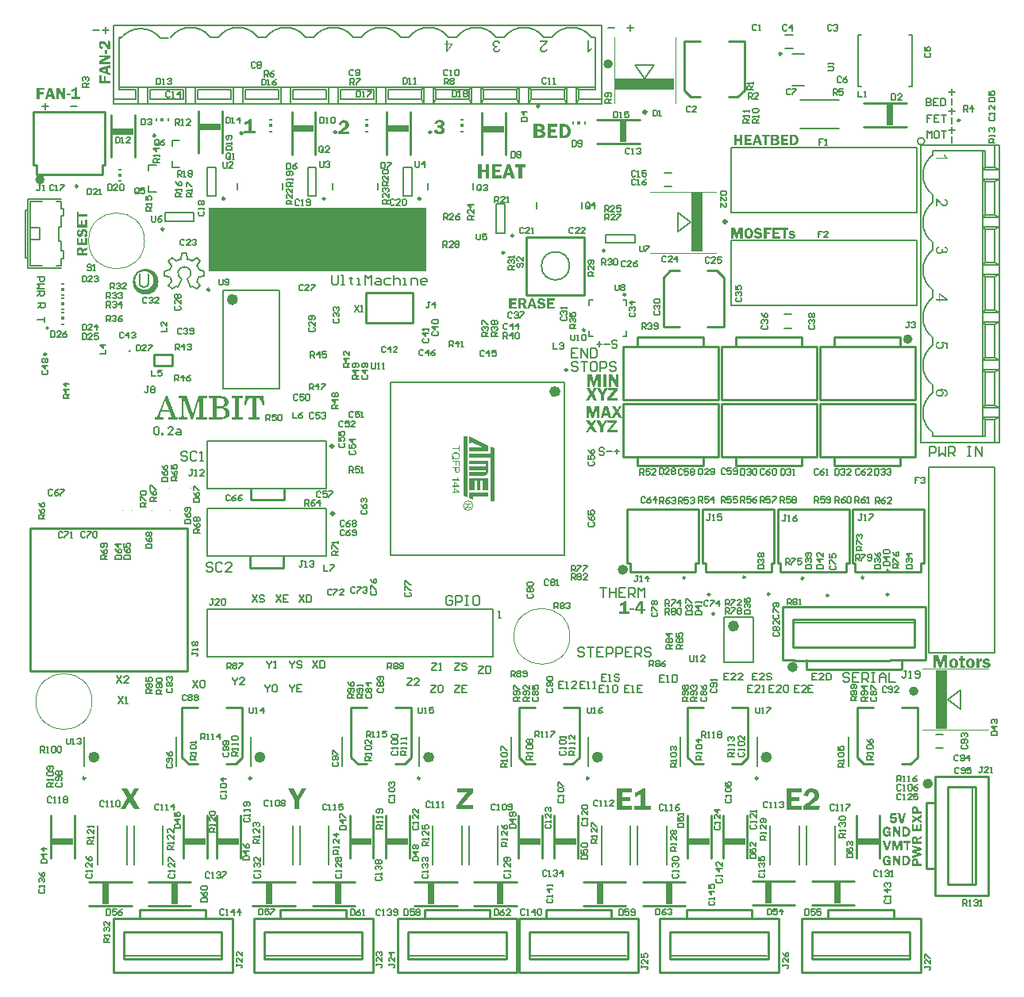
<source format=gto>
G04 Layer_Color=65535*
%FSLAX24Y24*%
%MOIN*%
G70*
G01*
G75*
%ADD67C,0.0080*%
%ADD68C,0.0200*%
%ADD70C,0.0240*%
%ADD71C,0.0100*%
%ADD72C,0.0070*%
%ADD73C,0.0120*%
%ADD120C,0.0098*%
%ADD121C,0.0050*%
%ADD122C,0.0039*%
%ADD123C,0.0010*%
%ADD124C,0.0236*%
%ADD125C,0.0060*%
%ADD126C,0.0098*%
%ADD127C,0.0040*%
%ADD128C,0.0079*%
%ADD129R,0.0879X0.0295*%
%ADD130R,0.0120X0.0119*%
%ADD131R,0.0120X0.0060*%
%ADD132R,0.0120X0.0059*%
%ADD133R,0.0119X0.0120*%
%ADD134R,0.0060X0.0120*%
%ADD135R,0.0059X0.0120*%
%ADD136R,0.0295X0.0879*%
%ADD137R,0.2450X0.0492*%
%ADD138R,0.0492X0.2450*%
%ADD139R,0.9183X0.2710*%
G36*
X9359Y35668D02*
X9522D01*
Y35561D01*
X9045D01*
Y35668D01*
X9224D01*
Y36005D01*
X9223Y36004D01*
X9219Y36002D01*
X9214Y35999D01*
X9206Y35994D01*
X9198Y35989D01*
X9188Y35984D01*
X9176Y35977D01*
X9164Y35970D01*
X9138Y35955D01*
X9111Y35941D01*
X9083Y35928D01*
X9072Y35922D01*
X9060Y35917D01*
Y36038D01*
X9062Y36039D01*
X9067Y36040D01*
X9075Y36043D01*
X9084Y36046D01*
X9097Y36051D01*
X9111Y36056D01*
X9126Y36063D01*
X9142Y36070D01*
X9175Y36087D01*
X9208Y36107D01*
X9223Y36118D01*
X9237Y36131D01*
X9249Y36144D01*
X9259Y36157D01*
X9359D01*
Y35668D01*
D02*
G37*
G36*
X3048Y37781D02*
X3153D01*
Y37956D01*
X3241D01*
Y37781D01*
X3425D01*
Y37667D01*
X2955D01*
Y38002D01*
X3048D01*
Y37781D01*
D02*
G37*
G36*
X23966Y23602D02*
X23847D01*
Y24013D01*
X23719Y23602D01*
X23638D01*
X23514Y24013D01*
Y23602D01*
X23415D01*
Y24107D01*
X23599D01*
X23687Y23805D01*
X23780Y24107D01*
X23966D01*
Y23602D01*
D02*
G37*
G36*
X24773Y23872D02*
X24929Y23602D01*
X24790D01*
X24690Y23784D01*
X24589Y23602D01*
X24478D01*
X24634Y23870D01*
X24495Y24107D01*
X24633D01*
X24715Y23954D01*
X24801Y24107D01*
X24910D01*
X24773Y23872D01*
D02*
G37*
G36*
X3284Y38904D02*
X3209D01*
Y39068D01*
X3284D01*
Y38904D01*
D02*
G37*
G36*
X3425Y39452D02*
Y39100D01*
X3334D01*
X3333Y39100D01*
X3331Y39103D01*
X3328Y39107D01*
X3324Y39113D01*
X3318Y39121D01*
X3311Y39131D01*
X3303Y39143D01*
X3293Y39156D01*
X3292Y39157D01*
X3290Y39160D01*
X3286Y39165D01*
X3281Y39172D01*
X3276Y39180D01*
X3269Y39189D01*
X3261Y39199D01*
X3253Y39210D01*
X3235Y39233D01*
X3217Y39257D01*
X3207Y39268D01*
X3198Y39279D01*
X3189Y39289D01*
X3180Y39297D01*
X3179Y39298D01*
X3178Y39299D01*
X3175Y39301D01*
X3172Y39304D01*
X3164Y39311D01*
X3153Y39320D01*
X3141Y39328D01*
X3127Y39335D01*
X3120Y39338D01*
X3113Y39340D01*
X3106Y39341D01*
X3099Y39342D01*
X3094D01*
X3089Y39341D01*
X3083Y39339D01*
X3075Y39337D01*
X3068Y39334D01*
X3060Y39330D01*
X3053Y39324D01*
X3053Y39323D01*
X3050Y39321D01*
X3048Y39317D01*
X3044Y39311D01*
X3041Y39304D01*
X3039Y39296D01*
X3036Y39287D01*
X3035Y39276D01*
Y39275D01*
Y39273D01*
X3036Y39270D01*
X3037Y39265D01*
X3038Y39260D01*
X3040Y39254D01*
X3043Y39247D01*
X3046Y39240D01*
X3051Y39233D01*
X3057Y39226D01*
X3064Y39219D01*
X3073Y39213D01*
X3084Y39207D01*
X3096Y39202D01*
X3110Y39198D01*
X3125Y39196D01*
X3104Y39100D01*
X3103D01*
X3103Y39100D01*
X3100D01*
X3097Y39101D01*
X3090Y39104D01*
X3080Y39107D01*
X3068Y39111D01*
X3055Y39118D01*
X3041Y39125D01*
X3026Y39134D01*
X3011Y39145D01*
X2997Y39158D01*
X2984Y39173D01*
X2972Y39189D01*
X2962Y39209D01*
X2955Y39230D01*
X2952Y39242D01*
X2950Y39254D01*
X2949Y39268D01*
X2948Y39281D01*
Y39282D01*
Y39285D01*
Y39289D01*
X2949Y39295D01*
X2950Y39302D01*
X2950Y39310D01*
X2952Y39318D01*
X2953Y39329D01*
X2959Y39349D01*
X2967Y39370D01*
X2971Y39381D01*
X2977Y39391D01*
X2984Y39400D01*
X2992Y39409D01*
X2993Y39410D01*
X2994Y39411D01*
X2996Y39413D01*
X3000Y39416D01*
X3003Y39419D01*
X3009Y39423D01*
X3014Y39428D01*
X3021Y39432D01*
X3036Y39440D01*
X3054Y39447D01*
X3064Y39450D01*
X3075Y39453D01*
X3085Y39453D01*
X3096Y39454D01*
X3103D01*
X3107Y39453D01*
X3112Y39453D01*
X3119Y39452D01*
X3126Y39450D01*
X3134Y39449D01*
X3151Y39443D01*
X3160Y39439D01*
X3170Y39435D01*
X3179Y39429D01*
X3189Y39423D01*
X3199Y39416D01*
X3208Y39407D01*
X3209Y39407D01*
X3210Y39405D01*
X3213Y39402D01*
X3217Y39398D01*
X3221Y39393D01*
X3228Y39386D01*
X3235Y39378D01*
X3242Y39368D01*
X3250Y39357D01*
X3260Y39345D01*
X3270Y39331D01*
X3281Y39314D01*
X3292Y39297D01*
X3305Y39279D01*
X3318Y39257D01*
X3331Y39235D01*
Y39460D01*
X3425Y39452D01*
D02*
G37*
G36*
Y38318D02*
X3328Y38289D01*
Y38137D01*
X3425Y38107D01*
Y38011D01*
X2955Y38161D01*
Y38290D01*
X3425Y38437D01*
Y38318D01*
D02*
G37*
G36*
Y38754D02*
X3108Y38570D01*
X3120D01*
X3124Y38571D01*
X3126D01*
X3131Y38572D01*
X3138Y38572D01*
X3425D01*
Y38487D01*
X2955D01*
Y38605D01*
X3233Y38766D01*
X3230D01*
X3226Y38765D01*
X3221D01*
X3210Y38765D01*
X3206Y38764D01*
X2955D01*
Y38849D01*
X3425D01*
Y38754D01*
D02*
G37*
G36*
X11379Y7526D02*
Y7156D01*
X11172D01*
Y7526D01*
X10896Y8037D01*
X11134D01*
X11303Y7705D01*
X11470Y8037D01*
X11655D01*
X11379Y7526D01*
D02*
G37*
G36*
X4383Y7625D02*
X4656Y7156D01*
X4414D01*
X4238Y7472D01*
X4063Y7156D01*
X3868D01*
X4140Y7623D01*
X3899Y8037D01*
X4139D01*
X4282Y7769D01*
X4432Y8037D01*
X4624D01*
X4383Y7625D01*
D02*
G37*
G36*
X25898Y7307D02*
X26142D01*
Y7146D01*
X25428D01*
Y7307D01*
X25696D01*
Y7812D01*
X25694Y7810D01*
X25689Y7807D01*
X25681Y7803D01*
X25670Y7796D01*
X25656Y7788D01*
X25642Y7780D01*
X25624Y7769D01*
X25607Y7759D01*
X25567Y7737D01*
X25526Y7715D01*
X25485Y7696D01*
X25467Y7687D01*
X25450Y7680D01*
Y7862D01*
X25453Y7863D01*
X25460Y7864D01*
X25472Y7869D01*
X25487Y7873D01*
X25506Y7881D01*
X25526Y7888D01*
X25549Y7898D01*
X25573Y7908D01*
X25623Y7935D01*
X25672Y7964D01*
X25694Y7982D01*
X25715Y8001D01*
X25734Y8020D01*
X25749Y8040D01*
X25898D01*
Y7307D01*
D02*
G37*
G36*
X18650Y7885D02*
X18205Y7324D01*
X18664D01*
Y7156D01*
X17953D01*
Y7305D01*
X18396Y7870D01*
X17982D01*
Y8037D01*
X18650D01*
Y7885D01*
D02*
G37*
G36*
X24774Y24902D02*
X24668D01*
X24461Y25258D01*
Y25257D01*
Y25256D01*
Y25251D01*
Y25245D01*
X24462Y25240D01*
Y25240D01*
Y25238D01*
X24462Y25233D01*
X24463Y25225D01*
Y25218D01*
Y24902D01*
X24367D01*
Y25430D01*
X24499D01*
X24681Y25118D01*
Y25118D01*
Y25121D01*
X24680Y25125D01*
Y25131D01*
X24679Y25143D01*
X24678Y25148D01*
Y25154D01*
Y25430D01*
X24774D01*
Y24902D01*
D02*
G37*
G36*
X24473Y23602D02*
X24346D01*
X24315Y23706D01*
X24151D01*
X24119Y23602D01*
X24016D01*
X24177Y24107D01*
X24316D01*
X24473Y23602D01*
D02*
G37*
G36*
X24261Y24902D02*
X24138D01*
Y25430D01*
X24261D01*
Y24902D01*
D02*
G37*
G36*
X24032D02*
X23908D01*
Y25332D01*
X23774Y24902D01*
X23689D01*
X23560Y25332D01*
Y24902D01*
X23456D01*
Y25430D01*
X23649D01*
X23741Y25113D01*
X23838Y25430D01*
X24032D01*
Y24902D01*
D02*
G37*
G36*
X30246Y31597D02*
X30252D01*
X30260Y31595D01*
X30269Y31594D01*
X30278Y31591D01*
X30289Y31588D01*
X30300Y31585D01*
X30311Y31580D01*
X30323Y31575D01*
X30334Y31568D01*
X30345Y31560D01*
X30356Y31550D01*
X30366Y31540D01*
X30375Y31528D01*
X30376Y31527D01*
X30378Y31525D01*
X30380Y31521D01*
X30383Y31515D01*
X30386Y31509D01*
X30391Y31501D01*
X30394Y31493D01*
X30400Y31482D01*
X30404Y31471D01*
X30408Y31459D01*
X30412Y31446D01*
X30416Y31433D01*
X30419Y31418D01*
X30421Y31403D01*
X30422Y31386D01*
X30423Y31370D01*
Y31370D01*
Y31366D01*
Y31361D01*
X30422Y31354D01*
X30422Y31346D01*
X30421Y31337D01*
X30419Y31326D01*
X30417Y31314D01*
X30414Y31302D01*
X30411Y31289D01*
X30408Y31275D01*
X30403Y31262D01*
X30397Y31248D01*
X30391Y31234D01*
X30384Y31221D01*
X30375Y31209D01*
X30374Y31208D01*
X30373Y31206D01*
X30370Y31203D01*
X30366Y31198D01*
X30361Y31193D01*
X30354Y31188D01*
X30348Y31182D01*
X30339Y31176D01*
X30329Y31170D01*
X30319Y31164D01*
X30307Y31159D01*
X30295Y31154D01*
X30281Y31149D01*
X30266Y31146D01*
X30250Y31144D01*
X30233Y31143D01*
X30230D01*
X30225Y31144D01*
X30219D01*
X30212Y31146D01*
X30203Y31147D01*
X30193Y31149D01*
X30183Y31151D01*
X30172Y31155D01*
X30161Y31160D01*
X30149Y31165D01*
X30138Y31171D01*
X30127Y31179D01*
X30116Y31188D01*
X30105Y31198D01*
X30096Y31210D01*
X30095Y31211D01*
X30094Y31213D01*
X30091Y31217D01*
X30089Y31222D01*
X30085Y31228D01*
X30080Y31236D01*
X30076Y31245D01*
X30072Y31255D01*
X30067Y31266D01*
X30063Y31279D01*
X30059Y31292D01*
X30055Y31306D01*
X30052Y31321D01*
X30050Y31337D01*
X30048Y31353D01*
X30048Y31371D01*
Y31373D01*
Y31375D01*
Y31381D01*
X30048Y31387D01*
X30049Y31395D01*
X30050Y31405D01*
X30052Y31416D01*
X30053Y31427D01*
X30056Y31440D01*
X30059Y31453D01*
X30064Y31466D01*
X30068Y31480D01*
X30074Y31493D01*
X30080Y31506D01*
X30088Y31520D01*
X30097Y31532D01*
X30097Y31533D01*
X30099Y31535D01*
X30102Y31538D01*
X30105Y31542D01*
X30110Y31547D01*
X30117Y31553D01*
X30124Y31558D01*
X30132Y31565D01*
X30142Y31571D01*
X30152Y31577D01*
X30164Y31582D01*
X30176Y31587D01*
X30190Y31591D01*
X30205Y31594D01*
X30220Y31597D01*
X30237Y31597D01*
X30242D01*
X30246Y31597D01*
D02*
G37*
G36*
X31907Y35426D02*
X31696D01*
Y35336D01*
X31863D01*
Y35254D01*
X31696D01*
Y35157D01*
X31907D01*
Y35070D01*
X31592D01*
Y35511D01*
X31907D01*
Y35426D01*
D02*
G37*
G36*
X32123Y35510D02*
X32131Y35509D01*
X32140Y35508D01*
X32149Y35508D01*
X32169Y35505D01*
X32190Y35501D01*
X32209Y35495D01*
X32218Y35492D01*
X32226Y35487D01*
X32226D01*
X32227Y35487D01*
X32229Y35485D01*
X32232Y35483D01*
X32240Y35478D01*
X32250Y35470D01*
X32261Y35459D01*
X32273Y35448D01*
X32286Y35432D01*
X32298Y35415D01*
X32299Y35415D01*
X32300Y35413D01*
X32301Y35410D01*
X32303Y35407D01*
X32305Y35402D01*
X32308Y35396D01*
X32311Y35389D01*
X32314Y35382D01*
X32317Y35373D01*
X32320Y35364D01*
X32323Y35353D01*
X32325Y35342D01*
X32327Y35331D01*
X32329Y35318D01*
X32330Y35305D01*
Y35291D01*
Y35290D01*
Y35287D01*
Y35282D01*
X32330Y35276D01*
X32329Y35267D01*
X32327Y35258D01*
X32326Y35247D01*
X32323Y35236D01*
X32320Y35224D01*
X32316Y35211D01*
X32312Y35198D01*
X32307Y35184D01*
X32300Y35171D01*
X32292Y35158D01*
X32284Y35145D01*
X32274Y35133D01*
X32273Y35132D01*
X32272Y35130D01*
X32268Y35127D01*
X32264Y35123D01*
X32258Y35118D01*
X32251Y35113D01*
X32243Y35107D01*
X32234Y35101D01*
X32223Y35096D01*
X32212Y35090D01*
X32199Y35085D01*
X32185Y35080D01*
X32171Y35076D01*
X32155Y35073D01*
X32138Y35071D01*
X32120Y35070D01*
X31969D01*
Y35511D01*
X32117D01*
X32123Y35510D01*
D02*
G37*
G36*
X31117Y35424D02*
X31008D01*
Y35070D01*
X30904D01*
Y35424D01*
X30794D01*
Y35511D01*
X31117D01*
Y35424D01*
D02*
G37*
G36*
X31380Y35510D02*
X31385D01*
X31397Y35509D01*
X31411Y35507D01*
X31424Y35505D01*
X31437Y35501D01*
X31449Y35497D01*
X31450Y35496D01*
X31453Y35495D01*
X31459Y35491D01*
X31465Y35487D01*
X31472Y35481D01*
X31481Y35474D01*
X31488Y35466D01*
X31495Y35457D01*
X31496Y35456D01*
X31498Y35453D01*
X31501Y35448D01*
X31505Y35440D01*
X31508Y35432D01*
X31511Y35421D01*
X31513Y35410D01*
X31513Y35396D01*
Y35396D01*
Y35394D01*
X31513Y35390D01*
X31512Y35385D01*
X31511Y35379D01*
X31509Y35372D01*
X31507Y35365D01*
X31503Y35357D01*
X31500Y35349D01*
X31494Y35340D01*
X31488Y35332D01*
X31480Y35324D01*
X31471Y35317D01*
X31460Y35310D01*
X31448Y35304D01*
X31434Y35298D01*
X31434D01*
X31436Y35298D01*
X31438Y35297D01*
X31441Y35296D01*
X31450Y35293D01*
X31459Y35290D01*
X31471Y35284D01*
X31482Y35277D01*
X31493Y35268D01*
X31502Y35257D01*
X31503Y35256D01*
X31506Y35252D01*
X31510Y35246D01*
X31514Y35238D01*
X31519Y35227D01*
X31522Y35216D01*
X31525Y35204D01*
X31526Y35191D01*
Y35190D01*
Y35189D01*
Y35186D01*
X31525Y35183D01*
X31524Y35178D01*
X31524Y35173D01*
X31521Y35161D01*
X31516Y35148D01*
X31510Y35134D01*
X31505Y35127D01*
X31500Y35120D01*
X31494Y35112D01*
X31488Y35106D01*
X31487Y35105D01*
X31486Y35104D01*
X31484Y35103D01*
X31481Y35100D01*
X31477Y35098D01*
X31472Y35095D01*
X31466Y35091D01*
X31459Y35088D01*
X31450Y35085D01*
X31442Y35082D01*
X31431Y35078D01*
X31420Y35076D01*
X31409Y35074D01*
X31396Y35071D01*
X31382Y35071D01*
X31366Y35070D01*
X31161D01*
Y35511D01*
X31375D01*
X31380Y35510D01*
D02*
G37*
G36*
X38853Y13499D02*
X38860Y13498D01*
X38868Y13496D01*
X38878Y13494D01*
X38889Y13492D01*
X38911Y13485D01*
X38923Y13480D01*
X38934Y13475D01*
X38946Y13468D01*
X38957Y13460D01*
X38968Y13451D01*
X38977Y13441D01*
X38978Y13440D01*
X38979Y13438D01*
X38982Y13435D01*
X38985Y13430D01*
X38989Y13424D01*
X38993Y13418D01*
X38997Y13409D01*
X39003Y13400D01*
X39007Y13390D01*
X39011Y13379D01*
X39016Y13367D01*
X39019Y13354D01*
X39023Y13341D01*
X39025Y13326D01*
X39026Y13310D01*
X39027Y13294D01*
Y13293D01*
Y13291D01*
Y13285D01*
X39026Y13280D01*
X39025Y13272D01*
X39025Y13263D01*
X39023Y13254D01*
X39021Y13243D01*
X39014Y13220D01*
X39011Y13209D01*
X39005Y13197D01*
X38999Y13184D01*
X38992Y13172D01*
X38984Y13161D01*
X38975Y13149D01*
X38974Y13148D01*
X38972Y13147D01*
X38969Y13144D01*
X38965Y13140D01*
X38960Y13136D01*
X38954Y13131D01*
X38946Y13126D01*
X38938Y13121D01*
X38929Y13115D01*
X38918Y13111D01*
X38907Y13105D01*
X38895Y13101D01*
X38882Y13097D01*
X38867Y13095D01*
X38853Y13093D01*
X38837Y13092D01*
X38829D01*
X38823Y13093D01*
X38816Y13094D01*
X38808Y13095D01*
X38799Y13096D01*
X38788Y13099D01*
X38767Y13106D01*
X38757Y13111D01*
X38745Y13116D01*
X38734Y13123D01*
X38723Y13131D01*
X38713Y13140D01*
X38703Y13149D01*
X38702Y13150D01*
X38702Y13152D01*
X38699Y13155D01*
X38695Y13160D01*
X38692Y13165D01*
X38687Y13172D01*
X38683Y13180D01*
X38679Y13189D01*
X38674Y13199D01*
X38670Y13210D01*
X38666Y13222D01*
X38662Y13235D01*
X38658Y13249D01*
X38656Y13264D01*
X38655Y13279D01*
X38654Y13296D01*
Y13297D01*
Y13298D01*
Y13302D01*
Y13306D01*
X38655Y13312D01*
Y13318D01*
X38657Y13333D01*
X38659Y13349D01*
X38664Y13367D01*
X38669Y13384D01*
X38676Y13402D01*
Y13403D01*
X38677Y13404D01*
X38680Y13409D01*
X38686Y13417D01*
X38693Y13427D01*
X38702Y13439D01*
X38712Y13450D01*
X38724Y13462D01*
X38738Y13472D01*
X38739D01*
X38740Y13473D01*
X38745Y13477D01*
X38754Y13481D01*
X38766Y13486D01*
X38780Y13491D01*
X38797Y13495D01*
X38817Y13499D01*
X38838Y13499D01*
X38846D01*
X38853Y13499D01*
D02*
G37*
G36*
X39555D02*
X39562Y13498D01*
X39571Y13496D01*
X39580Y13494D01*
X39591Y13492D01*
X39614Y13485D01*
X39625Y13480D01*
X39637Y13475D01*
X39648Y13468D01*
X39659Y13460D01*
X39670Y13451D01*
X39680Y13441D01*
X39680Y13440D01*
X39681Y13438D01*
X39684Y13435D01*
X39688Y13430D01*
X39691Y13424D01*
X39695Y13418D01*
X39700Y13409D01*
X39705Y13400D01*
X39709Y13390D01*
X39714Y13379D01*
X39718Y13367D01*
X39722Y13354D01*
X39725Y13341D01*
X39728Y13326D01*
X39729Y13310D01*
X39730Y13294D01*
Y13293D01*
Y13291D01*
Y13285D01*
X39729Y13280D01*
X39728Y13272D01*
X39727Y13263D01*
X39725Y13254D01*
X39724Y13243D01*
X39716Y13220D01*
X39713Y13209D01*
X39708Y13197D01*
X39702Y13184D01*
X39695Y13172D01*
X39687Y13161D01*
X39677Y13149D01*
X39676Y13148D01*
X39674Y13147D01*
X39672Y13144D01*
X39667Y13140D01*
X39662Y13136D01*
X39656Y13131D01*
X39649Y13126D01*
X39640Y13121D01*
X39631Y13115D01*
X39621Y13111D01*
X39609Y13105D01*
X39597Y13101D01*
X39584Y13097D01*
X39570Y13095D01*
X39555Y13093D01*
X39539Y13092D01*
X39531D01*
X39525Y13093D01*
X39518Y13094D01*
X39510Y13095D01*
X39501Y13096D01*
X39491Y13099D01*
X39470Y13106D01*
X39459Y13111D01*
X39448Y13116D01*
X39436Y13123D01*
X39426Y13131D01*
X39415Y13140D01*
X39406Y13149D01*
X39405Y13150D01*
X39404Y13152D01*
X39401Y13155D01*
X39398Y13160D01*
X39394Y13165D01*
X39390Y13172D01*
X39385Y13180D01*
X39381Y13189D01*
X39377Y13199D01*
X39372Y13210D01*
X39368Y13222D01*
X39364Y13235D01*
X39361Y13249D01*
X39358Y13264D01*
X39357Y13279D01*
X39357Y13296D01*
Y13297D01*
Y13298D01*
Y13302D01*
Y13306D01*
X39357Y13312D01*
Y13318D01*
X39359Y13333D01*
X39362Y13349D01*
X39366Y13367D01*
X39371Y13384D01*
X39378Y13402D01*
Y13403D01*
X39379Y13404D01*
X39383Y13409D01*
X39388Y13417D01*
X39395Y13427D01*
X39404Y13439D01*
X39414Y13450D01*
X39427Y13462D01*
X39441Y13472D01*
X39442D01*
X39443Y13473D01*
X39448Y13477D01*
X39457Y13481D01*
X39468Y13486D01*
X39482Y13491D01*
X39500Y13495D01*
X39519Y13499D01*
X39540Y13499D01*
X39549D01*
X39555Y13499D01*
D02*
G37*
G36*
X29971Y35070D02*
X29870D01*
Y35252D01*
X29731D01*
Y35070D01*
X29630D01*
Y35511D01*
X29731D01*
Y35339D01*
X29870D01*
Y35511D01*
X29971D01*
Y35070D01*
D02*
G37*
G36*
X39230Y13491D02*
X39314D01*
Y13401D01*
X39230D01*
Y13235D01*
Y13233D01*
Y13230D01*
X39231Y13225D01*
Y13219D01*
X39234Y13204D01*
X39236Y13198D01*
X39239Y13193D01*
X39240D01*
X39241Y13191D01*
X39244Y13190D01*
X39248Y13189D01*
X39254Y13187D01*
X39262Y13185D01*
X39271Y13184D01*
X39283Y13183D01*
X39305D01*
X39320Y13184D01*
Y13100D01*
X39317D01*
X39315Y13099D01*
X39312Y13098D01*
X39302Y13097D01*
X39292Y13096D01*
X39279Y13094D01*
X39268Y13093D01*
X39256Y13091D01*
X39240D01*
X39235Y13092D01*
X39229D01*
X39222Y13093D01*
X39207Y13095D01*
X39191Y13098D01*
X39174Y13103D01*
X39158Y13110D01*
X39151Y13114D01*
X39145Y13118D01*
X39144Y13120D01*
X39141Y13124D01*
X39135Y13131D01*
X39130Y13141D01*
X39127Y13148D01*
X39125Y13155D01*
X39122Y13163D01*
X39119Y13173D01*
X39118Y13183D01*
X39116Y13194D01*
X39115Y13205D01*
Y13219D01*
Y13401D01*
X39053D01*
Y13491D01*
X39122D01*
X39132Y13606D01*
X39230Y13614D01*
Y13491D01*
D02*
G37*
G36*
X31897Y31504D02*
X31788D01*
Y31150D01*
X31683D01*
Y31504D01*
X31573D01*
Y31591D01*
X31897D01*
Y31504D01*
D02*
G37*
G36*
X29980Y31150D02*
X29876D01*
Y31509D01*
X29765Y31150D01*
X29694D01*
X29586Y31509D01*
Y31150D01*
X29500D01*
Y31591D01*
X29660D01*
X29737Y31326D01*
X29818Y31591D01*
X29980D01*
Y31150D01*
D02*
G37*
G36*
X31187Y31504D02*
X30981D01*
Y31405D01*
X31144D01*
Y31323D01*
X30981D01*
Y31150D01*
X30874D01*
Y31591D01*
X31187D01*
Y31504D01*
D02*
G37*
G36*
X31555Y31506D02*
X31345D01*
Y31416D01*
X31511D01*
Y31334D01*
X31345D01*
Y31237D01*
X31555D01*
Y31150D01*
X31240D01*
Y31591D01*
X31555D01*
Y31506D01*
D02*
G37*
G36*
X30374Y35426D02*
X30164D01*
Y35336D01*
X30330D01*
Y35254D01*
X30164D01*
Y35157D01*
X30374D01*
Y35070D01*
X30059D01*
Y35511D01*
X30374D01*
Y35426D01*
D02*
G37*
G36*
X30791Y35070D02*
X30680D01*
X30653Y35161D01*
X30510D01*
X30482Y35070D01*
X30392D01*
X30533Y35511D01*
X30653D01*
X30791Y35070D01*
D02*
G37*
G36*
X32063Y31482D02*
X32068D01*
X32080Y31481D01*
X32093Y31478D01*
X32107Y31474D01*
X32120Y31469D01*
X32132Y31463D01*
X32134Y31462D01*
X32137Y31459D01*
X32143Y31454D01*
X32150Y31446D01*
X32157Y31438D01*
X32165Y31427D01*
X32173Y31413D01*
X32180Y31397D01*
X32110Y31379D01*
Y31380D01*
X32109Y31381D01*
X32108Y31384D01*
X32107Y31386D01*
X32103Y31393D01*
X32097Y31401D01*
X32088Y31409D01*
X32083Y31413D01*
X32077Y31416D01*
X32071Y31419D01*
X32063Y31421D01*
X32055Y31422D01*
X32046Y31423D01*
X32041D01*
X32039Y31422D01*
X32031Y31422D01*
X32022Y31419D01*
X32014Y31416D01*
X32006Y31411D01*
X32003Y31407D01*
X32001Y31403D01*
X31999Y31398D01*
X31998Y31393D01*
Y31392D01*
Y31391D01*
X32000Y31386D01*
X32002Y31380D01*
X32004Y31377D01*
X32007Y31374D01*
X32008D01*
X32009Y31373D01*
X32012Y31372D01*
X32016Y31370D01*
X32022Y31368D01*
X32031Y31367D01*
X32041Y31364D01*
X32053Y31363D01*
X32055D01*
X32058Y31362D01*
X32062Y31362D01*
X32067Y31361D01*
X32072Y31360D01*
X32085Y31358D01*
X32098Y31356D01*
X32111Y31353D01*
X32124Y31350D01*
X32135Y31346D01*
X32137Y31345D01*
X32140Y31345D01*
X32145Y31342D01*
X32151Y31339D01*
X32157Y31334D01*
X32164Y31329D01*
X32172Y31321D01*
X32178Y31313D01*
X32178Y31312D01*
X32180Y31309D01*
X32183Y31304D01*
X32186Y31298D01*
X32189Y31290D01*
X32192Y31280D01*
X32193Y31269D01*
X32194Y31257D01*
Y31256D01*
Y31255D01*
Y31252D01*
X32193Y31249D01*
X32192Y31244D01*
X32192Y31239D01*
X32189Y31228D01*
X32184Y31214D01*
X32178Y31201D01*
X32173Y31194D01*
X32168Y31187D01*
X32162Y31181D01*
X32155Y31175D01*
X32154D01*
X32153Y31173D01*
X32151Y31172D01*
X32148Y31170D01*
X32144Y31168D01*
X32140Y31165D01*
X32134Y31162D01*
X32127Y31160D01*
X32120Y31157D01*
X32113Y31154D01*
X32104Y31151D01*
X32094Y31149D01*
X32083Y31146D01*
X32072Y31145D01*
X32061Y31144D01*
X32048Y31143D01*
X32043D01*
X32036Y31144D01*
X32028Y31145D01*
X32019Y31146D01*
X32008Y31149D01*
X31996Y31151D01*
X31983Y31155D01*
X31971Y31160D01*
X31957Y31167D01*
X31946Y31175D01*
X31934Y31184D01*
X31923Y31195D01*
X31913Y31208D01*
X31906Y31222D01*
X31900Y31239D01*
X31981Y31252D01*
Y31251D01*
X31982Y31250D01*
X31983Y31247D01*
X31984Y31245D01*
X31988Y31238D01*
X31994Y31230D01*
X31998Y31225D01*
X32003Y31222D01*
X32009Y31218D01*
X32016Y31214D01*
X32023Y31212D01*
X32032Y31210D01*
X32042Y31209D01*
X32053Y31208D01*
X32057D01*
X32061Y31209D01*
X32067D01*
X32073Y31210D01*
X32080Y31211D01*
X32086Y31213D01*
X32093Y31216D01*
X32093Y31217D01*
X32096Y31217D01*
X32098Y31220D01*
X32102Y31222D01*
X32104Y31225D01*
X32107Y31230D01*
X32109Y31234D01*
X32110Y31239D01*
Y31240D01*
X32109Y31243D01*
X32107Y31247D01*
X32105Y31251D01*
X32101Y31256D01*
X32094Y31261D01*
X32090Y31262D01*
X32085Y31264D01*
X32080Y31266D01*
X32073Y31266D01*
X32072D01*
X32069Y31267D01*
X32063Y31268D01*
X32057Y31269D01*
X32049Y31270D01*
X32040Y31272D01*
X32031Y31273D01*
X32020Y31275D01*
X31998Y31281D01*
X31976Y31287D01*
X31967Y31291D01*
X31958Y31295D01*
X31950Y31299D01*
X31943Y31304D01*
X31942Y31305D01*
X31938Y31308D01*
X31934Y31314D01*
X31928Y31322D01*
X31922Y31332D01*
X31918Y31345D01*
X31914Y31359D01*
X31913Y31375D01*
Y31376D01*
Y31378D01*
Y31380D01*
X31913Y31384D01*
X31915Y31392D01*
X31917Y31403D01*
X31921Y31415D01*
X31928Y31427D01*
X31932Y31434D01*
X31937Y31441D01*
X31942Y31446D01*
X31949Y31452D01*
X31949Y31453D01*
X31950Y31454D01*
X31952Y31455D01*
X31955Y31457D01*
X31959Y31460D01*
X31963Y31462D01*
X31968Y31465D01*
X31975Y31468D01*
X31981Y31471D01*
X31989Y31474D01*
X31998Y31476D01*
X32006Y31478D01*
X32027Y31482D01*
X32050Y31483D01*
X32058D01*
X32063Y31482D01*
D02*
G37*
G36*
X30640Y31597D02*
X30649Y31596D01*
X30659Y31594D01*
X30671Y31592D01*
X30684Y31588D01*
X30698Y31584D01*
X30711Y31579D01*
X30725Y31572D01*
X30740Y31564D01*
X30753Y31553D01*
X30766Y31542D01*
X30777Y31528D01*
X30787Y31512D01*
X30795Y31493D01*
X30707Y31464D01*
Y31465D01*
X30706Y31466D01*
X30705Y31469D01*
X30703Y31472D01*
X30698Y31481D01*
X30691Y31490D01*
X30681Y31500D01*
X30674Y31504D01*
X30668Y31509D01*
X30660Y31512D01*
X30651Y31515D01*
X30642Y31516D01*
X30632Y31517D01*
X30626D01*
X30622Y31516D01*
X30613Y31515D01*
X30602Y31512D01*
X30590Y31507D01*
X30580Y31500D01*
X30577Y31495D01*
X30574Y31490D01*
X30572Y31484D01*
X30571Y31476D01*
Y31476D01*
Y31474D01*
X30572Y31471D01*
X30572Y31468D01*
X30574Y31463D01*
X30575Y31459D01*
X30578Y31455D01*
X30582Y31450D01*
X30583Y31449D01*
X30584Y31449D01*
X30588Y31446D01*
X30593Y31444D01*
X30599Y31441D01*
X30609Y31437D01*
X30620Y31434D01*
X30634Y31430D01*
X30635D01*
X30637Y31430D01*
X30640Y31429D01*
X30645Y31428D01*
X30650Y31427D01*
X30657Y31425D01*
X30671Y31422D01*
X30687Y31417D01*
X30703Y31413D01*
X30719Y31408D01*
X30725Y31405D01*
X30732Y31403D01*
X30733D01*
X30733Y31402D01*
X30737Y31400D01*
X30743Y31397D01*
X30750Y31392D01*
X30759Y31386D01*
X30768Y31378D01*
X30777Y31369D01*
X30785Y31358D01*
X30785Y31356D01*
X30788Y31353D01*
X30792Y31346D01*
X30796Y31338D01*
X30800Y31328D01*
X30803Y31316D01*
X30806Y31303D01*
X30807Y31289D01*
Y31288D01*
Y31286D01*
Y31283D01*
X30806Y31279D01*
X30805Y31274D01*
X30804Y31268D01*
X30801Y31254D01*
X30796Y31238D01*
X30792Y31230D01*
X30787Y31221D01*
X30782Y31212D01*
X30776Y31203D01*
X30769Y31195D01*
X30761Y31187D01*
X30760Y31186D01*
X30758Y31184D01*
X30755Y31183D01*
X30752Y31180D01*
X30747Y31176D01*
X30741Y31173D01*
X30734Y31169D01*
X30726Y31165D01*
X30717Y31161D01*
X30707Y31157D01*
X30696Y31154D01*
X30684Y31150D01*
X30670Y31147D01*
X30656Y31146D01*
X30640Y31144D01*
X30624Y31143D01*
X30618D01*
X30613Y31144D01*
X30608D01*
X30600Y31145D01*
X30593Y31146D01*
X30585Y31147D01*
X30567Y31151D01*
X30547Y31157D01*
X30528Y31164D01*
X30509Y31174D01*
X30509Y31175D01*
X30507Y31176D01*
X30505Y31177D01*
X30502Y31180D01*
X30493Y31187D01*
X30484Y31197D01*
X30474Y31210D01*
X30463Y31225D01*
X30454Y31244D01*
X30450Y31255D01*
X30447Y31266D01*
X30543Y31288D01*
Y31287D01*
X30544Y31285D01*
X30545Y31282D01*
X30547Y31278D01*
X30549Y31273D01*
X30552Y31268D01*
X30556Y31262D01*
X30560Y31257D01*
X30565Y31251D01*
X30572Y31245D01*
X30579Y31240D01*
X30587Y31235D01*
X30597Y31231D01*
X30607Y31228D01*
X30619Y31226D01*
X30632Y31225D01*
X30638D01*
X30643Y31226D01*
X30651Y31227D01*
X30660Y31228D01*
X30669Y31231D01*
X30677Y31234D01*
X30684Y31239D01*
X30685Y31239D01*
X30687Y31241D01*
X30690Y31244D01*
X30693Y31248D01*
X30696Y31252D01*
X30699Y31258D01*
X30701Y31265D01*
X30702Y31272D01*
Y31272D01*
Y31274D01*
X30701Y31278D01*
X30700Y31282D01*
X30698Y31288D01*
X30695Y31293D01*
X30691Y31297D01*
X30686Y31302D01*
X30685Y31302D01*
X30683Y31304D01*
X30679Y31305D01*
X30672Y31308D01*
X30664Y31311D01*
X30654Y31315D01*
X30640Y31318D01*
X30625Y31321D01*
X30624D01*
X30621Y31322D01*
X30617Y31323D01*
X30611Y31324D01*
X30605Y31326D01*
X30597Y31329D01*
X30588Y31331D01*
X30578Y31334D01*
X30558Y31340D01*
X30539Y31349D01*
X30529Y31353D01*
X30520Y31358D01*
X30512Y31364D01*
X30505Y31369D01*
X30504Y31370D01*
X30504Y31370D01*
X30500Y31375D01*
X30494Y31381D01*
X30487Y31392D01*
X30481Y31404D01*
X30476Y31419D01*
X30471Y31437D01*
X30471Y31447D01*
X30470Y31457D01*
Y31458D01*
Y31460D01*
Y31463D01*
X30471Y31467D01*
X30471Y31472D01*
X30472Y31478D01*
X30475Y31492D01*
X30480Y31507D01*
X30484Y31515D01*
X30488Y31524D01*
X30493Y31532D01*
X30498Y31540D01*
X30505Y31548D01*
X30512Y31556D01*
X30513Y31557D01*
X30515Y31558D01*
X30517Y31560D01*
X30520Y31563D01*
X30525Y31566D01*
X30530Y31569D01*
X30536Y31573D01*
X30543Y31577D01*
X30550Y31580D01*
X30559Y31584D01*
X30569Y31588D01*
X30579Y31591D01*
X30590Y31594D01*
X30602Y31596D01*
X30615Y31597D01*
X30628Y31597D01*
X30634D01*
X30640Y31597D01*
D02*
G37*
G36*
X25336Y7859D02*
X24914D01*
Y7679D01*
X25246D01*
Y7513D01*
X24914D01*
Y7320D01*
X25336D01*
Y7146D01*
X24705D01*
Y8027D01*
X25336D01*
Y7859D01*
D02*
G37*
G36*
X17264Y36134D02*
X17272D01*
X17281Y36134D01*
X17291Y36132D01*
X17301Y36131D01*
X17325Y36125D01*
X17350Y36117D01*
X17376Y36107D01*
X17387Y36100D01*
X17399Y36093D01*
X17400D01*
X17402Y36091D01*
X17405Y36089D01*
X17409Y36085D01*
X17418Y36075D01*
X17429Y36062D01*
X17440Y36046D01*
X17450Y36026D01*
X17454Y36015D01*
X17457Y36004D01*
X17458Y35991D01*
X17459Y35977D01*
Y35976D01*
Y35973D01*
X17458Y35969D01*
X17457Y35962D01*
X17457Y35954D01*
X17455Y35945D01*
X17451Y35935D01*
X17447Y35925D01*
X17442Y35914D01*
X17435Y35903D01*
X17426Y35891D01*
X17416Y35881D01*
X17405Y35871D01*
X17391Y35861D01*
X17376Y35852D01*
X17358Y35846D01*
X17359D01*
X17363Y35844D01*
X17369Y35842D01*
X17376Y35839D01*
X17385Y35835D01*
X17396Y35830D01*
X17407Y35824D01*
X17417Y35816D01*
X17428Y35808D01*
X17439Y35798D01*
X17450Y35787D01*
X17458Y35774D01*
X17466Y35760D01*
X17472Y35744D01*
X17476Y35727D01*
X17477Y35707D01*
Y35706D01*
Y35703D01*
Y35699D01*
X17476Y35694D01*
X17475Y35687D01*
X17474Y35680D01*
X17469Y35662D01*
X17462Y35642D01*
X17457Y35631D01*
X17452Y35620D01*
X17445Y35609D01*
X17436Y35599D01*
X17427Y35589D01*
X17416Y35579D01*
X17416Y35578D01*
X17414Y35577D01*
X17411Y35574D01*
X17406Y35571D01*
X17399Y35567D01*
X17392Y35564D01*
X17383Y35560D01*
X17373Y35555D01*
X17362Y35550D01*
X17349Y35546D01*
X17335Y35542D01*
X17321Y35538D01*
X17304Y35535D01*
X17288Y35532D01*
X17269Y35531D01*
X17250Y35530D01*
X17240D01*
X17233Y35531D01*
X17224Y35532D01*
X17214Y35533D01*
X17203Y35534D01*
X17191Y35537D01*
X17165Y35543D01*
X17138Y35552D01*
X17125Y35558D01*
X17112Y35565D01*
X17099Y35572D01*
X17088Y35581D01*
X17087Y35582D01*
X17085Y35583D01*
X17082Y35586D01*
X17078Y35590D01*
X17074Y35595D01*
X17068Y35602D01*
X17056Y35616D01*
X17044Y35635D01*
X17033Y35656D01*
X17023Y35681D01*
X17019Y35694D01*
X17016Y35708D01*
X17141Y35727D01*
Y35726D01*
X17142Y35723D01*
X17143Y35718D01*
X17145Y35713D01*
X17148Y35705D01*
X17151Y35698D01*
X17156Y35689D01*
X17161Y35682D01*
X17168Y35673D01*
X17174Y35664D01*
X17183Y35657D01*
X17193Y35650D01*
X17204Y35645D01*
X17216Y35640D01*
X17230Y35637D01*
X17246Y35636D01*
X17253D01*
X17260Y35637D01*
X17269Y35639D01*
X17280Y35641D01*
X17291Y35645D01*
X17302Y35649D01*
X17312Y35656D01*
X17313Y35657D01*
X17316Y35660D01*
X17320Y35665D01*
X17325Y35672D01*
X17330Y35680D01*
X17334Y35689D01*
X17336Y35701D01*
X17337Y35714D01*
Y35716D01*
Y35720D01*
X17336Y35727D01*
X17335Y35735D01*
X17332Y35744D01*
X17328Y35754D01*
X17322Y35763D01*
X17314Y35770D01*
X17313Y35771D01*
X17309Y35773D01*
X17303Y35776D01*
X17294Y35780D01*
X17283Y35784D01*
X17267Y35787D01*
X17249Y35789D01*
X17226Y35790D01*
X17172D01*
Y35893D01*
X17243D01*
X17252Y35894D01*
X17262Y35896D01*
X17275Y35898D01*
X17287Y35902D01*
X17296Y35908D01*
X17305Y35915D01*
X17306Y35916D01*
X17308Y35919D01*
X17311Y35924D01*
X17315Y35930D01*
X17319Y35936D01*
X17322Y35944D01*
X17324Y35953D01*
X17325Y35962D01*
Y35963D01*
Y35967D01*
X17324Y35972D01*
X17322Y35978D01*
X17320Y35986D01*
X17316Y35995D01*
X17310Y36004D01*
X17303Y36012D01*
X17302Y36012D01*
X17299Y36015D01*
X17294Y36018D01*
X17289Y36023D01*
X17280Y36027D01*
X17270Y36030D01*
X17258Y36033D01*
X17246Y36034D01*
X17239D01*
X17234Y36033D01*
X17222Y36030D01*
X17208Y36024D01*
X17200Y36020D01*
X17192Y36015D01*
X17184Y36010D01*
X17177Y36003D01*
X17171Y35994D01*
X17165Y35983D01*
X17160Y35972D01*
X17156Y35959D01*
X17034Y35977D01*
Y35978D01*
X17035Y35980D01*
X17036Y35984D01*
X17037Y35989D01*
X17039Y35995D01*
X17042Y36002D01*
X17049Y36017D01*
X17058Y36035D01*
X17071Y36054D01*
X17087Y36073D01*
X17095Y36082D01*
X17106Y36091D01*
X17107Y36092D01*
X17109Y36093D01*
X17112Y36094D01*
X17117Y36097D01*
X17123Y36101D01*
X17130Y36105D01*
X17137Y36109D01*
X17146Y36113D01*
X17156Y36117D01*
X17167Y36121D01*
X17191Y36129D01*
X17219Y36134D01*
X17234Y36135D01*
X17258D01*
X17264Y36134D01*
D02*
G37*
G36*
X13254Y36125D02*
X13263Y36124D01*
X13273Y36123D01*
X13284Y36121D01*
X13296Y36119D01*
X13322Y36112D01*
X13348Y36102D01*
X13362Y36096D01*
X13374Y36090D01*
X13386Y36081D01*
X13397Y36071D01*
X13398Y36070D01*
X13400Y36068D01*
X13402Y36065D01*
X13406Y36061D01*
X13410Y36056D01*
X13414Y36049D01*
X13420Y36043D01*
X13425Y36034D01*
X13436Y36015D01*
X13445Y35993D01*
X13449Y35980D01*
X13452Y35968D01*
X13453Y35954D01*
X13454Y35940D01*
Y35939D01*
Y35936D01*
Y35932D01*
X13453Y35928D01*
X13452Y35921D01*
X13451Y35912D01*
X13449Y35903D01*
X13447Y35893D01*
X13439Y35872D01*
X13435Y35860D01*
X13429Y35848D01*
X13422Y35837D01*
X13414Y35824D01*
X13406Y35812D01*
X13395Y35801D01*
X13394Y35800D01*
X13392Y35798D01*
X13388Y35795D01*
X13383Y35790D01*
X13376Y35784D01*
X13369Y35776D01*
X13358Y35767D01*
X13346Y35759D01*
X13333Y35748D01*
X13317Y35736D01*
X13299Y35724D01*
X13279Y35710D01*
X13257Y35695D01*
X13234Y35680D01*
X13208Y35663D01*
X13179Y35646D01*
X13461D01*
X13451Y35529D01*
X13010D01*
Y35643D01*
X13011Y35644D01*
X13014Y35646D01*
X13020Y35650D01*
X13027Y35656D01*
X13037Y35663D01*
X13049Y35672D01*
X13064Y35682D01*
X13081Y35694D01*
X13082Y35695D01*
X13086Y35698D01*
X13092Y35703D01*
X13100Y35709D01*
X13111Y35716D01*
X13122Y35724D01*
X13134Y35734D01*
X13148Y35744D01*
X13177Y35766D01*
X13207Y35790D01*
X13220Y35802D01*
X13234Y35813D01*
X13247Y35825D01*
X13257Y35836D01*
X13258Y35837D01*
X13259Y35839D01*
X13262Y35842D01*
X13266Y35846D01*
X13275Y35856D01*
X13286Y35869D01*
X13295Y35885D01*
X13304Y35902D01*
X13308Y35911D01*
X13311Y35920D01*
X13312Y35928D01*
X13313Y35937D01*
Y35939D01*
Y35943D01*
X13312Y35949D01*
X13310Y35957D01*
X13307Y35967D01*
X13303Y35975D01*
X13298Y35985D01*
X13291Y35994D01*
X13290Y35995D01*
X13287Y35998D01*
X13282Y36001D01*
X13275Y36006D01*
X13266Y36009D01*
X13256Y36012D01*
X13245Y36015D01*
X13231Y36016D01*
X13227D01*
X13223Y36015D01*
X13217Y36014D01*
X13211Y36013D01*
X13203Y36010D01*
X13195Y36007D01*
X13186Y36003D01*
X13177Y35997D01*
X13169Y35989D01*
X13160Y35980D01*
X13152Y35969D01*
X13145Y35956D01*
X13138Y35941D01*
X13133Y35924D01*
X13130Y35904D01*
X13010Y35930D01*
Y35931D01*
X13011Y35932D01*
Y35935D01*
X13012Y35939D01*
X13015Y35948D01*
X13019Y35961D01*
X13025Y35975D01*
X13033Y35992D01*
X13043Y36009D01*
X13053Y36028D01*
X13067Y36047D01*
X13084Y36064D01*
X13102Y36081D01*
X13123Y36095D01*
X13147Y36108D01*
X13173Y36117D01*
X13188Y36121D01*
X13204Y36124D01*
X13220Y36125D01*
X13237Y36126D01*
X13247D01*
X13254Y36125D01*
D02*
G37*
G36*
X22204Y35847D02*
X21923D01*
Y35727D01*
X22144D01*
Y35617D01*
X21923D01*
Y35488D01*
X22204D01*
Y35372D01*
X21783D01*
Y35959D01*
X22204D01*
Y35847D01*
D02*
G37*
G36*
X22492Y35958D02*
X22502Y35957D01*
X22514Y35956D01*
X22526Y35955D01*
X22553Y35952D01*
X22581Y35947D01*
X22606Y35939D01*
X22618Y35934D01*
X22628Y35928D01*
X22629D01*
X22630Y35927D01*
X22633Y35925D01*
X22637Y35922D01*
X22648Y35915D01*
X22661Y35905D01*
X22675Y35891D01*
X22692Y35875D01*
X22708Y35855D01*
X22725Y35832D01*
X22726Y35832D01*
X22727Y35830D01*
X22729Y35826D01*
X22732Y35821D01*
X22735Y35814D01*
X22739Y35806D01*
X22743Y35797D01*
X22746Y35788D01*
X22750Y35776D01*
X22754Y35763D01*
X22758Y35750D01*
X22761Y35735D01*
X22764Y35719D01*
X22766Y35703D01*
X22768Y35685D01*
Y35667D01*
Y35666D01*
Y35661D01*
Y35655D01*
X22767Y35646D01*
X22766Y35634D01*
X22764Y35623D01*
X22762Y35608D01*
X22758Y35593D01*
X22754Y35577D01*
X22749Y35560D01*
X22744Y35543D01*
X22737Y35524D01*
X22728Y35506D01*
X22717Y35489D01*
X22706Y35472D01*
X22693Y35456D01*
X22692Y35455D01*
X22690Y35452D01*
X22685Y35448D01*
X22679Y35443D01*
X22671Y35436D01*
X22663Y35429D01*
X22652Y35422D01*
X22639Y35414D01*
X22625Y35406D01*
X22610Y35398D01*
X22593Y35391D01*
X22575Y35385D01*
X22555Y35380D01*
X22535Y35376D01*
X22511Y35373D01*
X22488Y35372D01*
X22286D01*
Y35959D01*
X22483D01*
X22492Y35958D01*
D02*
G37*
G36*
X18020Y21100D02*
X18021Y21099D01*
X18022Y21097D01*
X18023Y21095D01*
X18024Y21092D01*
X18026Y21088D01*
X18030Y21081D01*
X18036Y21072D01*
X18042Y21062D01*
X18049Y21053D01*
X18057Y21043D01*
X18057Y21043D01*
X18058Y21042D01*
X18061Y21040D01*
X18065Y21035D01*
X18070Y21030D01*
X18077Y21024D01*
X18084Y21018D01*
X18092Y21013D01*
X18100Y21009D01*
Y20983D01*
X17780D01*
Y21022D01*
X18029D01*
X18029Y21023D01*
X18027Y21025D01*
X18024Y21028D01*
X18021Y21032D01*
X18017Y21038D01*
X18012Y21044D01*
X18007Y21051D01*
X18002Y21059D01*
Y21060D01*
X18002Y21060D01*
X18000Y21063D01*
X17997Y21068D01*
X17994Y21073D01*
X17991Y21079D01*
X17988Y21086D01*
X17985Y21093D01*
X17982Y21100D01*
X18020D01*
Y21100D01*
D02*
G37*
G36*
X18098Y21414D02*
Y21414D01*
Y21413D01*
Y21411D01*
Y21409D01*
Y21404D01*
X18098Y21396D01*
X18098Y21389D01*
X18097Y21380D01*
X18096Y21373D01*
X18095Y21366D01*
Y21365D01*
Y21365D01*
X18094Y21362D01*
X18093Y21358D01*
X18092Y21352D01*
X18090Y21346D01*
X18087Y21340D01*
X18084Y21333D01*
X18080Y21327D01*
X18080Y21326D01*
X18078Y21324D01*
X18076Y21321D01*
X18072Y21317D01*
X18068Y21314D01*
X18063Y21309D01*
X18057Y21305D01*
X18050Y21301D01*
X18049Y21300D01*
X18046Y21299D01*
X18042Y21298D01*
X18037Y21296D01*
X18031Y21294D01*
X18023Y21293D01*
X18015Y21292D01*
X18007Y21291D01*
X18003D01*
X18000Y21292D01*
X17996Y21292D01*
X17992Y21293D01*
X17988Y21293D01*
X17983Y21295D01*
X17972Y21298D01*
X17961Y21302D01*
X17955Y21305D01*
X17949Y21309D01*
X17943Y21313D01*
X17938Y21317D01*
X17937Y21318D01*
X17937Y21319D01*
X17935Y21320D01*
X17933Y21322D01*
X17931Y21326D01*
X17929Y21329D01*
X17927Y21333D01*
X17924Y21339D01*
X17921Y21344D01*
X17919Y21351D01*
X17917Y21359D01*
X17915Y21367D01*
X17913Y21377D01*
X17911Y21387D01*
X17911Y21398D01*
X17910Y21410D01*
Y21492D01*
X17780D01*
Y21534D01*
X18098D01*
Y21414D01*
D02*
G37*
G36*
X18098Y20504D02*
Y20472D01*
X17892D01*
Y20429D01*
X17856D01*
Y20472D01*
X17780D01*
Y20512D01*
X17856D01*
Y20649D01*
X17892D01*
X18098Y20504D01*
D02*
G37*
G36*
Y20751D02*
Y20719D01*
X17892D01*
Y20676D01*
X17856D01*
Y20719D01*
X17780D01*
Y20758D01*
X17856D01*
Y20896D01*
X17892D01*
X18098Y20751D01*
D02*
G37*
G36*
X36055Y6430D02*
X36060Y6430D01*
X36067Y6429D01*
X36074Y6428D01*
X36083Y6426D01*
X36100Y6422D01*
X36109Y6419D01*
X36119Y6415D01*
X36128Y6410D01*
X36137Y6405D01*
X36145Y6399D01*
X36154Y6392D01*
X36154Y6391D01*
X36156Y6390D01*
X36158Y6388D01*
X36161Y6385D01*
X36164Y6381D01*
X36167Y6376D01*
X36171Y6371D01*
X36176Y6365D01*
X36180Y6358D01*
X36185Y6350D01*
X36189Y6342D01*
X36193Y6333D01*
X36201Y6312D01*
X36204Y6301D01*
X36206Y6290D01*
X36114Y6278D01*
Y6279D01*
X36113Y6282D01*
X36113Y6285D01*
X36111Y6290D01*
X36109Y6295D01*
X36107Y6302D01*
X36105Y6308D01*
X36101Y6316D01*
X36096Y6323D01*
X36092Y6329D01*
X36086Y6335D01*
X36079Y6341D01*
X36072Y6346D01*
X36063Y6349D01*
X36054Y6352D01*
X36043Y6353D01*
X36040D01*
X36037Y6352D01*
X36029Y6350D01*
X36021Y6348D01*
X36012Y6344D01*
X36002Y6338D01*
X35997Y6333D01*
X35993Y6329D01*
X35988Y6323D01*
X35984Y6317D01*
Y6316D01*
X35984Y6316D01*
X35982Y6314D01*
X35982Y6310D01*
X35980Y6307D01*
X35978Y6303D01*
X35976Y6297D01*
X35975Y6291D01*
X35973Y6284D01*
X35971Y6277D01*
X35969Y6269D01*
X35968Y6260D01*
X35967Y6249D01*
X35965Y6239D01*
X35964Y6228D01*
Y6216D01*
Y6215D01*
Y6213D01*
Y6210D01*
X35965Y6206D01*
Y6200D01*
X35966Y6194D01*
X35967Y6180D01*
X35970Y6164D01*
X35973Y6148D01*
X35979Y6133D01*
X35982Y6126D01*
X35986Y6119D01*
Y6118D01*
X35987Y6118D01*
X35990Y6114D01*
X35995Y6109D01*
X36001Y6103D01*
X36010Y6096D01*
X36021Y6092D01*
X36033Y6088D01*
X36040Y6087D01*
X36047Y6086D01*
X36051D01*
X36057Y6087D01*
X36063Y6088D01*
X36070Y6090D01*
X36078Y6093D01*
X36085Y6097D01*
X36094Y6103D01*
X36094Y6103D01*
X36097Y6106D01*
X36100Y6110D01*
X36104Y6116D01*
X36108Y6124D01*
X36111Y6133D01*
X36113Y6144D01*
X36114Y6157D01*
X36037D01*
Y6234D01*
X36206D01*
Y6014D01*
X36162D01*
Y6015D01*
X36161Y6018D01*
X36160Y6023D01*
X36158Y6028D01*
X36156Y6036D01*
X36154Y6043D01*
X36148Y6061D01*
X36147Y6060D01*
X36145Y6059D01*
X36143Y6056D01*
X36139Y6053D01*
X36135Y6049D01*
X36130Y6044D01*
X36124Y6039D01*
X36117Y6034D01*
X36109Y6029D01*
X36101Y6025D01*
X36092Y6020D01*
X36082Y6016D01*
X36071Y6012D01*
X36060Y6010D01*
X36048Y6008D01*
X36036Y6008D01*
X36032D01*
X36028Y6008D01*
X36023D01*
X36016Y6010D01*
X36008Y6010D01*
X35999Y6012D01*
X35990Y6015D01*
X35980Y6018D01*
X35969Y6022D01*
X35959Y6026D01*
X35949Y6032D01*
X35939Y6038D01*
X35929Y6046D01*
X35919Y6055D01*
X35911Y6065D01*
X35910Y6066D01*
X35908Y6068D01*
X35906Y6071D01*
X35904Y6075D01*
X35900Y6081D01*
X35896Y6088D01*
X35893Y6096D01*
X35889Y6105D01*
X35884Y6116D01*
X35880Y6126D01*
X35876Y6139D01*
X35873Y6152D01*
X35870Y6166D01*
X35868Y6181D01*
X35867Y6197D01*
X35866Y6213D01*
Y6215D01*
Y6217D01*
Y6223D01*
X35867Y6230D01*
X35868Y6238D01*
X35869Y6247D01*
X35870Y6258D01*
X35872Y6270D01*
X35874Y6282D01*
X35878Y6295D01*
X35881Y6308D01*
X35886Y6321D01*
X35891Y6334D01*
X35898Y6347D01*
X35905Y6359D01*
X35913Y6371D01*
X35914Y6372D01*
X35915Y6374D01*
X35918Y6376D01*
X35922Y6381D01*
X35927Y6385D01*
X35933Y6390D01*
X35940Y6396D01*
X35947Y6401D01*
X35956Y6406D01*
X35966Y6412D01*
X35977Y6417D01*
X35988Y6422D01*
X36001Y6426D01*
X36014Y6428D01*
X36028Y6430D01*
X36043Y6431D01*
X36050D01*
X36055Y6430D01*
D02*
G37*
G36*
X19871Y34156D02*
X19589D01*
Y34036D01*
X19811D01*
Y33926D01*
X19589D01*
Y33797D01*
X19871D01*
Y33681D01*
X19450D01*
Y34269D01*
X19871D01*
Y34156D01*
D02*
G37*
G36*
X36824Y6424D02*
X36832Y6424D01*
X36840Y6423D01*
X36848Y6422D01*
X36867Y6419D01*
X36887Y6416D01*
X36904Y6411D01*
X36913Y6407D01*
X36920Y6403D01*
X36921D01*
X36921Y6402D01*
X36923Y6401D01*
X36926Y6399D01*
X36934Y6394D01*
X36943Y6387D01*
X36953Y6377D01*
X36964Y6366D01*
X36976Y6352D01*
X36988Y6336D01*
X36988Y6335D01*
X36989Y6334D01*
X36990Y6331D01*
X36992Y6328D01*
X36994Y6323D01*
X36997Y6318D01*
X37000Y6312D01*
X37003Y6305D01*
X37005Y6297D01*
X37008Y6288D01*
X37011Y6278D01*
X37013Y6268D01*
X37015Y6257D01*
X37016Y6245D01*
X37018Y6233D01*
Y6220D01*
Y6219D01*
Y6216D01*
Y6212D01*
X37017Y6206D01*
X37016Y6198D01*
X37015Y6189D01*
X37014Y6179D01*
X37011Y6169D01*
X37008Y6157D01*
X37005Y6146D01*
X37001Y6133D01*
X36996Y6120D01*
X36990Y6108D01*
X36982Y6096D01*
X36975Y6084D01*
X36965Y6073D01*
X36964Y6072D01*
X36963Y6070D01*
X36960Y6067D01*
X36956Y6064D01*
X36950Y6059D01*
X36944Y6054D01*
X36936Y6049D01*
X36928Y6043D01*
X36918Y6038D01*
X36907Y6032D01*
X36895Y6027D01*
X36882Y6023D01*
X36869Y6019D01*
X36854Y6017D01*
X36838Y6014D01*
X36822Y6014D01*
X36680D01*
Y6425D01*
X36818D01*
X36824Y6424D01*
D02*
G37*
G36*
X36598Y6014D02*
X36516D01*
X36354Y6291D01*
Y6290D01*
Y6290D01*
Y6286D01*
Y6281D01*
X36355Y6277D01*
Y6277D01*
Y6275D01*
X36356Y6271D01*
X36357Y6265D01*
Y6260D01*
Y6014D01*
X36281D01*
Y6425D01*
X36385D01*
X36526Y6182D01*
Y6182D01*
Y6185D01*
X36525Y6188D01*
Y6192D01*
X36525Y6202D01*
X36524Y6206D01*
Y6210D01*
Y6425D01*
X36598D01*
Y6014D01*
D02*
G37*
G36*
X19333Y33681D02*
X19198D01*
Y33923D01*
X19013D01*
Y33681D01*
X18878D01*
Y34269D01*
X19013D01*
Y34039D01*
X19198D01*
Y34269D01*
X19333D01*
Y33681D01*
D02*
G37*
G36*
X21501Y35958D02*
X21508D01*
X21524Y35957D01*
X21542Y35954D01*
X21560Y35952D01*
X21577Y35947D01*
X21593Y35941D01*
X21595Y35940D01*
X21599Y35938D01*
X21606Y35933D01*
X21614Y35927D01*
X21624Y35919D01*
X21635Y35911D01*
X21645Y35900D01*
X21654Y35888D01*
X21655Y35886D01*
X21658Y35882D01*
X21662Y35875D01*
X21667Y35866D01*
X21671Y35854D01*
X21675Y35840D01*
X21678Y35825D01*
X21679Y35807D01*
Y35806D01*
Y35803D01*
X21678Y35798D01*
X21677Y35791D01*
X21676Y35784D01*
X21673Y35775D01*
X21670Y35765D01*
X21665Y35754D01*
X21660Y35744D01*
X21652Y35732D01*
X21645Y35721D01*
X21634Y35710D01*
X21622Y35701D01*
X21607Y35692D01*
X21591Y35683D01*
X21572Y35676D01*
X21573D01*
X21575Y35675D01*
X21578Y35674D01*
X21582Y35673D01*
X21594Y35669D01*
X21606Y35665D01*
X21622Y35657D01*
X21637Y35648D01*
X21651Y35635D01*
X21664Y35622D01*
X21665Y35620D01*
X21669Y35615D01*
X21674Y35606D01*
X21680Y35595D01*
X21686Y35582D01*
X21690Y35567D01*
X21694Y35550D01*
X21695Y35533D01*
Y35532D01*
Y35530D01*
Y35527D01*
X21694Y35522D01*
X21693Y35516D01*
X21692Y35509D01*
X21689Y35494D01*
X21683Y35476D01*
X21674Y35458D01*
X21668Y35448D01*
X21661Y35438D01*
X21653Y35428D01*
X21645Y35420D01*
X21644Y35419D01*
X21643Y35418D01*
X21640Y35416D01*
X21635Y35412D01*
X21630Y35409D01*
X21623Y35405D01*
X21615Y35400D01*
X21606Y35396D01*
X21595Y35391D01*
X21583Y35387D01*
X21569Y35383D01*
X21555Y35380D01*
X21539Y35377D01*
X21522Y35374D01*
X21503Y35373D01*
X21483Y35372D01*
X21209D01*
Y35959D01*
X21494D01*
X21501Y35958D01*
D02*
G37*
G36*
X20426Y33681D02*
X20278D01*
X20241Y33802D01*
X20051D01*
X20014Y33681D01*
X19894D01*
X20081Y34269D01*
X20242D01*
X20426Y33681D01*
D02*
G37*
G36*
X20861Y34153D02*
X20716D01*
Y33681D01*
X20576D01*
Y34153D01*
X20430D01*
Y34269D01*
X20861D01*
Y34153D01*
D02*
G37*
G36*
X18098Y21588D02*
X18061D01*
Y21761D01*
X17962D01*
Y21612D01*
X17925D01*
Y21761D01*
X17780D01*
Y21803D01*
X18098D01*
Y21588D01*
D02*
G37*
G36*
X21799Y39469D02*
Y39466D01*
Y39462D01*
X21798Y39456D01*
X21798Y39450D01*
X21797Y39444D01*
X21795Y39436D01*
X21792Y39428D01*
Y39428D01*
X21792Y39427D01*
X21790Y39422D01*
X21787Y39416D01*
X21783Y39407D01*
X21777Y39397D01*
X21770Y39386D01*
X21762Y39375D01*
X21752Y39363D01*
Y39362D01*
X21751Y39361D01*
X21747Y39357D01*
X21741Y39350D01*
X21732Y39341D01*
X21721Y39330D01*
X21707Y39317D01*
X21690Y39303D01*
X21672Y39287D01*
X21671Y39286D01*
X21668Y39284D01*
X21665Y39281D01*
X21659Y39276D01*
X21653Y39270D01*
X21645Y39264D01*
X21628Y39249D01*
X21610Y39232D01*
X21592Y39214D01*
X21583Y39206D01*
X21575Y39198D01*
X21569Y39190D01*
X21563Y39182D01*
Y39181D01*
X21561Y39180D01*
X21560Y39178D01*
X21558Y39175D01*
X21554Y39168D01*
X21548Y39158D01*
X21543Y39146D01*
X21538Y39134D01*
X21535Y39121D01*
X21534Y39108D01*
Y39107D01*
Y39106D01*
X21535Y39102D01*
X21535Y39095D01*
X21537Y39087D01*
X21541Y39077D01*
X21545Y39067D01*
X21551Y39056D01*
X21560Y39047D01*
X21562Y39046D01*
X21565Y39043D01*
X21571Y39039D01*
X21578Y39034D01*
X21588Y39029D01*
X21600Y39025D01*
X21613Y39022D01*
X21628Y39022D01*
X21633D01*
X21636Y39022D01*
X21644Y39023D01*
X21653Y39025D01*
X21665Y39028D01*
X21677Y39033D01*
X21688Y39040D01*
X21699Y39049D01*
X21699Y39050D01*
X21702Y39053D01*
X21707Y39059D01*
X21712Y39068D01*
X21717Y39078D01*
X21721Y39090D01*
X21724Y39105D01*
X21725Y39121D01*
X21788Y39115D01*
Y39114D01*
Y39112D01*
X21787Y39108D01*
X21786Y39103D01*
X21785Y39097D01*
X21784Y39090D01*
X21780Y39075D01*
X21774Y39058D01*
X21765Y39041D01*
X21754Y39023D01*
X21748Y39016D01*
X21740Y39008D01*
X21740Y39007D01*
X21738Y39007D01*
X21736Y39004D01*
X21733Y39002D01*
X21728Y39000D01*
X21723Y38996D01*
X21717Y38993D01*
X21710Y38989D01*
X21702Y38986D01*
X21694Y38982D01*
X21684Y38979D01*
X21674Y38977D01*
X21652Y38973D01*
X21640Y38972D01*
X21627Y38971D01*
X21620D01*
X21615Y38972D01*
X21609Y38973D01*
X21602Y38973D01*
X21594Y38974D01*
X21586Y38976D01*
X21568Y38981D01*
X21549Y38988D01*
X21539Y38992D01*
X21530Y38997D01*
X21522Y39004D01*
X21513Y39011D01*
X21513Y39012D01*
X21512Y39013D01*
X21510Y39015D01*
X21507Y39018D01*
X21504Y39022D01*
X21500Y39027D01*
X21492Y39038D01*
X21485Y39053D01*
X21478Y39069D01*
X21473Y39088D01*
X21472Y39099D01*
X21471Y39109D01*
Y39111D01*
Y39115D01*
X21472Y39121D01*
X21473Y39128D01*
X21474Y39137D01*
X21476Y39147D01*
X21479Y39158D01*
X21484Y39168D01*
X21485Y39170D01*
X21486Y39174D01*
X21489Y39179D01*
X21494Y39186D01*
X21499Y39196D01*
X21506Y39206D01*
X21515Y39217D01*
X21525Y39229D01*
X21526Y39230D01*
X21530Y39235D01*
X21537Y39242D01*
X21541Y39246D01*
X21547Y39252D01*
X21553Y39258D01*
X21560Y39264D01*
X21568Y39271D01*
X21576Y39279D01*
X21585Y39288D01*
X21596Y39297D01*
X21606Y39306D01*
X21619Y39317D01*
X21619Y39317D01*
X21621Y39319D01*
X21624Y39321D01*
X21628Y39324D01*
X21637Y39332D01*
X21648Y39341D01*
X21659Y39352D01*
X21671Y39363D01*
X21681Y39372D01*
X21685Y39376D01*
X21689Y39379D01*
X21690Y39380D01*
X21691Y39382D01*
X21694Y39385D01*
X21698Y39390D01*
X21706Y39400D01*
X21715Y39412D01*
X21470D01*
Y39470D01*
X21799D01*
Y39469D01*
D02*
G37*
G36*
X19653Y39478D02*
X19659Y39477D01*
X19665Y39476D01*
X19673Y39475D01*
X19681Y39474D01*
X19698Y39469D01*
X19716Y39462D01*
X19725Y39458D01*
X19733Y39453D01*
X19743Y39447D01*
X19751Y39440D01*
X19752Y39439D01*
X19752Y39438D01*
X19755Y39436D01*
X19758Y39433D01*
X19761Y39428D01*
X19764Y39424D01*
X19769Y39419D01*
X19773Y39413D01*
X19782Y39397D01*
X19789Y39380D01*
X19796Y39360D01*
X19798Y39350D01*
X19800Y39338D01*
X19739Y39330D01*
Y39331D01*
X19738Y39332D01*
Y39335D01*
X19736Y39338D01*
X19734Y39348D01*
X19730Y39359D01*
X19726Y39371D01*
X19720Y39384D01*
X19712Y39395D01*
X19704Y39405D01*
X19702Y39406D01*
X19699Y39409D01*
X19694Y39412D01*
X19687Y39416D01*
X19678Y39420D01*
X19668Y39424D01*
X19656Y39427D01*
X19643Y39428D01*
X19638D01*
X19635Y39427D01*
X19628Y39426D01*
X19618Y39424D01*
X19606Y39420D01*
X19594Y39416D01*
X19582Y39408D01*
X19570Y39398D01*
X19569Y39397D01*
X19566Y39393D01*
X19561Y39387D01*
X19555Y39378D01*
X19550Y39367D01*
X19545Y39354D01*
X19542Y39340D01*
X19541Y39324D01*
Y39323D01*
Y39323D01*
Y39320D01*
X19541Y39317D01*
X19542Y39310D01*
X19544Y39300D01*
X19547Y39289D01*
X19553Y39277D01*
X19560Y39266D01*
X19569Y39255D01*
X19570Y39254D01*
X19573Y39251D01*
X19579Y39247D01*
X19588Y39242D01*
X19597Y39236D01*
X19609Y39233D01*
X19622Y39230D01*
X19637Y39228D01*
X19644D01*
X19650Y39229D01*
X19656Y39230D01*
X19663Y39230D01*
X19671Y39232D01*
X19681Y39234D01*
X19674Y39180D01*
X19670D01*
X19667Y39181D01*
X19657D01*
X19650Y39180D01*
X19640Y39179D01*
X19630Y39177D01*
X19619Y39173D01*
X19606Y39168D01*
X19594Y39162D01*
X19593Y39161D01*
X19589Y39158D01*
X19585Y39152D01*
X19578Y39146D01*
X19572Y39137D01*
X19568Y39127D01*
X19564Y39114D01*
X19563Y39099D01*
Y39098D01*
Y39097D01*
Y39094D01*
X19564Y39087D01*
X19566Y39079D01*
X19568Y39071D01*
X19572Y39062D01*
X19578Y39052D01*
X19585Y39044D01*
X19586Y39043D01*
X19589Y39040D01*
X19594Y39036D01*
X19601Y39032D01*
X19609Y39028D01*
X19619Y39025D01*
X19631Y39022D01*
X19644Y39021D01*
X19650D01*
X19656Y39022D01*
X19664Y39024D01*
X19674Y39026D01*
X19684Y39031D01*
X19693Y39036D01*
X19703Y39044D01*
X19704Y39044D01*
X19707Y39047D01*
X19711Y39053D01*
X19715Y39060D01*
X19721Y39069D01*
X19725Y39081D01*
X19730Y39094D01*
X19733Y39110D01*
X19794Y39100D01*
Y39099D01*
X19793Y39097D01*
X19792Y39094D01*
X19792Y39090D01*
X19790Y39084D01*
X19789Y39078D01*
X19783Y39065D01*
X19777Y39050D01*
X19768Y39034D01*
X19758Y39019D01*
X19744Y39005D01*
X19743Y39004D01*
X19743Y39004D01*
X19740Y39002D01*
X19736Y39000D01*
X19733Y38997D01*
X19728Y38994D01*
X19717Y38988D01*
X19702Y38982D01*
X19685Y38976D01*
X19666Y38973D01*
X19656Y38971D01*
X19638D01*
X19631Y38972D01*
X19621Y38973D01*
X19609Y38976D01*
X19597Y38979D01*
X19584Y38983D01*
X19571Y38989D01*
X19570D01*
X19569Y38990D01*
X19565Y38992D01*
X19559Y38996D01*
X19551Y39001D01*
X19543Y39008D01*
X19534Y39016D01*
X19526Y39026D01*
X19518Y39037D01*
X19517Y39038D01*
X19515Y39042D01*
X19512Y39048D01*
X19509Y39056D01*
X19506Y39066D01*
X19503Y39076D01*
X19501Y39087D01*
X19500Y39100D01*
Y39102D01*
Y39106D01*
X19501Y39112D01*
X19502Y39119D01*
X19504Y39128D01*
X19507Y39138D01*
X19511Y39149D01*
X19517Y39159D01*
X19518Y39160D01*
X19520Y39163D01*
X19525Y39168D01*
X19530Y39174D01*
X19538Y39180D01*
X19546Y39187D01*
X19557Y39195D01*
X19569Y39201D01*
X19568D01*
X19566Y39202D01*
X19564D01*
X19561Y39203D01*
X19554Y39205D01*
X19544Y39210D01*
X19533Y39215D01*
X19522Y39223D01*
X19510Y39232D01*
X19501Y39243D01*
X19500Y39245D01*
X19497Y39249D01*
X19493Y39256D01*
X19488Y39265D01*
X19483Y39276D01*
X19479Y39290D01*
X19476Y39306D01*
X19476Y39323D01*
Y39324D01*
Y39326D01*
Y39329D01*
X19476Y39334D01*
X19477Y39340D01*
X19478Y39346D01*
X19479Y39354D01*
X19482Y39361D01*
X19487Y39379D01*
X19491Y39388D01*
X19496Y39397D01*
X19501Y39406D01*
X19507Y39416D01*
X19515Y39425D01*
X19523Y39434D01*
X19524Y39434D01*
X19526Y39436D01*
X19528Y39437D01*
X19532Y39441D01*
X19536Y39444D01*
X19542Y39448D01*
X19549Y39452D01*
X19556Y39456D01*
X19564Y39460D01*
X19573Y39464D01*
X19583Y39468D01*
X19594Y39472D01*
X19605Y39475D01*
X19617Y39476D01*
X19630Y39478D01*
X19643Y39478D01*
X19649D01*
X19653Y39478D01*
D02*
G37*
G36*
X38596Y28598D02*
Y28548D01*
X38275D01*
Y28481D01*
X38219D01*
Y28548D01*
X38100D01*
Y28609D01*
X38219D01*
Y28825D01*
X38275D01*
X38596Y28598D01*
D02*
G37*
G36*
X23528Y39081D02*
X23529Y39082D01*
X23532Y39085D01*
X23537Y39089D01*
X23544Y39094D01*
X23552Y39101D01*
X23562Y39108D01*
X23574Y39116D01*
X23586Y39124D01*
X23587D01*
X23588Y39125D01*
X23593Y39128D01*
X23599Y39131D01*
X23608Y39136D01*
X23617Y39141D01*
X23628Y39146D01*
X23639Y39151D01*
X23650Y39155D01*
Y39096D01*
X23649D01*
X23648Y39095D01*
X23645Y39094D01*
X23642Y39091D01*
X23637Y39089D01*
X23632Y39087D01*
X23620Y39080D01*
X23606Y39072D01*
X23591Y39062D01*
X23576Y39050D01*
X23562Y39038D01*
X23561Y39038D01*
X23560Y39037D01*
X23556Y39032D01*
X23549Y39025D01*
X23540Y39017D01*
X23531Y39007D01*
X23522Y38995D01*
X23514Y38983D01*
X23507Y38971D01*
X23467D01*
Y39470D01*
X23528D01*
Y39081D01*
D02*
G37*
G36*
X32462Y7859D02*
X32040D01*
Y7679D01*
X32372D01*
Y7513D01*
X32040D01*
Y7320D01*
X32462D01*
Y7146D01*
X31831D01*
Y8027D01*
X32462D01*
Y7859D01*
D02*
G37*
G36*
X32905Y8039D02*
X32918Y8037D01*
X32933Y8036D01*
X32949Y8033D01*
X32968Y8030D01*
X33006Y8020D01*
X33046Y8005D01*
X33066Y7996D01*
X33085Y7986D01*
X33103Y7973D01*
X33119Y7958D01*
X33120Y7957D01*
X33123Y7954D01*
X33126Y7949D01*
X33132Y7944D01*
X33138Y7936D01*
X33145Y7926D01*
X33154Y7916D01*
X33161Y7903D01*
X33178Y7875D01*
X33191Y7841D01*
X33197Y7822D01*
X33201Y7803D01*
X33202Y7783D01*
X33204Y7762D01*
Y7761D01*
Y7756D01*
Y7750D01*
X33202Y7743D01*
X33201Y7733D01*
X33200Y7720D01*
X33197Y7706D01*
X33194Y7692D01*
X33182Y7660D01*
X33176Y7642D01*
X33167Y7624D01*
X33157Y7607D01*
X33145Y7588D01*
X33132Y7570D01*
X33116Y7553D01*
X33115Y7551D01*
X33112Y7548D01*
X33106Y7544D01*
X33099Y7537D01*
X33088Y7528D01*
X33077Y7516D01*
X33060Y7503D01*
X33043Y7490D01*
X33022Y7474D01*
X32999Y7456D01*
X32973Y7437D01*
X32942Y7417D01*
X32910Y7395D01*
X32875Y7371D01*
X32835Y7346D01*
X32793Y7321D01*
X33216D01*
X33200Y7146D01*
X32539D01*
Y7317D01*
X32541Y7318D01*
X32545Y7321D01*
X32554Y7327D01*
X32564Y7336D01*
X32579Y7346D01*
X32598Y7359D01*
X32620Y7374D01*
X32645Y7393D01*
X32646Y7395D01*
X32652Y7399D01*
X32662Y7406D01*
X32674Y7415D01*
X32690Y7425D01*
X32706Y7438D01*
X32725Y7453D01*
X32746Y7468D01*
X32790Y7501D01*
X32834Y7537D01*
X32854Y7554D01*
X32875Y7572D01*
X32894Y7589D01*
X32910Y7605D01*
X32911Y7607D01*
X32913Y7610D01*
X32917Y7614D01*
X32923Y7620D01*
X32936Y7636D01*
X32952Y7655D01*
X32967Y7679D01*
X32980Y7705D01*
X32986Y7718D01*
X32990Y7731D01*
X32992Y7744D01*
X32993Y7758D01*
Y7761D01*
Y7766D01*
X32992Y7775D01*
X32989Y7787D01*
X32984Y7802D01*
X32978Y7815D01*
X32971Y7829D01*
X32959Y7843D01*
X32958Y7844D01*
X32954Y7848D01*
X32946Y7853D01*
X32936Y7860D01*
X32923Y7866D01*
X32908Y7870D01*
X32891Y7875D01*
X32870Y7876D01*
X32864D01*
X32858Y7875D01*
X32850Y7873D01*
X32839Y7872D01*
X32828Y7867D01*
X32816Y7862D01*
X32803Y7856D01*
X32790Y7847D01*
X32776Y7835D01*
X32763Y7822D01*
X32752Y7806D01*
X32741Y7785D01*
X32731Y7763D01*
X32724Y7737D01*
X32719Y7708D01*
X32539Y7747D01*
Y7749D01*
X32541Y7750D01*
Y7755D01*
X32542Y7761D01*
X32547Y7774D01*
X32552Y7793D01*
X32561Y7815D01*
X32573Y7840D01*
X32588Y7866D01*
X32604Y7894D01*
X32624Y7922D01*
X32649Y7948D01*
X32677Y7973D01*
X32708Y7995D01*
X32744Y8014D01*
X32784Y8027D01*
X32806Y8033D01*
X32829Y8037D01*
X32854Y8039D01*
X32879Y8040D01*
X32894D01*
X32905Y8039D01*
D02*
G37*
G36*
X17585Y39351D02*
X17800D01*
Y39295D01*
X17573Y38974D01*
X17523D01*
Y39295D01*
X17456D01*
Y39351D01*
X17523D01*
Y39470D01*
X17585D01*
Y39351D01*
D02*
G37*
G36*
X5069Y29338D02*
Y29337D01*
Y29334D01*
Y29330D01*
Y29324D01*
X5068Y29316D01*
Y29308D01*
X5067Y29298D01*
X5067Y29288D01*
X5064Y29266D01*
X5060Y29243D01*
X5056Y29220D01*
X5049Y29200D01*
Y29199D01*
X5048Y29197D01*
X5047Y29195D01*
X5045Y29191D01*
X5040Y29182D01*
X5033Y29170D01*
X5024Y29157D01*
X5011Y29143D01*
X4995Y29130D01*
X4978Y29116D01*
X4977D01*
X4975Y29115D01*
X4973Y29114D01*
X4968Y29111D01*
X4964Y29109D01*
X4958Y29107D01*
X4950Y29103D01*
X4942Y29101D01*
X4933Y29098D01*
X4923Y29094D01*
X4912Y29092D01*
X4900Y29090D01*
X4873Y29087D01*
X4844Y29085D01*
X4836D01*
X4830Y29086D01*
X4823D01*
X4815Y29087D01*
X4807Y29087D01*
X4797Y29088D01*
X4776Y29092D01*
X4754Y29096D01*
X4731Y29103D01*
X4711Y29112D01*
X4710D01*
X4708Y29114D01*
X4707Y29115D01*
X4703Y29117D01*
X4693Y29123D01*
X4683Y29133D01*
X4671Y29145D01*
X4659Y29158D01*
X4648Y29174D01*
X4638Y29193D01*
Y29194D01*
X4637Y29195D01*
X4636Y29198D01*
X4635Y29202D01*
X4633Y29208D01*
X4631Y29215D01*
X4629Y29223D01*
X4628Y29231D01*
X4625Y29241D01*
X4623Y29252D01*
X4621Y29264D01*
X4620Y29276D01*
X4618Y29290D01*
X4617Y29305D01*
X4616Y29321D01*
Y29338D01*
Y29671D01*
X4693D01*
Y29338D01*
Y29337D01*
Y29334D01*
Y29331D01*
Y29325D01*
Y29319D01*
X4693Y29312D01*
X4694Y29296D01*
X4696Y29278D01*
X4698Y29260D01*
X4701Y29242D01*
X4703Y29234D01*
X4706Y29227D01*
X4707Y29225D01*
X4708Y29221D01*
X4712Y29215D01*
X4717Y29207D01*
X4723Y29198D01*
X4732Y29188D01*
X4742Y29180D01*
X4754Y29172D01*
X4756Y29171D01*
X4760Y29169D01*
X4767Y29166D01*
X4777Y29163D01*
X4789Y29159D01*
X4803Y29156D01*
X4819Y29154D01*
X4837Y29153D01*
X4844D01*
X4851Y29154D01*
X4858D01*
X4865Y29155D01*
X4883Y29158D01*
X4903Y29163D01*
X4923Y29169D01*
X4941Y29179D01*
X4950Y29184D01*
X4957Y29191D01*
Y29192D01*
X4959Y29193D01*
X4960Y29195D01*
X4962Y29199D01*
X4966Y29203D01*
X4968Y29209D01*
X4972Y29216D01*
X4975Y29224D01*
X4978Y29233D01*
X4981Y29244D01*
X4985Y29255D01*
X4988Y29269D01*
X4989Y29284D01*
X4991Y29300D01*
X4993Y29318D01*
Y29338D01*
Y29671D01*
X5069D01*
Y29338D01*
D02*
G37*
G36*
X18574Y19893D02*
Y19892D01*
Y19891D01*
Y19890D01*
Y19888D01*
X18574Y19885D01*
Y19882D01*
X18573Y19875D01*
X18573Y19867D01*
X18571Y19859D01*
X18570Y19851D01*
X18569Y19848D01*
X18568Y19844D01*
Y19844D01*
X18567Y19844D01*
X18566Y19841D01*
X18565Y19839D01*
X18562Y19835D01*
X18559Y19831D01*
X18555Y19826D01*
X18551Y19822D01*
X18545Y19818D01*
X18544Y19818D01*
X18542Y19816D01*
X18539Y19815D01*
X18534Y19813D01*
X18529Y19811D01*
X18523Y19809D01*
X18516Y19808D01*
X18509Y19808D01*
X18506D01*
X18504Y19808D01*
X18502D01*
X18500Y19808D01*
X18494Y19810D01*
X18487Y19812D01*
X18480Y19815D01*
X18473Y19819D01*
X18469Y19822D01*
X18466Y19824D01*
X18465Y19825D01*
X18464Y19826D01*
X18463Y19827D01*
X18462Y19829D01*
X18460Y19831D01*
X18459Y19834D01*
X18457Y19837D01*
X18455Y19840D01*
X18453Y19844D01*
X18451Y19848D01*
X18450Y19853D01*
X18448Y19857D01*
X18446Y19863D01*
X18445Y19869D01*
X18444Y19875D01*
X18444Y19874D01*
X18443Y19873D01*
X18442Y19871D01*
X18441Y19868D01*
X18437Y19862D01*
X18434Y19859D01*
X18432Y19856D01*
X18431Y19855D01*
X18430Y19853D01*
X18427Y19851D01*
X18423Y19848D01*
X18419Y19844D01*
X18413Y19839D01*
X18407Y19835D01*
X18400Y19830D01*
X18336Y19788D01*
Y19828D01*
X18385Y19860D01*
X18385D01*
X18386Y19860D01*
X18387Y19861D01*
X18389Y19862D01*
X18392Y19864D01*
X18397Y19868D01*
X18402Y19871D01*
X18408Y19875D01*
X18413Y19879D01*
X18418Y19883D01*
X18418Y19883D01*
X18419Y19884D01*
X18422Y19886D01*
X18424Y19888D01*
X18429Y19893D01*
X18432Y19896D01*
X18434Y19898D01*
X18434Y19899D01*
X18434Y19900D01*
X18435Y19901D01*
X18436Y19903D01*
X18438Y19907D01*
X18440Y19913D01*
Y19913D01*
X18441Y19914D01*
Y19915D01*
X18441Y19917D01*
X18441Y19920D01*
Y19922D01*
X18442Y19926D01*
Y19930D01*
Y19967D01*
X18336D01*
Y19998D01*
X18574D01*
Y19893D01*
D02*
G37*
G36*
X38356Y24824D02*
X38368Y24823D01*
X38381Y24822D01*
X38396Y24820D01*
X38412Y24818D01*
X38430Y24816D01*
X38447Y24812D01*
X38464Y24807D01*
X38481Y24802D01*
X38498Y24796D01*
X38514Y24789D01*
X38529Y24781D01*
X38542Y24772D01*
X38542Y24771D01*
X38544Y24770D01*
X38547Y24767D01*
X38551Y24764D01*
X38555Y24758D01*
X38560Y24753D01*
X38565Y24746D01*
X38570Y24739D01*
X38576Y24730D01*
X38581Y24720D01*
X38585Y24711D01*
X38590Y24699D01*
X38594Y24687D01*
X38597Y24674D01*
X38598Y24661D01*
X38599Y24646D01*
Y24646D01*
Y24644D01*
Y24641D01*
X38598Y24637D01*
Y24632D01*
X38597Y24626D01*
X38595Y24612D01*
X38591Y24597D01*
X38585Y24581D01*
X38577Y24565D01*
X38572Y24558D01*
X38566Y24550D01*
Y24550D01*
X38564Y24549D01*
X38560Y24544D01*
X38552Y24538D01*
X38542Y24531D01*
X38529Y24522D01*
X38514Y24516D01*
X38496Y24509D01*
X38476Y24505D01*
X38471Y24565D01*
X38473D01*
X38477Y24567D01*
X38483Y24569D01*
X38491Y24572D01*
X38508Y24579D01*
X38516Y24584D01*
X38523Y24589D01*
X38524Y24590D01*
X38527Y24593D01*
X38531Y24599D01*
X38536Y24606D01*
X38541Y24615D01*
X38545Y24625D01*
X38548Y24637D01*
X38549Y24650D01*
Y24652D01*
Y24655D01*
X38548Y24661D01*
X38547Y24668D01*
X38545Y24676D01*
X38542Y24685D01*
X38538Y24693D01*
X38532Y24702D01*
X38532Y24704D01*
X38529Y24707D01*
X38523Y24712D01*
X38517Y24718D01*
X38508Y24726D01*
X38498Y24733D01*
X38485Y24741D01*
X38470Y24748D01*
X38470D01*
X38469Y24748D01*
X38466Y24749D01*
X38463Y24750D01*
X38459Y24751D01*
X38454Y24753D01*
X38448Y24755D01*
X38441Y24756D01*
X38433Y24758D01*
X38425Y24759D01*
X38415Y24761D01*
X38405Y24762D01*
X38394Y24763D01*
X38382Y24764D01*
X38369Y24764D01*
X38356D01*
X38357Y24764D01*
X38361Y24761D01*
X38367Y24756D01*
X38374Y24749D01*
X38383Y24742D01*
X38391Y24733D01*
X38399Y24722D01*
X38405Y24711D01*
X38406Y24709D01*
X38408Y24705D01*
X38411Y24699D01*
X38414Y24690D01*
X38417Y24680D01*
X38420Y24669D01*
X38421Y24657D01*
X38422Y24644D01*
Y24643D01*
Y24641D01*
Y24638D01*
X38421Y24634D01*
X38421Y24628D01*
X38420Y24622D01*
X38417Y24608D01*
X38411Y24592D01*
X38408Y24583D01*
X38403Y24575D01*
X38398Y24565D01*
X38392Y24556D01*
X38385Y24548D01*
X38377Y24540D01*
X38376Y24539D01*
X38374Y24538D01*
X38372Y24536D01*
X38368Y24533D01*
X38364Y24530D01*
X38359Y24526D01*
X38352Y24522D01*
X38346Y24518D01*
X38337Y24514D01*
X38329Y24510D01*
X38319Y24507D01*
X38309Y24504D01*
X38298Y24500D01*
X38287Y24498D01*
X38274Y24497D01*
X38261Y24497D01*
X38253D01*
X38249Y24497D01*
X38244D01*
X38232Y24499D01*
X38219Y24502D01*
X38204Y24505D01*
X38189Y24510D01*
X38174Y24517D01*
X38173D01*
X38173Y24518D01*
X38170Y24519D01*
X38167Y24521D01*
X38160Y24525D01*
X38151Y24531D01*
X38142Y24540D01*
X38132Y24550D01*
X38122Y24560D01*
X38113Y24573D01*
X38112Y24575D01*
X38110Y24579D01*
X38106Y24587D01*
X38102Y24596D01*
X38098Y24608D01*
X38095Y24621D01*
X38092Y24637D01*
X38092Y24652D01*
Y24653D01*
Y24655D01*
X38092Y24660D01*
Y24665D01*
X38093Y24671D01*
X38095Y24679D01*
X38096Y24687D01*
X38098Y24696D01*
X38102Y24706D01*
X38105Y24717D01*
X38110Y24727D01*
X38115Y24737D01*
X38122Y24748D01*
X38129Y24758D01*
X38138Y24768D01*
X38148Y24777D01*
X38148Y24778D01*
X38151Y24779D01*
X38154Y24782D01*
X38158Y24785D01*
X38164Y24789D01*
X38172Y24792D01*
X38181Y24797D01*
X38191Y24801D01*
X38204Y24805D01*
X38217Y24810D01*
X38232Y24813D01*
X38249Y24817D01*
X38267Y24820D01*
X38287Y24823D01*
X38309Y24824D01*
X38332Y24825D01*
X38346D01*
X38356Y24824D01*
D02*
G37*
G36*
X17947Y22165D02*
X17951D01*
X17956Y22164D01*
X17962Y22164D01*
X17967Y22163D01*
X17981Y22160D01*
X17995Y22158D01*
X18010Y22153D01*
X18024Y22146D01*
X18025D01*
X18026Y22145D01*
X18028Y22145D01*
X18031Y22143D01*
X18034Y22141D01*
X18038Y22139D01*
X18046Y22132D01*
X18056Y22125D01*
X18066Y22115D01*
X18075Y22105D01*
X18083Y22092D01*
X18084Y22092D01*
X18084Y22091D01*
X18085Y22089D01*
X18087Y22086D01*
X18088Y22083D01*
X18090Y22079D01*
X18092Y22074D01*
X18094Y22069D01*
X18096Y22064D01*
X18098Y22057D01*
X18100Y22044D01*
X18103Y22029D01*
X18104Y22014D01*
Y22013D01*
Y22012D01*
Y22009D01*
X18103Y22007D01*
Y22003D01*
X18103Y21998D01*
X18102Y21993D01*
X18101Y21987D01*
X18098Y21975D01*
X18095Y21962D01*
X18090Y21948D01*
X18086Y21941D01*
X18083Y21934D01*
Y21934D01*
X18082Y21933D01*
X18081Y21931D01*
X18079Y21929D01*
X18077Y21926D01*
X18074Y21922D01*
X18068Y21915D01*
X18059Y21906D01*
X18049Y21897D01*
X18038Y21888D01*
X18024Y21881D01*
X18023D01*
X18022Y21880D01*
X18020Y21879D01*
X18017Y21878D01*
X18014Y21876D01*
X18010Y21875D01*
X18005Y21873D01*
X17999Y21871D01*
X17993Y21870D01*
X17987Y21868D01*
X17973Y21865D01*
X17957Y21863D01*
X17939Y21862D01*
X17932D01*
X17929Y21862D01*
X17925D01*
X17921Y21863D01*
X17916Y21863D01*
X17905Y21865D01*
X17893Y21867D01*
X17881Y21870D01*
X17869Y21874D01*
X17868D01*
X17867Y21874D01*
X17866Y21875D01*
X17863Y21876D01*
X17861Y21877D01*
X17857Y21879D01*
X17850Y21883D01*
X17842Y21888D01*
X17833Y21894D01*
X17824Y21902D01*
X17814Y21910D01*
Y21910D01*
X17813Y21909D01*
X17812Y21907D01*
X17811Y21905D01*
X17810Y21903D01*
X17808Y21900D01*
X17803Y21892D01*
X17798Y21884D01*
X17794Y21875D01*
X17789Y21865D01*
X17785Y21856D01*
X17756Y21869D01*
Y21869D01*
X17757Y21870D01*
X17758Y21872D01*
X17759Y21874D01*
X17760Y21877D01*
X17762Y21881D01*
X17764Y21885D01*
X17765Y21890D01*
X17771Y21900D01*
X17778Y21912D01*
X17785Y21924D01*
X17795Y21937D01*
Y21937D01*
X17794Y21938D01*
X17793Y21940D01*
X17792Y21943D01*
X17790Y21947D01*
X17788Y21950D01*
X17787Y21955D01*
X17785Y21960D01*
X17783Y21965D01*
X17781Y21971D01*
X17778Y21985D01*
X17776Y21999D01*
X17775Y22015D01*
Y22015D01*
Y22017D01*
Y22019D01*
X17776Y22022D01*
Y22026D01*
X17776Y22030D01*
X17777Y22035D01*
X17778Y22040D01*
X17780Y22053D01*
X17784Y22066D01*
X17789Y22079D01*
X17795Y22093D01*
X17796Y22093D01*
X17796Y22094D01*
X17798Y22096D01*
X17799Y22099D01*
X17801Y22101D01*
X17804Y22105D01*
X17810Y22113D01*
X17819Y22121D01*
X17829Y22130D01*
X17841Y22139D01*
X17854Y22146D01*
X17855D01*
X17856Y22147D01*
X17858Y22148D01*
X17861Y22149D01*
X17864Y22151D01*
X17869Y22152D01*
X17873Y22154D01*
X17879Y22156D01*
X17885Y22158D01*
X17891Y22160D01*
X17906Y22162D01*
X17922Y22164D01*
X17939Y22165D01*
X17944D01*
X17947Y22165D01*
D02*
G37*
G36*
X18098Y22193D02*
X18061D01*
Y22298D01*
X17780D01*
Y22340D01*
X18061D01*
Y22445D01*
X18098D01*
Y22193D01*
D02*
G37*
G36*
X38114Y32823D02*
X38120Y32823D01*
X38126Y32822D01*
X38134Y32820D01*
X38142Y32817D01*
X38142D01*
X38143Y32816D01*
X38148Y32815D01*
X38154Y32812D01*
X38163Y32807D01*
X38173Y32802D01*
X38184Y32795D01*
X38195Y32787D01*
X38207Y32777D01*
X38208D01*
X38209Y32776D01*
X38213Y32772D01*
X38220Y32766D01*
X38229Y32757D01*
X38240Y32745D01*
X38253Y32732D01*
X38267Y32715D01*
X38283Y32697D01*
X38284Y32696D01*
X38286Y32693D01*
X38289Y32689D01*
X38294Y32684D01*
X38300Y32677D01*
X38306Y32670D01*
X38321Y32653D01*
X38338Y32635D01*
X38356Y32617D01*
X38364Y32608D01*
X38372Y32600D01*
X38380Y32593D01*
X38388Y32587D01*
X38389D01*
X38390Y32586D01*
X38392Y32584D01*
X38395Y32583D01*
X38402Y32578D01*
X38412Y32573D01*
X38424Y32568D01*
X38436Y32563D01*
X38449Y32560D01*
X38462Y32559D01*
X38464D01*
X38468Y32559D01*
X38475Y32560D01*
X38483Y32562D01*
X38493Y32566D01*
X38503Y32570D01*
X38514Y32576D01*
X38523Y32585D01*
X38524Y32587D01*
X38527Y32590D01*
X38531Y32596D01*
X38536Y32603D01*
X38541Y32613D01*
X38545Y32624D01*
X38548Y32638D01*
X38548Y32653D01*
Y32654D01*
Y32655D01*
Y32658D01*
X38548Y32661D01*
X38547Y32668D01*
X38545Y32678D01*
X38542Y32689D01*
X38537Y32702D01*
X38530Y32713D01*
X38521Y32724D01*
X38520Y32724D01*
X38517Y32727D01*
X38511Y32732D01*
X38502Y32736D01*
X38492Y32742D01*
X38480Y32745D01*
X38465Y32748D01*
X38449Y32750D01*
X38455Y32813D01*
X38458D01*
X38462Y32812D01*
X38467Y32811D01*
X38473Y32810D01*
X38480Y32809D01*
X38495Y32804D01*
X38512Y32798D01*
X38529Y32790D01*
X38547Y32779D01*
X38554Y32773D01*
X38562Y32765D01*
X38563Y32764D01*
X38563Y32763D01*
X38566Y32761D01*
X38568Y32758D01*
X38570Y32753D01*
X38574Y32748D01*
X38577Y32742D01*
X38581Y32735D01*
X38584Y32727D01*
X38588Y32719D01*
X38591Y32709D01*
X38593Y32699D01*
X38597Y32677D01*
X38598Y32665D01*
X38599Y32652D01*
Y32651D01*
Y32649D01*
Y32645D01*
X38598Y32640D01*
X38597Y32634D01*
X38597Y32627D01*
X38596Y32619D01*
X38594Y32611D01*
X38589Y32593D01*
X38582Y32574D01*
X38578Y32564D01*
X38572Y32555D01*
X38566Y32547D01*
X38559Y32538D01*
X38558Y32538D01*
X38557Y32537D01*
X38555Y32534D01*
X38552Y32531D01*
X38548Y32528D01*
X38543Y32525D01*
X38532Y32517D01*
X38517Y32510D01*
X38501Y32503D01*
X38482Y32497D01*
X38471Y32497D01*
X38461Y32496D01*
X38455D01*
X38449Y32497D01*
X38442Y32497D01*
X38433Y32499D01*
X38423Y32501D01*
X38412Y32504D01*
X38402Y32509D01*
X38400Y32510D01*
X38396Y32511D01*
X38391Y32514D01*
X38384Y32519D01*
X38374Y32524D01*
X38364Y32531D01*
X38353Y32540D01*
X38341Y32550D01*
X38340Y32551D01*
X38335Y32555D01*
X38328Y32562D01*
X38324Y32566D01*
X38318Y32572D01*
X38312Y32578D01*
X38306Y32585D01*
X38299Y32593D01*
X38291Y32601D01*
X38282Y32610D01*
X38273Y32621D01*
X38264Y32631D01*
X38253Y32643D01*
X38253Y32644D01*
X38251Y32646D01*
X38249Y32649D01*
X38246Y32652D01*
X38238Y32662D01*
X38229Y32673D01*
X38218Y32684D01*
X38207Y32696D01*
X38198Y32706D01*
X38194Y32710D01*
X38191Y32714D01*
X38190Y32714D01*
X38188Y32716D01*
X38185Y32719D01*
X38180Y32723D01*
X38170Y32731D01*
X38158Y32739D01*
Y32495D01*
X38100D01*
Y32824D01*
X38108D01*
X38114Y32823D01*
D02*
G37*
G36*
X38240Y30764D02*
X38239D01*
X38238Y30763D01*
X38235D01*
X38232Y30761D01*
X38222Y30759D01*
X38211Y30755D01*
X38199Y30751D01*
X38186Y30745D01*
X38175Y30737D01*
X38165Y30729D01*
X38164Y30727D01*
X38161Y30724D01*
X38158Y30719D01*
X38154Y30711D01*
X38150Y30703D01*
X38146Y30693D01*
X38143Y30680D01*
X38142Y30668D01*
Y30667D01*
Y30665D01*
Y30663D01*
X38143Y30660D01*
X38144Y30652D01*
X38146Y30643D01*
X38150Y30631D01*
X38154Y30618D01*
X38162Y30606D01*
X38172Y30595D01*
X38173Y30593D01*
X38177Y30590D01*
X38183Y30586D01*
X38192Y30580D01*
X38203Y30575D01*
X38216Y30570D01*
X38230Y30567D01*
X38246Y30566D01*
X38250D01*
X38253Y30566D01*
X38260Y30567D01*
X38270Y30569D01*
X38281Y30572D01*
X38293Y30578D01*
X38304Y30584D01*
X38315Y30593D01*
X38316Y30595D01*
X38319Y30598D01*
X38323Y30604D01*
X38328Y30612D01*
X38334Y30622D01*
X38337Y30634D01*
X38340Y30647D01*
X38342Y30662D01*
Y30663D01*
Y30665D01*
Y30669D01*
X38341Y30674D01*
X38340Y30680D01*
X38340Y30688D01*
X38338Y30696D01*
X38336Y30705D01*
X38390Y30699D01*
Y30698D01*
Y30695D01*
X38389Y30692D01*
Y30689D01*
Y30688D01*
Y30687D01*
Y30685D01*
Y30682D01*
X38390Y30675D01*
X38391Y30665D01*
X38393Y30655D01*
X38397Y30643D01*
X38402Y30631D01*
X38408Y30619D01*
X38409Y30618D01*
X38412Y30614D01*
X38418Y30609D01*
X38424Y30603D01*
X38433Y30597D01*
X38443Y30593D01*
X38456Y30589D01*
X38471Y30587D01*
X38476D01*
X38483Y30589D01*
X38491Y30590D01*
X38499Y30593D01*
X38508Y30597D01*
X38518Y30603D01*
X38526Y30610D01*
X38527Y30611D01*
X38530Y30614D01*
X38534Y30619D01*
X38538Y30626D01*
X38542Y30634D01*
X38545Y30644D01*
X38548Y30655D01*
X38549Y30668D01*
Y30669D01*
Y30670D01*
Y30674D01*
X38548Y30681D01*
X38546Y30689D01*
X38544Y30699D01*
X38539Y30708D01*
X38534Y30718D01*
X38526Y30728D01*
X38526Y30729D01*
X38523Y30732D01*
X38517Y30736D01*
X38510Y30740D01*
X38501Y30745D01*
X38489Y30750D01*
X38476Y30754D01*
X38460Y30758D01*
X38470Y30819D01*
X38471D01*
X38473Y30818D01*
X38476Y30817D01*
X38480Y30816D01*
X38486Y30815D01*
X38492Y30813D01*
X38505Y30808D01*
X38520Y30802D01*
X38536Y30793D01*
X38551Y30782D01*
X38565Y30769D01*
X38566Y30768D01*
X38566Y30767D01*
X38568Y30765D01*
X38570Y30761D01*
X38572Y30758D01*
X38576Y30753D01*
X38582Y30742D01*
X38588Y30727D01*
X38594Y30710D01*
X38597Y30691D01*
X38599Y30680D01*
Y30670D01*
Y30669D01*
Y30668D01*
Y30666D01*
Y30663D01*
X38598Y30655D01*
X38597Y30646D01*
X38594Y30634D01*
X38591Y30621D01*
X38587Y30609D01*
X38581Y30596D01*
Y30595D01*
X38580Y30594D01*
X38578Y30590D01*
X38574Y30584D01*
X38569Y30576D01*
X38562Y30568D01*
X38554Y30559D01*
X38544Y30550D01*
X38533Y30543D01*
X38532Y30542D01*
X38528Y30540D01*
X38522Y30537D01*
X38514Y30534D01*
X38504Y30531D01*
X38494Y30528D01*
X38483Y30525D01*
X38470Y30525D01*
X38464D01*
X38458Y30525D01*
X38451Y30527D01*
X38442Y30529D01*
X38432Y30532D01*
X38421Y30536D01*
X38411Y30542D01*
X38410Y30543D01*
X38407Y30545D01*
X38402Y30550D01*
X38396Y30555D01*
X38390Y30562D01*
X38383Y30571D01*
X38375Y30581D01*
X38369Y30593D01*
Y30593D01*
X38368Y30591D01*
Y30589D01*
X38367Y30586D01*
X38365Y30578D01*
X38360Y30569D01*
X38355Y30558D01*
X38347Y30547D01*
X38338Y30535D01*
X38327Y30525D01*
X38325Y30525D01*
X38321Y30522D01*
X38314Y30518D01*
X38305Y30513D01*
X38294Y30508D01*
X38280Y30504D01*
X38264Y30501D01*
X38247Y30500D01*
X38241D01*
X38236Y30501D01*
X38230Y30502D01*
X38224Y30503D01*
X38216Y30504D01*
X38209Y30507D01*
X38191Y30512D01*
X38182Y30516D01*
X38173Y30521D01*
X38163Y30526D01*
X38154Y30532D01*
X38145Y30540D01*
X38136Y30548D01*
X38136Y30549D01*
X38134Y30550D01*
X38133Y30553D01*
X38129Y30556D01*
X38126Y30561D01*
X38122Y30567D01*
X38118Y30574D01*
X38114Y30581D01*
X38110Y30589D01*
X38106Y30598D01*
X38102Y30608D01*
X38098Y30618D01*
X38095Y30630D01*
X38094Y30642D01*
X38092Y30655D01*
X38092Y30668D01*
Y30668D01*
Y30671D01*
Y30674D01*
X38092Y30678D01*
X38093Y30684D01*
X38094Y30690D01*
X38095Y30698D01*
X38096Y30705D01*
X38101Y30723D01*
X38108Y30741D01*
X38112Y30750D01*
X38117Y30758D01*
X38123Y30767D01*
X38130Y30776D01*
X38131Y30776D01*
X38132Y30777D01*
X38134Y30779D01*
X38137Y30782D01*
X38142Y30785D01*
X38146Y30789D01*
X38151Y30794D01*
X38157Y30798D01*
X38173Y30807D01*
X38190Y30814D01*
X38210Y30821D01*
X38220Y30823D01*
X38232Y30825D01*
X38240Y30764D01*
D02*
G37*
G36*
X38235Y26761D02*
X38232D01*
X38230Y26760D01*
X38227Y26759D01*
X38219Y26757D01*
X38208Y26754D01*
X38197Y26750D01*
X38185Y26744D01*
X38174Y26737D01*
X38164Y26728D01*
X38163Y26727D01*
X38160Y26723D01*
X38157Y26718D01*
X38153Y26711D01*
X38149Y26702D01*
X38145Y26691D01*
X38142Y26679D01*
X38142Y26666D01*
Y26665D01*
Y26664D01*
Y26662D01*
X38142Y26658D01*
X38143Y26650D01*
X38145Y26640D01*
X38150Y26628D01*
X38155Y26615D01*
X38163Y26603D01*
X38168Y26597D01*
X38174Y26591D01*
X38175D01*
X38176Y26590D01*
X38180Y26587D01*
X38188Y26581D01*
X38198Y26576D01*
X38210Y26571D01*
X38226Y26565D01*
X38243Y26562D01*
X38263Y26561D01*
X38268D01*
X38271Y26562D01*
X38275D01*
X38281Y26562D01*
X38293Y26565D01*
X38306Y26568D01*
X38319Y26573D01*
X38333Y26581D01*
X38345Y26590D01*
X38346Y26592D01*
X38349Y26596D01*
X38355Y26602D01*
X38360Y26611D01*
X38365Y26621D01*
X38371Y26635D01*
X38374Y26650D01*
X38375Y26667D01*
Y26668D01*
Y26672D01*
X38374Y26677D01*
X38374Y26685D01*
X38371Y26693D01*
X38369Y26702D01*
X38365Y26711D01*
X38361Y26720D01*
X38360Y26721D01*
X38359Y26724D01*
X38356Y26729D01*
X38352Y26734D01*
X38346Y26739D01*
X38340Y26745D01*
X38334Y26751D01*
X38326Y26757D01*
X38334Y26814D01*
X38589Y26766D01*
Y26519D01*
X38531D01*
Y26717D01*
X38397Y26745D01*
X38398Y26744D01*
X38399Y26742D01*
X38400Y26740D01*
X38402Y26737D01*
X38405Y26733D01*
X38407Y26728D01*
X38413Y26716D01*
X38419Y26702D01*
X38424Y26686D01*
X38427Y26669D01*
X38429Y26651D01*
Y26650D01*
Y26648D01*
Y26645D01*
X38428Y26640D01*
X38427Y26634D01*
X38427Y26628D01*
X38425Y26621D01*
X38424Y26613D01*
X38418Y26596D01*
X38414Y26587D01*
X38410Y26578D01*
X38405Y26568D01*
X38399Y26559D01*
X38392Y26550D01*
X38384Y26541D01*
X38383Y26541D01*
X38381Y26539D01*
X38379Y26537D01*
X38375Y26535D01*
X38371Y26531D01*
X38365Y26527D01*
X38359Y26523D01*
X38352Y26519D01*
X38344Y26514D01*
X38336Y26510D01*
X38326Y26507D01*
X38316Y26503D01*
X38305Y26500D01*
X38294Y26498D01*
X38281Y26497D01*
X38268Y26496D01*
X38261D01*
X38256Y26497D01*
X38250Y26497D01*
X38244Y26498D01*
X38236Y26499D01*
X38228Y26500D01*
X38210Y26506D01*
X38191Y26513D01*
X38180Y26517D01*
X38170Y26522D01*
X38160Y26528D01*
X38151Y26535D01*
X38151Y26536D01*
X38149Y26538D01*
X38146Y26541D01*
X38142Y26544D01*
X38138Y26549D01*
X38133Y26555D01*
X38127Y26562D01*
X38122Y26570D01*
X38116Y26578D01*
X38111Y26588D01*
X38105Y26600D01*
X38101Y26611D01*
X38097Y26624D01*
X38094Y26637D01*
X38092Y26651D01*
X38092Y26666D01*
Y26667D01*
Y26669D01*
Y26673D01*
X38092Y26677D01*
X38093Y26683D01*
X38094Y26689D01*
X38095Y26697D01*
X38096Y26705D01*
X38101Y26723D01*
X38108Y26741D01*
X38112Y26750D01*
X38117Y26759D01*
X38123Y26768D01*
X38129Y26776D01*
X38130Y26777D01*
X38131Y26778D01*
X38133Y26780D01*
X38136Y26783D01*
X38140Y26786D01*
X38145Y26790D01*
X38150Y26794D01*
X38156Y26798D01*
X38170Y26807D01*
X38188Y26815D01*
X38207Y26821D01*
X38219Y26823D01*
X38230Y26825D01*
X38235Y26761D01*
D02*
G37*
G36*
X38474Y34674D02*
X38475Y34673D01*
X38476Y34670D01*
X38479Y34666D01*
X38481Y34662D01*
X38483Y34657D01*
X38490Y34645D01*
X38498Y34631D01*
X38508Y34616D01*
X38520Y34601D01*
X38532Y34586D01*
X38532Y34586D01*
X38533Y34585D01*
X38538Y34580D01*
X38545Y34574D01*
X38553Y34565D01*
X38563Y34556D01*
X38575Y34547D01*
X38587Y34539D01*
X38599Y34532D01*
Y34492D01*
X38100D01*
Y34553D01*
X38489D01*
X38488Y34554D01*
X38485Y34557D01*
X38481Y34562D01*
X38476Y34569D01*
X38469Y34577D01*
X38462Y34587D01*
X38454Y34598D01*
X38446Y34611D01*
Y34612D01*
X38445Y34613D01*
X38442Y34617D01*
X38439Y34624D01*
X38434Y34632D01*
X38429Y34642D01*
X38424Y34653D01*
X38419Y34664D01*
X38414Y34675D01*
X38474D01*
Y34674D01*
D02*
G37*
G36*
X25425Y15531D02*
X25241D01*
Y15615D01*
X25425D01*
Y15531D01*
D02*
G37*
G36*
X6155Y23672D02*
X6157Y23670D01*
X6159Y23666D01*
X6165Y23658D01*
X6171Y23650D01*
X6182Y23642D01*
X6195Y23634D01*
X6209Y23630D01*
X6227Y23628D01*
X6273D01*
Y23553D01*
X5868D01*
Y23628D01*
X5931D01*
X5941Y23630D01*
X5966Y23633D01*
X5979Y23636D01*
X5988Y23639D01*
X5990Y23641D01*
X5993Y23642D01*
X5995Y23648D01*
X5996Y23655D01*
Y23656D01*
Y23661D01*
X5995Y23669D01*
X5993Y23680D01*
X5918Y23864D01*
X5567D01*
X5526Y23758D01*
Y23756D01*
X5523Y23752D01*
X5521Y23744D01*
X5518Y23734D01*
X5512Y23712D01*
X5510Y23700D01*
X5509Y23691D01*
Y23689D01*
Y23686D01*
X5510Y23681D01*
X5512Y23675D01*
X5515Y23667D01*
X5520Y23661D01*
X5526Y23653D01*
X5534Y23645D01*
X5535D01*
X5538Y23642D01*
X5545Y23641D01*
X5553Y23637D01*
X5563Y23634D01*
X5576Y23631D01*
X5592Y23630D01*
X5609Y23628D01*
X5656D01*
Y23553D01*
X5285D01*
Y23628D01*
X5296D01*
X5307Y23630D01*
X5320Y23631D01*
X5349Y23637D01*
X5364Y23642D01*
X5376Y23648D01*
X5378Y23650D01*
X5381Y23653D01*
X5387Y23659D01*
X5395Y23667D01*
X5403Y23680D01*
X5412Y23694D01*
X5421Y23712D01*
X5431Y23734D01*
X5752Y24540D01*
X5815D01*
X6155Y23672D01*
D02*
G37*
G36*
X25082Y15469D02*
X25228D01*
Y15372D01*
X24800D01*
Y15469D01*
X24961D01*
Y15772D01*
X24960Y15771D01*
X24956Y15769D01*
X24952Y15766D01*
X24945Y15762D01*
X24937Y15758D01*
X24928Y15752D01*
X24918Y15746D01*
X24907Y15740D01*
X24883Y15727D01*
X24859Y15714D01*
X24834Y15702D01*
X24824Y15697D01*
X24813Y15693D01*
Y15801D01*
X24815Y15802D01*
X24819Y15803D01*
X24826Y15806D01*
X24835Y15809D01*
X24847Y15813D01*
X24859Y15817D01*
X24873Y15823D01*
X24887Y15830D01*
X24917Y15845D01*
X24947Y15863D01*
X24960Y15873D01*
X24972Y15885D01*
X24983Y15896D01*
X24992Y15909D01*
X25082D01*
Y15469D01*
D02*
G37*
G36*
X25808Y15586D02*
X25882D01*
Y15494D01*
X25808D01*
Y15372D01*
X25684D01*
Y15494D01*
X25453D01*
Y15586D01*
X25666Y15909D01*
X25808D01*
Y15586D01*
D02*
G37*
G36*
X7482Y24447D02*
X7375D01*
X7369Y24445D01*
X7354Y24443D01*
X7347Y24440D01*
X7343Y24437D01*
X7341Y24436D01*
X7338Y24431D01*
X7335Y24420D01*
X7333Y24406D01*
Y23661D01*
Y23658D01*
X7335Y23652D01*
X7338Y23644D01*
X7344Y23636D01*
X7347Y23634D01*
X7350Y23633D01*
X7355D01*
X7361Y23631D01*
X7371Y23630D01*
X7382Y23628D01*
X7482D01*
Y23553D01*
X7022D01*
Y23628D01*
X7125D01*
X7133Y23630D01*
X7146Y23633D01*
X7154Y23634D01*
X7158Y23637D01*
X7160Y23639D01*
X7165Y23644D01*
X7169Y23652D01*
X7171Y23661D01*
Y24447D01*
X6882Y23553D01*
X6821D01*
X6510Y24442D01*
Y23773D01*
Y23770D01*
Y23764D01*
Y23753D01*
X6512Y23741D01*
X6515Y23711D01*
X6518Y23698D01*
X6523Y23686D01*
Y23684D01*
X6526Y23681D01*
X6529Y23677D01*
X6533Y23670D01*
X6544Y23658D01*
X6562Y23645D01*
X6563D01*
X6566Y23644D01*
X6574Y23641D01*
X6583Y23637D01*
X6598Y23634D01*
X6615Y23631D01*
X6637Y23628D01*
X6663Y23627D01*
Y23553D01*
X6280D01*
Y23627D01*
X6285D01*
X6290Y23628D01*
X6296D01*
X6312Y23630D01*
X6330Y23633D01*
X6351Y23637D01*
X6371Y23644D01*
X6388Y23652D01*
X6394Y23656D01*
X6401Y23661D01*
X6402Y23662D01*
X6405Y23667D01*
X6410Y23673D01*
X6415Y23684D01*
X6419Y23698D01*
X6424Y23717D01*
X6427Y23739D01*
X6429Y23766D01*
Y24414D01*
Y24415D01*
Y24417D01*
X6427Y24423D01*
X6424Y24431D01*
X6418Y24439D01*
X6416Y24440D01*
X6413Y24442D01*
X6409Y24443D01*
X6402D01*
X6394Y24445D01*
X6385Y24447D01*
X6280D01*
Y24522D01*
X6616D01*
X6886Y23778D01*
X7135Y24522D01*
X7482D01*
Y24447D01*
D02*
G37*
G36*
X9890Y24139D02*
X9820D01*
Y24140D01*
Y24142D01*
X9818Y24147D01*
Y24153D01*
X9815Y24169D01*
X9811Y24187D01*
X9804Y24212D01*
X9796Y24239D01*
X9787Y24267D01*
X9776Y24297D01*
X9764Y24325D01*
X9748Y24353D01*
X9731Y24379D01*
X9711Y24404D01*
X9689Y24423D01*
X9664Y24439D01*
X9650Y24445D01*
X9636Y24450D01*
X9620Y24451D01*
X9604Y24453D01*
X9593D01*
X9587Y24451D01*
X9575Y24450D01*
X9568Y24447D01*
X9564Y24443D01*
X9562Y24442D01*
X9559Y24436D01*
X9556Y24426D01*
X9554Y24411D01*
Y23659D01*
Y23656D01*
X9556Y23650D01*
X9557Y23642D01*
X9562Y23634D01*
X9564Y23633D01*
X9570Y23631D01*
X9581Y23630D01*
X9597Y23628D01*
X9706D01*
Y23553D01*
X9240D01*
Y23628D01*
X9365D01*
X9372Y23630D01*
X9379Y23631D01*
X9386Y23634D01*
X9387Y23636D01*
X9390Y23639D01*
X9392Y23645D01*
X9393Y23655D01*
Y24417D01*
Y24418D01*
Y24420D01*
X9392Y24426D01*
X9389Y24436D01*
X9383Y24443D01*
X9381Y24445D01*
X9373Y24448D01*
X9362Y24451D01*
X9345Y24453D01*
X9337D01*
X9331Y24451D01*
X9315Y24448D01*
X9295Y24442D01*
X9273Y24433D01*
X9250Y24418D01*
X9237Y24409D01*
X9226Y24398D01*
X9214Y24384D01*
X9203Y24370D01*
X9201Y24367D01*
X9198Y24362D01*
X9195Y24358D01*
X9190Y24350D01*
X9186Y24340D01*
X9181Y24328D01*
X9176Y24315D01*
X9170Y24300D01*
X9164Y24284D01*
X9158Y24264D01*
X9153Y24244D01*
X9147Y24220D01*
X9140Y24195D01*
X9136Y24169D01*
X9131Y24139D01*
X9058D01*
X9080Y24522D01*
X9870D01*
X9890Y24139D01*
D02*
G37*
G36*
X8106Y24520D02*
X8119D01*
X8133Y24518D01*
X8149Y24515D01*
X8167Y24514D01*
X8203Y24506D01*
X8242Y24493D01*
X8280Y24476D01*
X8297Y24467D01*
X8313Y24454D01*
X8314D01*
X8316Y24451D01*
X8325Y24442D01*
X8338Y24428D01*
X8353Y24408D01*
X8369Y24384D01*
X8381Y24354D01*
X8391Y24322D01*
X8392Y24304D01*
X8394Y24286D01*
Y24284D01*
Y24283D01*
Y24278D01*
X8392Y24272D01*
X8391Y24256D01*
X8386Y24236D01*
X8380Y24212D01*
X8369Y24189D01*
X8355Y24164D01*
X8336Y24140D01*
X8333Y24137D01*
X8325Y24131D01*
X8313Y24120D01*
X8295Y24109D01*
X8274Y24095D01*
X8245Y24083D01*
X8214Y24072D01*
X8178Y24062D01*
X8180D01*
X8185Y24061D01*
X8191D01*
X8199Y24059D01*
X8209Y24056D01*
X8222Y24053D01*
X8250Y24045D01*
X8281Y24036D01*
X8314Y24020D01*
X8347Y24003D01*
X8375Y23981D01*
X8377D01*
X8378Y23978D01*
X8386Y23970D01*
X8397Y23956D01*
X8411Y23937D01*
X8423Y23914D01*
X8434Y23886D01*
X8442Y23855D01*
X8445Y23837D01*
Y23820D01*
Y23819D01*
Y23817D01*
Y23808D01*
X8444Y23794D01*
X8441Y23777D01*
X8436Y23756D01*
X8428Y23733D01*
X8419Y23711D01*
X8405Y23687D01*
X8403Y23684D01*
X8397Y23678D01*
X8388Y23667D01*
X8374Y23653D01*
X8355Y23639D01*
X8331Y23622D01*
X8305Y23606D01*
X8272Y23591D01*
X8270D01*
X8267Y23589D01*
X8263Y23588D01*
X8256Y23584D01*
X8247Y23581D01*
X8238Y23578D01*
X8213Y23572D01*
X8181Y23566D01*
X8147Y23559D01*
X8108Y23555D01*
X8066Y23553D01*
X7577D01*
Y23628D01*
X7678D01*
X7685Y23630D01*
X7699Y23631D01*
X7705Y23633D01*
X7710Y23636D01*
X7711Y23637D01*
X7716Y23641D01*
X7721Y23647D01*
X7722Y23653D01*
Y24406D01*
Y24408D01*
Y24409D01*
X7721Y24417D01*
X7717Y24428D01*
X7710Y24436D01*
X7708Y24437D01*
X7702Y24442D01*
X7689Y24445D01*
X7674Y24447D01*
X7577D01*
Y24522D01*
X8095D01*
X8106Y24520D01*
D02*
G37*
G36*
X8987Y24447D02*
X8884D01*
X8876Y24445D01*
X8859Y24443D01*
X8851Y24440D01*
X8847Y24437D01*
X8845Y24436D01*
X8844Y24433D01*
Y24429D01*
X8842Y24423D01*
X8841Y24417D01*
X8839Y24408D01*
Y24395D01*
Y23683D01*
Y23681D01*
Y23677D01*
Y23670D01*
X8841Y23664D01*
X8842Y23648D01*
X8844Y23642D01*
X8845Y23639D01*
X8847Y23637D01*
X8850Y23636D01*
X8855Y23634D01*
X8861Y23631D01*
X8869Y23630D01*
X8878Y23628D01*
X8987D01*
Y23553D01*
X8525D01*
Y23628D01*
X8633D01*
X8641Y23630D01*
X8656Y23631D01*
X8662Y23633D01*
X8667Y23636D01*
X8669Y23637D01*
X8670Y23641D01*
X8672Y23645D01*
X8673Y23652D01*
X8675Y23659D01*
X8677Y23670D01*
Y23683D01*
Y24395D01*
Y24397D01*
Y24401D01*
Y24406D01*
X8675Y24412D01*
X8673Y24426D01*
X8672Y24431D01*
X8669Y24434D01*
X8666Y24436D01*
X8662Y24439D01*
X8656Y24440D01*
X8648Y24443D01*
X8639Y24445D01*
X8627Y24447D01*
X8525D01*
Y24522D01*
X8987D01*
Y24447D01*
D02*
G37*
G36*
X24727Y24778D02*
X24460Y24442D01*
X24736D01*
Y24341D01*
X24309D01*
Y24430D01*
X24575Y24769D01*
X24327D01*
Y24869D01*
X24727D01*
Y24778D01*
D02*
G37*
G36*
X24148Y24563D02*
Y24341D01*
X24025D01*
Y24563D01*
X23859Y24869D01*
X24002D01*
X24103Y24670D01*
X24203Y24869D01*
X24314D01*
X24148Y24563D01*
D02*
G37*
G36*
X36598Y4803D02*
X36516D01*
X36354Y5080D01*
Y5080D01*
Y5079D01*
Y5075D01*
Y5070D01*
X36355Y5067D01*
Y5066D01*
Y5065D01*
X36356Y5061D01*
X36357Y5054D01*
Y5049D01*
Y4803D01*
X36281D01*
Y5214D01*
X36385D01*
X36526Y4971D01*
Y4972D01*
Y4974D01*
X36525Y4977D01*
Y4981D01*
X36525Y4991D01*
X36524Y4995D01*
Y4999D01*
Y5214D01*
X36598D01*
Y4803D01*
D02*
G37*
G36*
X36055Y5220D02*
X36060Y5219D01*
X36067Y5218D01*
X36074Y5217D01*
X36083Y5216D01*
X36100Y5211D01*
X36109Y5208D01*
X36119Y5204D01*
X36128Y5199D01*
X36137Y5195D01*
X36145Y5188D01*
X36154Y5182D01*
X36154Y5181D01*
X36156Y5179D01*
X36158Y5177D01*
X36161Y5175D01*
X36164Y5171D01*
X36167Y5166D01*
X36171Y5160D01*
X36176Y5154D01*
X36180Y5147D01*
X36185Y5140D01*
X36189Y5131D01*
X36193Y5122D01*
X36201Y5102D01*
X36204Y5091D01*
X36206Y5079D01*
X36114Y5067D01*
Y5068D01*
X36113Y5071D01*
X36113Y5074D01*
X36111Y5079D01*
X36109Y5085D01*
X36107Y5091D01*
X36105Y5098D01*
X36101Y5105D01*
X36096Y5112D01*
X36092Y5119D01*
X36086Y5125D01*
X36079Y5130D01*
X36072Y5135D01*
X36063Y5138D01*
X36054Y5141D01*
X36043Y5142D01*
X36040D01*
X36037Y5141D01*
X36029Y5140D01*
X36021Y5138D01*
X36012Y5133D01*
X36002Y5127D01*
X35997Y5123D01*
X35993Y5118D01*
X35988Y5113D01*
X35984Y5106D01*
Y5106D01*
X35984Y5105D01*
X35982Y5103D01*
X35982Y5100D01*
X35980Y5096D01*
X35978Y5092D01*
X35976Y5087D01*
X35975Y5080D01*
X35973Y5074D01*
X35971Y5066D01*
X35969Y5058D01*
X35968Y5049D01*
X35967Y5039D01*
X35965Y5029D01*
X35964Y5018D01*
Y5005D01*
Y5005D01*
Y5003D01*
Y4999D01*
X35965Y4995D01*
Y4990D01*
X35966Y4983D01*
X35967Y4969D01*
X35970Y4953D01*
X35973Y4938D01*
X35979Y4922D01*
X35982Y4915D01*
X35986Y4908D01*
Y4908D01*
X35987Y4907D01*
X35990Y4904D01*
X35995Y4898D01*
X36001Y4892D01*
X36010Y4886D01*
X36021Y4881D01*
X36033Y4877D01*
X36040Y4876D01*
X36047Y4876D01*
X36051D01*
X36057Y4876D01*
X36063Y4878D01*
X36070Y4880D01*
X36078Y4882D01*
X36085Y4886D01*
X36094Y4892D01*
X36094Y4893D01*
X36097Y4895D01*
X36100Y4899D01*
X36104Y4905D01*
X36108Y4913D01*
X36111Y4922D01*
X36113Y4934D01*
X36114Y4947D01*
X36037D01*
Y5023D01*
X36206D01*
Y4803D01*
X36162D01*
Y4805D01*
X36161Y4807D01*
X36160Y4812D01*
X36158Y4817D01*
X36156Y4825D01*
X36154Y4833D01*
X36148Y4850D01*
X36147Y4850D01*
X36145Y4848D01*
X36143Y4845D01*
X36139Y4842D01*
X36135Y4838D01*
X36130Y4833D01*
X36124Y4828D01*
X36117Y4824D01*
X36109Y4819D01*
X36101Y4814D01*
X36092Y4809D01*
X36082Y4805D01*
X36071Y4802D01*
X36060Y4799D01*
X36048Y4798D01*
X36036Y4797D01*
X36032D01*
X36028Y4798D01*
X36023D01*
X36016Y4799D01*
X36008Y4800D01*
X35999Y4802D01*
X35990Y4805D01*
X35980Y4807D01*
X35969Y4811D01*
X35959Y4815D01*
X35949Y4821D01*
X35939Y4828D01*
X35929Y4835D01*
X35919Y4844D01*
X35911Y4854D01*
X35910Y4855D01*
X35908Y4857D01*
X35906Y4861D01*
X35904Y4865D01*
X35900Y4871D01*
X35896Y4878D01*
X35893Y4885D01*
X35889Y4895D01*
X35884Y4905D01*
X35880Y4916D01*
X35876Y4928D01*
X35873Y4941D01*
X35870Y4955D01*
X35868Y4970D01*
X35867Y4986D01*
X35866Y5003D01*
Y5004D01*
Y5007D01*
Y5012D01*
X35867Y5019D01*
X35868Y5027D01*
X35869Y5037D01*
X35870Y5048D01*
X35872Y5059D01*
X35874Y5072D01*
X35878Y5085D01*
X35881Y5098D01*
X35886Y5110D01*
X35891Y5123D01*
X35898Y5136D01*
X35905Y5149D01*
X35913Y5160D01*
X35914Y5161D01*
X35915Y5163D01*
X35918Y5166D01*
X35922Y5170D01*
X35927Y5174D01*
X35933Y5179D01*
X35940Y5185D01*
X35947Y5190D01*
X35956Y5196D01*
X35966Y5201D01*
X35977Y5207D01*
X35988Y5211D01*
X36001Y5215D01*
X36014Y5218D01*
X36028Y5220D01*
X36043Y5220D01*
X36050D01*
X36055Y5220D01*
D02*
G37*
G36*
X24129Y23214D02*
Y22992D01*
X24005D01*
Y23214D01*
X23839Y23521D01*
X23982D01*
X24083Y23321D01*
X24183Y23521D01*
X24295D01*
X24129Y23214D01*
D02*
G37*
G36*
X23695Y23274D02*
X23858Y22992D01*
X23713D01*
X23608Y23182D01*
X23503Y22992D01*
X23386D01*
X23549Y23272D01*
X23404Y23521D01*
X23548D01*
X23634Y23360D01*
X23724Y23521D01*
X23839D01*
X23695Y23274D01*
D02*
G37*
G36*
X23715Y24622D02*
X23878Y24341D01*
X23733D01*
X23628Y24530D01*
X23522Y24341D01*
X23406D01*
X23569Y24621D01*
X23424Y24869D01*
X23568D01*
X23654Y24708D01*
X23744Y24869D01*
X23859D01*
X23715Y24622D01*
D02*
G37*
G36*
X24707Y23429D02*
X24440Y23093D01*
X24716D01*
Y22992D01*
X24289D01*
Y23082D01*
X24555Y23421D01*
X24307D01*
Y23521D01*
X24707D01*
Y23429D01*
D02*
G37*
G36*
X20493Y28555D02*
X20282D01*
Y28465D01*
X20448D01*
Y28383D01*
X20282D01*
Y28286D01*
X20493D01*
Y28199D01*
X20177D01*
Y28639D01*
X20493D01*
Y28555D01*
D02*
G37*
G36*
X19287Y20318D02*
X18651D01*
Y20158D01*
X18493Y20238D01*
Y20468D01*
X19287D01*
Y20318D01*
D02*
G37*
G36*
X18414Y20278D02*
X18257Y20348D01*
Y22838D01*
X18414D01*
Y20278D01*
D02*
G37*
G36*
X2109Y32167D02*
X2462D01*
Y32063D01*
X2109D01*
Y31953D01*
X2022D01*
Y32276D01*
X2109D01*
Y32167D01*
D02*
G37*
G36*
X19557Y22327D02*
Y20118D01*
X19407D01*
Y21933D01*
X18493D01*
Y22090D01*
X19407D01*
Y22405D01*
X19557Y22327D01*
D02*
G37*
G36*
X19287Y22445D02*
Y22208D01*
X18493D01*
Y22366D01*
X19047D01*
X18572Y22602D01*
Y22523D01*
X18493D01*
Y22838D01*
X19287Y22445D01*
D02*
G37*
G36*
X5048Y29819D02*
X5175Y29767D01*
X5284Y29683D01*
X5284Y29682D01*
X5360Y29583D01*
X5408Y29467D01*
X5425Y29343D01*
X5425D01*
X5407Y29203D01*
X5353Y29073D01*
X5268Y28962D01*
X5264Y28965D01*
X5253Y28948D01*
X5159Y28876D01*
X5049Y28831D01*
X4931Y28815D01*
Y28814D01*
X4788Y28833D01*
X4655Y28888D01*
X4541Y28976D01*
X4542Y28976D01*
X4468Y29073D01*
X4421Y29185D01*
X4405Y29305D01*
X4409D01*
X4451Y29268D01*
X4461Y29242D01*
X4456D01*
X4467Y29186D01*
X4498Y29139D01*
X4500Y29141D01*
X4533Y29103D01*
X4632Y29027D01*
X4748Y28979D01*
X4872Y28962D01*
Y28963D01*
X4978Y28977D01*
X5076Y29018D01*
X5160Y29082D01*
X5160Y29082D01*
X5225Y29167D01*
X5265Y29265D01*
X5279Y29370D01*
X5280D01*
X5264Y29486D01*
X5219Y29595D01*
X5148Y29688D01*
X5145Y29685D01*
X4911Y29837D01*
X5048Y29819D01*
D02*
G37*
G36*
X19287Y20588D02*
X19047D01*
Y20978D01*
X18967D01*
Y20588D01*
X18817D01*
Y20978D01*
X18729D01*
Y20588D01*
X18493D01*
Y21058D01*
X19287D01*
Y20588D01*
D02*
G37*
G36*
Y21342D02*
X19247Y21258D01*
X19207Y21218D01*
X19127Y21178D01*
X18493D01*
Y21342D01*
X19207D01*
Y21421D01*
X18493D01*
Y21579D01*
X19207D01*
Y21657D01*
X18493D01*
Y21815D01*
X19287D01*
Y21342D01*
D02*
G37*
G36*
X22089Y28555D02*
X21878D01*
Y28465D01*
X22044D01*
Y28383D01*
X21878D01*
Y28286D01*
X22089D01*
Y28199D01*
X21774D01*
Y28639D01*
X22089D01*
Y28555D01*
D02*
G37*
G36*
X21540Y28645D02*
X21548Y28645D01*
X21559Y28643D01*
X21571Y28641D01*
X21583Y28637D01*
X21597Y28633D01*
X21611Y28628D01*
X21625Y28620D01*
X21640Y28612D01*
X21653Y28602D01*
X21665Y28590D01*
X21677Y28577D01*
X21687Y28560D01*
X21695Y28542D01*
X21607Y28513D01*
Y28514D01*
X21606Y28515D01*
X21605Y28518D01*
X21603Y28521D01*
X21598Y28530D01*
X21591Y28539D01*
X21580Y28549D01*
X21574Y28553D01*
X21567Y28558D01*
X21560Y28560D01*
X21551Y28563D01*
X21542Y28565D01*
X21531Y28566D01*
X21526D01*
X21522Y28565D01*
X21512Y28563D01*
X21501Y28560D01*
X21490Y28556D01*
X21480Y28549D01*
X21476Y28544D01*
X21474Y28538D01*
X21471Y28533D01*
X21471Y28525D01*
Y28525D01*
Y28523D01*
X21471Y28520D01*
X21472Y28517D01*
X21474Y28512D01*
X21475Y28508D01*
X21478Y28503D01*
X21482Y28499D01*
X21482Y28498D01*
X21484Y28497D01*
X21487Y28495D01*
X21493Y28492D01*
X21499Y28489D01*
X21509Y28486D01*
X21520Y28483D01*
X21534Y28479D01*
X21534D01*
X21536Y28478D01*
X21540Y28478D01*
X21545Y28477D01*
X21550Y28476D01*
X21556Y28474D01*
X21571Y28470D01*
X21587Y28466D01*
X21603Y28462D01*
X21618Y28456D01*
X21625Y28454D01*
X21632Y28451D01*
X21632D01*
X21633Y28451D01*
X21637Y28448D01*
X21643Y28445D01*
X21650Y28440D01*
X21659Y28435D01*
X21668Y28426D01*
X21676Y28418D01*
X21684Y28407D01*
X21685Y28405D01*
X21688Y28402D01*
X21692Y28395D01*
X21695Y28387D01*
X21700Y28377D01*
X21703Y28365D01*
X21706Y28352D01*
X21706Y28338D01*
Y28337D01*
Y28335D01*
Y28332D01*
X21706Y28328D01*
X21705Y28323D01*
X21704Y28317D01*
X21700Y28303D01*
X21695Y28287D01*
X21692Y28279D01*
X21687Y28270D01*
X21681Y28261D01*
X21676Y28252D01*
X21668Y28243D01*
X21660Y28235D01*
X21659Y28235D01*
X21658Y28233D01*
X21655Y28232D01*
X21651Y28229D01*
X21647Y28225D01*
X21641Y28222D01*
X21634Y28218D01*
X21626Y28214D01*
X21617Y28210D01*
X21607Y28206D01*
X21596Y28202D01*
X21583Y28199D01*
X21570Y28196D01*
X21556Y28194D01*
X21540Y28193D01*
X21524Y28192D01*
X21517D01*
X21513Y28193D01*
X21507D01*
X21500Y28194D01*
X21493Y28195D01*
X21485Y28196D01*
X21466Y28200D01*
X21447Y28205D01*
X21427Y28213D01*
X21409Y28223D01*
X21408Y28224D01*
X21407Y28224D01*
X21405Y28226D01*
X21402Y28229D01*
X21393Y28236D01*
X21384Y28246D01*
X21373Y28259D01*
X21363Y28274D01*
X21353Y28293D01*
X21350Y28303D01*
X21347Y28314D01*
X21443Y28336D01*
Y28336D01*
X21444Y28334D01*
X21445Y28331D01*
X21446Y28327D01*
X21449Y28322D01*
X21452Y28317D01*
X21455Y28311D01*
X21460Y28306D01*
X21465Y28300D01*
X21471Y28294D01*
X21479Y28289D01*
X21487Y28284D01*
X21496Y28280D01*
X21506Y28277D01*
X21518Y28275D01*
X21531Y28274D01*
X21537D01*
X21543Y28275D01*
X21551Y28276D01*
X21560Y28277D01*
X21569Y28280D01*
X21577Y28283D01*
X21584Y28287D01*
X21585Y28288D01*
X21587Y28290D01*
X21590Y28293D01*
X21593Y28297D01*
X21596Y28301D01*
X21599Y28307D01*
X21601Y28314D01*
X21602Y28320D01*
Y28321D01*
Y28323D01*
X21601Y28327D01*
X21599Y28331D01*
X21598Y28336D01*
X21595Y28342D01*
X21591Y28346D01*
X21586Y28350D01*
X21585Y28351D01*
X21583Y28353D01*
X21578Y28354D01*
X21572Y28357D01*
X21564Y28360D01*
X21553Y28364D01*
X21540Y28366D01*
X21525Y28370D01*
X21524D01*
X21521Y28371D01*
X21517Y28372D01*
X21511Y28373D01*
X21504Y28375D01*
X21496Y28377D01*
X21487Y28380D01*
X21478Y28383D01*
X21458Y28389D01*
X21438Y28398D01*
X21429Y28402D01*
X21420Y28407D01*
X21412Y28413D01*
X21405Y28418D01*
X21404Y28418D01*
X21403Y28419D01*
X21400Y28424D01*
X21394Y28430D01*
X21387Y28440D01*
X21381Y28453D01*
X21375Y28468D01*
X21371Y28486D01*
X21370Y28496D01*
X21370Y28506D01*
Y28507D01*
Y28509D01*
Y28512D01*
X21370Y28516D01*
X21371Y28521D01*
X21372Y28527D01*
X21375Y28541D01*
X21380Y28556D01*
X21384Y28564D01*
X21388Y28573D01*
X21392Y28581D01*
X21398Y28589D01*
X21405Y28597D01*
X21412Y28605D01*
X21413Y28606D01*
X21414Y28607D01*
X21416Y28609D01*
X21420Y28612D01*
X21424Y28615D01*
X21430Y28618D01*
X21435Y28622D01*
X21443Y28626D01*
X21450Y28629D01*
X21459Y28633D01*
X21468Y28637D01*
X21479Y28639D01*
X21490Y28642D01*
X21502Y28645D01*
X21515Y28645D01*
X21528Y28646D01*
X21534D01*
X21540Y28645D01*
D02*
G37*
G36*
X20766Y28639D02*
X20779Y28638D01*
X20792Y28637D01*
X20807Y28634D01*
X20821Y28631D01*
X20834Y28627D01*
X20835D01*
X20835Y28626D01*
X20839Y28625D01*
X20845Y28621D01*
X20853Y28617D01*
X20861Y28610D01*
X20870Y28602D01*
X20879Y28593D01*
X20887Y28581D01*
X20888Y28579D01*
X20891Y28575D01*
X20895Y28568D01*
X20898Y28560D01*
X20903Y28549D01*
X20905Y28536D01*
X20908Y28522D01*
X20909Y28507D01*
Y28506D01*
Y28503D01*
X20908Y28500D01*
X20908Y28494D01*
X20907Y28487D01*
X20905Y28480D01*
X20903Y28472D01*
X20900Y28463D01*
X20895Y28454D01*
X20890Y28444D01*
X20884Y28435D01*
X20877Y28425D01*
X20868Y28416D01*
X20858Y28407D01*
X20846Y28400D01*
X20832Y28393D01*
X20914Y28199D01*
X20800D01*
X20731Y28373D01*
X20658D01*
Y28199D01*
X20554D01*
Y28639D01*
X20761D01*
X20766Y28639D01*
D02*
G37*
G36*
X21343Y28199D02*
X21232D01*
X21205Y28290D01*
X21062D01*
X21034Y28199D01*
X20944D01*
X21085Y28639D01*
X21206D01*
X21343Y28199D01*
D02*
G37*
G36*
X2333Y31552D02*
X2339Y31551D01*
X2344Y31550D01*
X2358Y31547D01*
X2374Y31542D01*
X2382Y31538D01*
X2391Y31533D01*
X2400Y31528D01*
X2409Y31522D01*
X2418Y31514D01*
X2426Y31506D01*
X2426Y31506D01*
X2428Y31504D01*
X2429Y31501D01*
X2432Y31498D01*
X2436Y31493D01*
X2440Y31487D01*
X2443Y31480D01*
X2447Y31472D01*
X2451Y31463D01*
X2455Y31453D01*
X2459Y31442D01*
X2462Y31430D01*
X2465Y31416D01*
X2467Y31402D01*
X2468Y31386D01*
X2469Y31370D01*
Y31369D01*
Y31367D01*
Y31364D01*
X2468Y31359D01*
Y31353D01*
X2467Y31346D01*
X2466Y31339D01*
X2465Y31331D01*
X2461Y31312D01*
X2456Y31293D01*
X2448Y31274D01*
X2438Y31255D01*
X2437Y31255D01*
X2437Y31253D01*
X2435Y31251D01*
X2432Y31248D01*
X2425Y31239D01*
X2415Y31230D01*
X2402Y31219D01*
X2387Y31209D01*
X2368Y31200D01*
X2358Y31196D01*
X2347Y31193D01*
X2325Y31289D01*
X2325D01*
X2328Y31290D01*
X2330Y31291D01*
X2334Y31293D01*
X2339Y31295D01*
X2344Y31298D01*
X2350Y31301D01*
X2355Y31306D01*
X2361Y31311D01*
X2367Y31318D01*
X2372Y31325D01*
X2377Y31333D01*
X2381Y31342D01*
X2384Y31353D01*
X2386Y31364D01*
X2387Y31378D01*
Y31378D01*
Y31379D01*
Y31383D01*
X2386Y31389D01*
X2385Y31397D01*
X2384Y31406D01*
X2381Y31415D01*
X2378Y31423D01*
X2374Y31430D01*
X2373Y31431D01*
X2371Y31433D01*
X2369Y31436D01*
X2364Y31439D01*
X2360Y31442D01*
X2354Y31445D01*
X2347Y31447D01*
X2341Y31448D01*
X2338D01*
X2334Y31447D01*
X2330Y31446D01*
X2325Y31444D01*
X2319Y31441D01*
X2315Y31437D01*
X2311Y31432D01*
X2310Y31431D01*
X2308Y31429D01*
X2307Y31424D01*
X2304Y31418D01*
X2301Y31410D01*
X2298Y31399D01*
X2295Y31386D01*
X2291Y31371D01*
Y31370D01*
X2290Y31367D01*
X2289Y31363D01*
X2288Y31357D01*
X2286Y31350D01*
X2284Y31342D01*
X2281Y31334D01*
X2278Y31324D01*
X2272Y31304D01*
X2263Y31285D01*
X2259Y31275D01*
X2254Y31266D01*
X2248Y31258D01*
X2243Y31251D01*
X2243Y31250D01*
X2242Y31249D01*
X2237Y31246D01*
X2231Y31240D01*
X2221Y31233D01*
X2208Y31227D01*
X2193Y31222D01*
X2175Y31217D01*
X2165Y31216D01*
X2155Y31216D01*
X2149D01*
X2145Y31216D01*
X2140Y31217D01*
X2134Y31218D01*
X2120Y31221D01*
X2105Y31226D01*
X2097Y31230D01*
X2088Y31234D01*
X2080Y31238D01*
X2072Y31244D01*
X2064Y31251D01*
X2056Y31258D01*
X2055Y31259D01*
X2054Y31260D01*
X2052Y31263D01*
X2049Y31266D01*
X2046Y31271D01*
X2043Y31276D01*
X2039Y31282D01*
X2035Y31289D01*
X2032Y31296D01*
X2028Y31305D01*
X2024Y31315D01*
X2022Y31325D01*
X2019Y31336D01*
X2016Y31348D01*
X2016Y31361D01*
X2015Y31374D01*
Y31375D01*
Y31375D01*
Y31380D01*
X2016Y31386D01*
X2016Y31394D01*
X2018Y31405D01*
X2020Y31417D01*
X2024Y31430D01*
X2028Y31443D01*
X2033Y31457D01*
X2041Y31471D01*
X2049Y31486D01*
X2059Y31499D01*
X2071Y31511D01*
X2084Y31523D01*
X2101Y31533D01*
X2119Y31541D01*
X2148Y31453D01*
X2147D01*
X2146Y31452D01*
X2143Y31451D01*
X2140Y31449D01*
X2131Y31444D01*
X2122Y31437D01*
X2112Y31427D01*
X2108Y31420D01*
X2104Y31413D01*
X2101Y31406D01*
X2098Y31397D01*
X2096Y31388D01*
X2095Y31378D01*
Y31377D01*
Y31375D01*
Y31372D01*
X2096Y31368D01*
X2098Y31358D01*
X2101Y31348D01*
X2105Y31336D01*
X2112Y31326D01*
X2117Y31323D01*
X2123Y31320D01*
X2128Y31318D01*
X2136Y31317D01*
X2138D01*
X2141Y31318D01*
X2145Y31318D01*
X2149Y31320D01*
X2153Y31321D01*
X2158Y31324D01*
X2162Y31328D01*
X2163Y31328D01*
X2164Y31330D01*
X2166Y31334D01*
X2169Y31339D01*
X2172Y31345D01*
X2175Y31355D01*
X2178Y31366D01*
X2182Y31380D01*
Y31380D01*
X2183Y31383D01*
X2183Y31386D01*
X2184Y31391D01*
X2186Y31396D01*
X2187Y31402D01*
X2191Y31417D01*
X2195Y31433D01*
X2199Y31449D01*
X2205Y31465D01*
X2207Y31471D01*
X2210Y31478D01*
Y31479D01*
X2210Y31479D01*
X2213Y31483D01*
X2216Y31489D01*
X2221Y31496D01*
X2227Y31505D01*
X2235Y31514D01*
X2243Y31522D01*
X2254Y31531D01*
X2256Y31531D01*
X2259Y31534D01*
X2266Y31538D01*
X2274Y31542D01*
X2284Y31546D01*
X2296Y31549D01*
X2309Y31552D01*
X2323Y31552D01*
X2329D01*
X2333Y31552D01*
D02*
G37*
G36*
X2462Y31620D02*
X2022D01*
Y31935D01*
X2106D01*
Y31725D01*
X2196D01*
Y31891D01*
X2278D01*
Y31725D01*
X2375D01*
Y31935D01*
X2462D01*
Y31620D01*
D02*
G37*
G36*
Y30671D02*
X2288Y30602D01*
Y30529D01*
X2462D01*
Y30425D01*
X2022D01*
Y30618D01*
Y30619D01*
Y30621D01*
Y30624D01*
Y30627D01*
Y30632D01*
X2022Y30637D01*
X2023Y30650D01*
X2024Y30663D01*
X2027Y30678D01*
X2030Y30692D01*
X2034Y30705D01*
Y30706D01*
X2035Y30706D01*
X2036Y30710D01*
X2040Y30716D01*
X2044Y30724D01*
X2051Y30732D01*
X2059Y30741D01*
X2068Y30750D01*
X2080Y30758D01*
X2082Y30759D01*
X2086Y30762D01*
X2093Y30766D01*
X2101Y30769D01*
X2112Y30774D01*
X2125Y30777D01*
X2139Y30779D01*
X2154Y30780D01*
X2158D01*
X2161Y30779D01*
X2167Y30779D01*
X2174Y30778D01*
X2181Y30776D01*
X2189Y30774D01*
X2198Y30771D01*
X2207Y30766D01*
X2217Y30761D01*
X2227Y30755D01*
X2236Y30748D01*
X2245Y30739D01*
X2254Y30729D01*
X2261Y30717D01*
X2268Y30703D01*
X2462Y30785D01*
Y30671D01*
D02*
G37*
G36*
Y30859D02*
X2022D01*
Y31175D01*
X2106D01*
Y30964D01*
X2196D01*
Y31130D01*
X2278D01*
Y30964D01*
X2375D01*
Y31175D01*
X2462D01*
Y30859D01*
D02*
G37*
G36*
X37226Y5102D02*
X37234Y5101D01*
X37243Y5100D01*
X37253Y5097D01*
X37264Y5094D01*
X37275Y5090D01*
X37276Y5089D01*
X37279Y5088D01*
X37285Y5085D01*
X37291Y5081D01*
X37299Y5076D01*
X37306Y5070D01*
X37314Y5063D01*
X37320Y5056D01*
X37321Y5055D01*
X37323Y5053D01*
X37326Y5048D01*
X37329Y5042D01*
X37333Y5036D01*
X37337Y5029D01*
X37339Y5021D01*
X37342Y5013D01*
Y5012D01*
X37343Y5009D01*
X37344Y5004D01*
X37344Y4997D01*
X37346Y4988D01*
X37346Y4977D01*
X37347Y4964D01*
Y4949D01*
Y4881D01*
X37500D01*
Y4783D01*
X37089D01*
Y4945D01*
Y4946D01*
Y4948D01*
Y4951D01*
Y4954D01*
Y4959D01*
X37090Y4964D01*
X37090Y4976D01*
X37092Y4989D01*
X37094Y5003D01*
X37096Y5016D01*
X37100Y5028D01*
X37101Y5029D01*
X37102Y5033D01*
X37106Y5038D01*
X37110Y5045D01*
X37115Y5053D01*
X37123Y5061D01*
X37132Y5070D01*
X37142Y5079D01*
X37143Y5080D01*
X37148Y5083D01*
X37154Y5087D01*
X37163Y5091D01*
X37173Y5095D01*
X37186Y5099D01*
X37199Y5102D01*
X37215Y5102D01*
X37221D01*
X37226Y5102D01*
D02*
G37*
G36*
X1526Y37018D02*
X1432D01*
X1247Y37335D01*
Y37334D01*
Y37333D01*
Y37329D01*
Y37323D01*
X1248Y37319D01*
Y37318D01*
Y37317D01*
X1249Y37312D01*
X1250Y37305D01*
Y37299D01*
Y37018D01*
X1164D01*
Y37488D01*
X1282D01*
X1443Y37210D01*
Y37211D01*
Y37213D01*
X1443Y37217D01*
Y37222D01*
X1442Y37232D01*
X1441Y37237D01*
Y37242D01*
Y37488D01*
X1526D01*
Y37018D01*
D02*
G37*
G36*
X1746Y37159D02*
X1582D01*
Y37234D01*
X1746D01*
Y37159D01*
D02*
G37*
G36*
X37500Y6253D02*
X37089D01*
Y6548D01*
X37167D01*
Y6351D01*
X37251D01*
Y6506D01*
X37329D01*
Y6351D01*
X37419D01*
Y6548D01*
X37500D01*
Y6253D01*
D02*
G37*
G36*
Y5923D02*
X37337Y5859D01*
Y5791D01*
X37500D01*
Y5694D01*
X37089D01*
Y5874D01*
Y5875D01*
Y5876D01*
Y5879D01*
Y5882D01*
Y5887D01*
X37090Y5892D01*
X37090Y5904D01*
X37092Y5916D01*
X37094Y5930D01*
X37096Y5943D01*
X37100Y5955D01*
Y5955D01*
X37101Y5956D01*
X37102Y5960D01*
X37106Y5965D01*
X37110Y5973D01*
X37116Y5980D01*
X37124Y5988D01*
X37133Y5997D01*
X37143Y6005D01*
X37145Y6005D01*
X37149Y6008D01*
X37155Y6011D01*
X37163Y6015D01*
X37174Y6019D01*
X37186Y6022D01*
X37199Y6024D01*
X37212Y6025D01*
X37216D01*
X37219Y6024D01*
X37225Y6024D01*
X37231Y6023D01*
X37238Y6021D01*
X37245Y6019D01*
X37253Y6016D01*
X37262Y6012D01*
X37271Y6007D01*
X37280Y6002D01*
X37289Y5995D01*
X37297Y5987D01*
X37305Y5977D01*
X37312Y5966D01*
X37319Y5953D01*
X37500Y6030D01*
Y5923D01*
D02*
G37*
G36*
Y5545D02*
Y5451D01*
X37228Y5383D01*
X37500Y5318D01*
Y5224D01*
X37089Y5119D01*
Y5216D01*
X37340Y5273D01*
X37341D01*
X37342Y5274D01*
X37346Y5275D01*
X37350Y5276D01*
X37353Y5277D01*
X37354D01*
X37357Y5277D01*
X37361Y5279D01*
X37366Y5280D01*
X37089Y5347D01*
Y5436D01*
X37366Y5505D01*
X37365D01*
X37365Y5505D01*
X37363D01*
X37360Y5506D01*
X37356Y5507D01*
X37352Y5508D01*
X37346Y5509D01*
X37340Y5511D01*
X37089Y5570D01*
Y5649D01*
X37500Y5545D01*
D02*
G37*
G36*
X40004Y13499D02*
X40013Y13499D01*
Y13385D01*
X40007D01*
X40001Y13384D01*
X39993Y13384D01*
X39984Y13383D01*
X39975Y13381D01*
X39966Y13377D01*
X39958Y13374D01*
X39957Y13373D01*
X39954Y13372D01*
X39951Y13370D01*
X39947Y13365D01*
X39942Y13360D01*
X39937Y13353D01*
X39932Y13345D01*
X39926Y13335D01*
X39925Y13334D01*
X39925Y13330D01*
X39923Y13324D01*
X39920Y13315D01*
X39918Y13305D01*
X39916Y13291D01*
X39915Y13276D01*
X39914Y13259D01*
Y13100D01*
X39803D01*
Y13491D01*
X39908D01*
Y13420D01*
X39909Y13422D01*
X39911Y13427D01*
X39912Y13432D01*
X39915Y13438D01*
X39918Y13444D01*
X39927Y13460D01*
X39939Y13475D01*
X39946Y13481D01*
X39954Y13488D01*
X39962Y13492D01*
X39971Y13497D01*
X39982Y13499D01*
X39992Y13500D01*
X39997D01*
X40004Y13499D01*
D02*
G37*
G36*
X40229Y13499D02*
X40235D01*
X40249Y13497D01*
X40265Y13493D01*
X40282Y13489D01*
X40298Y13483D01*
X40313Y13475D01*
X40314Y13474D01*
X40319Y13471D01*
X40326Y13464D01*
X40334Y13456D01*
X40342Y13445D01*
X40352Y13432D01*
X40362Y13415D01*
X40370Y13397D01*
X40285Y13375D01*
Y13376D01*
X40285Y13377D01*
X40284Y13380D01*
X40282Y13383D01*
X40278Y13391D01*
X40271Y13401D01*
X40260Y13411D01*
X40254Y13415D01*
X40247Y13420D01*
X40239Y13422D01*
X40230Y13425D01*
X40220Y13427D01*
X40209Y13427D01*
X40204D01*
X40200Y13427D01*
X40191Y13426D01*
X40181Y13423D01*
X40170Y13419D01*
X40161Y13413D01*
X40157Y13408D01*
X40155Y13404D01*
X40153Y13398D01*
X40152Y13391D01*
Y13391D01*
Y13389D01*
X40154Y13384D01*
X40156Y13376D01*
X40159Y13372D01*
X40163Y13369D01*
X40163D01*
X40165Y13368D01*
X40169Y13366D01*
X40173Y13364D01*
X40181Y13362D01*
X40191Y13360D01*
X40203Y13357D01*
X40218Y13355D01*
X40220D01*
X40224Y13355D01*
X40228Y13354D01*
X40235Y13353D01*
X40241Y13352D01*
X40256Y13349D01*
X40271Y13347D01*
X40287Y13343D01*
X40303Y13340D01*
X40316Y13335D01*
X40318Y13334D01*
X40321Y13334D01*
X40328Y13330D01*
X40335Y13327D01*
X40342Y13320D01*
X40351Y13314D01*
X40360Y13305D01*
X40367Y13296D01*
X40368Y13295D01*
X40370Y13291D01*
X40373Y13285D01*
X40377Y13277D01*
X40380Y13268D01*
X40384Y13255D01*
X40386Y13243D01*
X40386Y13228D01*
Y13227D01*
Y13226D01*
Y13222D01*
X40386Y13219D01*
X40385Y13213D01*
X40384Y13207D01*
X40380Y13193D01*
X40375Y13177D01*
X40367Y13161D01*
X40362Y13153D01*
X40356Y13145D01*
X40348Y13137D01*
X40340Y13130D01*
X40339D01*
X40338Y13128D01*
X40335Y13126D01*
X40331Y13124D01*
X40327Y13121D01*
X40321Y13118D01*
X40314Y13115D01*
X40307Y13111D01*
X40298Y13108D01*
X40289Y13104D01*
X40278Y13101D01*
X40267Y13098D01*
X40254Y13096D01*
X40241Y13094D01*
X40227Y13093D01*
X40212Y13092D01*
X40206D01*
X40198Y13093D01*
X40188Y13094D01*
X40177Y13096D01*
X40163Y13098D01*
X40149Y13102D01*
X40134Y13106D01*
X40119Y13112D01*
X40103Y13120D01*
X40089Y13130D01*
X40075Y13140D01*
X40062Y13154D01*
X40050Y13169D01*
X40041Y13187D01*
X40034Y13207D01*
X40132Y13222D01*
Y13221D01*
X40133Y13219D01*
X40134Y13217D01*
X40134Y13214D01*
X40140Y13205D01*
X40147Y13196D01*
X40152Y13190D01*
X40158Y13186D01*
X40165Y13182D01*
X40173Y13177D01*
X40182Y13175D01*
X40192Y13172D01*
X40205Y13170D01*
X40218Y13169D01*
X40222D01*
X40227Y13170D01*
X40235D01*
X40242Y13172D01*
X40249Y13174D01*
X40257Y13176D01*
X40265Y13179D01*
X40266Y13180D01*
X40269Y13181D01*
X40271Y13183D01*
X40276Y13187D01*
X40279Y13190D01*
X40282Y13196D01*
X40285Y13201D01*
X40285Y13207D01*
Y13208D01*
X40285Y13212D01*
X40283Y13216D01*
X40280Y13221D01*
X40275Y13227D01*
X40267Y13233D01*
X40262Y13234D01*
X40256Y13237D01*
X40249Y13239D01*
X40242Y13240D01*
X40241D01*
X40236Y13240D01*
X40230Y13241D01*
X40222Y13242D01*
X40213Y13244D01*
X40202Y13246D01*
X40191Y13247D01*
X40177Y13250D01*
X40151Y13257D01*
X40126Y13264D01*
X40114Y13269D01*
X40104Y13274D01*
X40094Y13279D01*
X40086Y13284D01*
X40084Y13286D01*
X40080Y13290D01*
X40075Y13297D01*
X40068Y13306D01*
X40061Y13319D01*
X40055Y13334D01*
X40051Y13351D01*
X40049Y13370D01*
Y13371D01*
Y13373D01*
Y13376D01*
X40050Y13380D01*
X40052Y13390D01*
X40055Y13403D01*
X40060Y13418D01*
X40068Y13433D01*
X40072Y13441D01*
X40078Y13449D01*
X40084Y13456D01*
X40092Y13463D01*
X40093Y13463D01*
X40094Y13464D01*
X40097Y13466D01*
X40100Y13469D01*
X40105Y13471D01*
X40110Y13474D01*
X40116Y13478D01*
X40124Y13481D01*
X40132Y13485D01*
X40141Y13488D01*
X40151Y13491D01*
X40162Y13493D01*
X40186Y13498D01*
X40213Y13499D01*
X40224D01*
X40229Y13499D01*
D02*
G37*
G36*
X38576Y13100D02*
X38451D01*
Y13530D01*
X38318Y13100D01*
X38233D01*
X38104Y13530D01*
Y13100D01*
X38000D01*
Y13629D01*
X38192D01*
X38284Y13312D01*
X38382Y13629D01*
X38576D01*
Y13100D01*
D02*
G37*
G36*
X2035Y37104D02*
X2166D01*
Y37018D01*
X1785D01*
Y37104D01*
X1928D01*
Y37373D01*
X1927Y37372D01*
X1924Y37371D01*
X1920Y37368D01*
X1914Y37364D01*
X1906Y37361D01*
X1899Y37356D01*
X1889Y37350D01*
X1880Y37345D01*
X1859Y37333D01*
X1837Y37322D01*
X1815Y37311D01*
X1806Y37307D01*
X1796Y37303D01*
Y37400D01*
X1798Y37400D01*
X1802Y37401D01*
X1808Y37404D01*
X1816Y37406D01*
X1826Y37410D01*
X1837Y37414D01*
X1849Y37419D01*
X1862Y37425D01*
X1889Y37439D01*
X1915Y37454D01*
X1927Y37464D01*
X1938Y37474D01*
X1948Y37484D01*
X1956Y37495D01*
X2035D01*
Y37104D01*
D02*
G37*
G36*
X1114Y37018D02*
X995D01*
X966Y37115D01*
X814D01*
X784Y37018D01*
X688D01*
X838Y37488D01*
X967D01*
X1114Y37018D01*
D02*
G37*
G36*
X679Y37395D02*
X459D01*
Y37290D01*
X633D01*
Y37202D01*
X459D01*
Y37018D01*
X344D01*
Y37488D01*
X679D01*
Y37395D01*
D02*
G37*
G36*
X37500Y6819D02*
X37352Y6738D01*
X37500Y6656D01*
Y6565D01*
X37282Y6692D01*
X37089Y6579D01*
Y6691D01*
X37214Y6758D01*
X37089Y6828D01*
Y6917D01*
X37281Y6805D01*
X37500Y6932D01*
Y6819D01*
D02*
G37*
G36*
X36093Y5423D02*
X35988D01*
X35866Y5834D01*
X35969D01*
X36051Y5540D01*
X36137Y5834D01*
X36217D01*
X36093Y5423D01*
D02*
G37*
G36*
X36824Y5214D02*
X36832Y5213D01*
X36840Y5212D01*
X36848Y5212D01*
X36867Y5209D01*
X36887Y5205D01*
X36904Y5200D01*
X36913Y5197D01*
X36920Y5192D01*
X36921D01*
X36921Y5192D01*
X36923Y5190D01*
X36926Y5188D01*
X36934Y5184D01*
X36943Y5176D01*
X36953Y5167D01*
X36964Y5156D01*
X36976Y5141D01*
X36988Y5126D01*
X36988Y5125D01*
X36989Y5123D01*
X36990Y5121D01*
X36992Y5117D01*
X36994Y5113D01*
X36997Y5107D01*
X37000Y5101D01*
X37003Y5094D01*
X37005Y5086D01*
X37008Y5077D01*
X37011Y5067D01*
X37013Y5057D01*
X37015Y5046D01*
X37016Y5035D01*
X37018Y5022D01*
Y5009D01*
Y5009D01*
Y5005D01*
Y5001D01*
X37017Y4995D01*
X37016Y4987D01*
X37015Y4979D01*
X37014Y4968D01*
X37011Y4958D01*
X37008Y4947D01*
X37005Y4935D01*
X37001Y4923D01*
X36996Y4910D01*
X36990Y4897D01*
X36982Y4885D01*
X36975Y4873D01*
X36965Y4862D01*
X36964Y4861D01*
X36963Y4859D01*
X36960Y4856D01*
X36956Y4853D01*
X36950Y4848D01*
X36944Y4843D01*
X36936Y4838D01*
X36928Y4833D01*
X36918Y4827D01*
X36907Y4822D01*
X36895Y4817D01*
X36882Y4812D01*
X36869Y4809D01*
X36854Y4806D01*
X36838Y4804D01*
X36822Y4803D01*
X36680D01*
Y5214D01*
X36818D01*
X36824Y5214D01*
D02*
G37*
G36*
X36702Y5423D02*
X36605D01*
Y5758D01*
X36501Y5423D01*
X36435D01*
X36335Y5758D01*
Y5423D01*
X36254D01*
Y5834D01*
X36404D01*
X36475Y5588D01*
X36551Y5834D01*
X36702D01*
Y5423D01*
D02*
G37*
G36*
X36438Y6912D02*
X36258D01*
X36252Y6820D01*
X36253Y6821D01*
X36253Y6822D01*
X36255Y6824D01*
X36258Y6826D01*
X36262Y6828D01*
X36265Y6831D01*
X36275Y6838D01*
X36287Y6845D01*
X36303Y6850D01*
X36320Y6854D01*
X36329Y6855D01*
X36339Y6856D01*
X36345D01*
X36349Y6855D01*
X36354Y6854D01*
X36359Y6854D01*
X36372Y6851D01*
X36387Y6847D01*
X36403Y6840D01*
X36411Y6836D01*
X36419Y6831D01*
X36427Y6826D01*
X36434Y6819D01*
X36435Y6818D01*
X36436Y6818D01*
X36438Y6815D01*
X36440Y6812D01*
X36443Y6809D01*
X36447Y6804D01*
X36450Y6799D01*
X36454Y6793D01*
X36461Y6779D01*
X36467Y6764D01*
X36470Y6754D01*
X36472Y6744D01*
X36473Y6735D01*
X36473Y6724D01*
Y6723D01*
Y6721D01*
Y6718D01*
X36473Y6713D01*
X36472Y6708D01*
X36471Y6701D01*
X36470Y6695D01*
X36468Y6687D01*
X36463Y6670D01*
X36460Y6661D01*
X36456Y6652D01*
X36451Y6644D01*
X36445Y6635D01*
X36438Y6627D01*
X36431Y6619D01*
X36430Y6618D01*
X36429Y6617D01*
X36427Y6615D01*
X36423Y6613D01*
X36419Y6609D01*
X36414Y6606D01*
X36408Y6602D01*
X36401Y6599D01*
X36393Y6595D01*
X36384Y6591D01*
X36374Y6588D01*
X36364Y6585D01*
X36352Y6582D01*
X36340Y6581D01*
X36327Y6579D01*
X36313Y6579D01*
X36308D01*
X36301Y6579D01*
X36292Y6581D01*
X36282Y6582D01*
X36270Y6585D01*
X36257Y6588D01*
X36244Y6593D01*
X36230Y6599D01*
X36216Y6607D01*
X36203Y6617D01*
X36190Y6628D01*
X36178Y6641D01*
X36167Y6657D01*
X36158Y6675D01*
X36155Y6684D01*
X36152Y6695D01*
X36242Y6709D01*
Y6708D01*
X36242Y6707D01*
X36243Y6704D01*
X36244Y6701D01*
X36249Y6692D01*
X36255Y6682D01*
X36259Y6677D01*
X36264Y6672D01*
X36270Y6667D01*
X36277Y6663D01*
X36283Y6660D01*
X36292Y6657D01*
X36300Y6656D01*
X36310Y6655D01*
X36315D01*
X36320Y6656D01*
X36327Y6657D01*
X36335Y6660D01*
X36343Y6663D01*
X36351Y6667D01*
X36358Y6673D01*
X36359Y6674D01*
X36361Y6677D01*
X36364Y6681D01*
X36367Y6686D01*
X36370Y6693D01*
X36374Y6699D01*
X36376Y6708D01*
X36376Y6717D01*
Y6719D01*
Y6722D01*
X36376Y6727D01*
X36374Y6733D01*
X36372Y6740D01*
X36368Y6748D01*
X36363Y6755D01*
X36357Y6763D01*
X36356Y6764D01*
X36354Y6766D01*
X36350Y6769D01*
X36344Y6772D01*
X36338Y6776D01*
X36330Y6779D01*
X36321Y6781D01*
X36311Y6782D01*
X36307D01*
X36305Y6781D01*
X36298Y6781D01*
X36289Y6778D01*
X36279Y6775D01*
X36270Y6768D01*
X36260Y6761D01*
X36256Y6755D01*
X36252Y6750D01*
X36173Y6763D01*
X36190Y6996D01*
X36449D01*
X36438Y6912D01*
D02*
G37*
G36*
X37045Y5753D02*
X36943D01*
Y5423D01*
X36846D01*
Y5753D01*
X36743D01*
Y5834D01*
X37045D01*
Y5753D01*
D02*
G37*
G36*
X37226Y7293D02*
X37234Y7292D01*
X37243Y7291D01*
X37253Y7288D01*
X37264Y7285D01*
X37275Y7281D01*
X37276Y7281D01*
X37279Y7279D01*
X37285Y7276D01*
X37291Y7272D01*
X37299Y7268D01*
X37306Y7261D01*
X37314Y7255D01*
X37320Y7247D01*
X37321Y7246D01*
X37323Y7244D01*
X37326Y7239D01*
X37329Y7233D01*
X37333Y7227D01*
X37337Y7220D01*
X37339Y7212D01*
X37342Y7204D01*
Y7203D01*
X37343Y7200D01*
X37344Y7195D01*
X37344Y7188D01*
X37346Y7179D01*
X37346Y7168D01*
X37347Y7155D01*
Y7140D01*
Y7072D01*
X37500D01*
Y6975D01*
X37089D01*
Y7136D01*
Y7137D01*
Y7139D01*
Y7142D01*
Y7145D01*
Y7150D01*
X37090Y7155D01*
X37090Y7167D01*
X37092Y7180D01*
X37094Y7194D01*
X37096Y7207D01*
X37100Y7219D01*
X37101Y7220D01*
X37102Y7224D01*
X37106Y7229D01*
X37110Y7236D01*
X37115Y7244D01*
X37123Y7253D01*
X37132Y7261D01*
X37142Y7270D01*
X37143Y7271D01*
X37148Y7274D01*
X37154Y7278D01*
X37163Y7282D01*
X37173Y7286D01*
X37186Y7290D01*
X37199Y7293D01*
X37215Y7293D01*
X37221D01*
X37226Y7293D01*
D02*
G37*
G36*
X36713Y6585D02*
X36609D01*
X36486Y6996D01*
X36589D01*
X36671Y6701D01*
X36757Y6996D01*
X36837D01*
X36713Y6585D01*
D02*
G37*
%LPC*%
G36*
X22478Y35851D02*
X22420D01*
Y35482D01*
X22484D01*
X22490Y35483D01*
X22496Y35484D01*
X22502Y35485D01*
X22519Y35489D01*
X22538Y35496D01*
X22547Y35501D01*
X22556Y35506D01*
X22565Y35512D01*
X22574Y35519D01*
X22582Y35528D01*
X22589Y35538D01*
Y35539D01*
X22591Y35541D01*
X22593Y35544D01*
X22595Y35547D01*
X22598Y35553D01*
X22601Y35559D01*
X22604Y35567D01*
X22608Y35576D01*
X22615Y35594D01*
X22621Y35617D01*
X22624Y35642D01*
X22626Y35669D01*
Y35670D01*
Y35671D01*
Y35674D01*
Y35678D01*
X22625Y35689D01*
X22623Y35702D01*
X22622Y35717D01*
X22618Y35734D01*
X22612Y35751D01*
X22605Y35768D01*
Y35769D01*
X22604Y35770D01*
X22601Y35776D01*
X22597Y35784D01*
X22591Y35793D01*
X22583Y35804D01*
X22575Y35815D01*
X22564Y35825D01*
X22553Y35832D01*
X22552Y35833D01*
X22547Y35835D01*
X22541Y35838D01*
X22532Y35842D01*
X22521Y35845D01*
X22508Y35848D01*
X22494Y35850D01*
X22478Y35851D01*
D02*
G37*
G36*
X21458Y35622D02*
X21347D01*
Y35481D01*
X21461D01*
X21471Y35482D01*
X21482Y35483D01*
X21494Y35486D01*
X21507Y35489D01*
X21519Y35494D01*
X21528Y35500D01*
X21529Y35501D01*
X21532Y35504D01*
X21535Y35507D01*
X21540Y35513D01*
X21544Y35521D01*
X21547Y35530D01*
X21550Y35541D01*
X21551Y35552D01*
Y35553D01*
Y35557D01*
X21550Y35562D01*
X21548Y35569D01*
X21546Y35576D01*
X21542Y35585D01*
X21536Y35592D01*
X21529Y35600D01*
X21528Y35601D01*
X21525Y35603D01*
X21520Y35607D01*
X21513Y35611D01*
X21503Y35615D01*
X21490Y35619D01*
X21476Y35621D01*
X21458Y35622D01*
D02*
G37*
G36*
X2155Y30673D02*
X2152D01*
X2148Y30673D01*
X2144Y30672D01*
X2139Y30670D01*
X2134Y30669D01*
X2128Y30666D01*
X2123Y30662D01*
X2122Y30662D01*
X2120Y30660D01*
X2117Y30658D01*
X2114Y30655D01*
X2109Y30648D01*
X2106Y30643D01*
X2104Y30638D01*
Y30637D01*
X2104Y30635D01*
X2103Y30632D01*
X2102Y30627D01*
Y30621D01*
X2101Y30613D01*
X2101Y30602D01*
Y30590D01*
Y30529D01*
X2213D01*
Y30592D01*
Y30594D01*
Y30597D01*
Y30602D01*
X2212Y30609D01*
X2211Y30624D01*
X2210Y30631D01*
X2209Y30637D01*
Y30637D01*
X2208Y30639D01*
X2207Y30642D01*
X2205Y30646D01*
X2202Y30649D01*
X2199Y30654D01*
X2195Y30658D01*
X2190Y30662D01*
X2189Y30663D01*
X2187Y30664D01*
X2184Y30666D01*
X2180Y30668D01*
X2175Y30670D01*
X2169Y30672D01*
X2162Y30673D01*
X2155Y30673D01*
D02*
G37*
G36*
X21455Y35856D02*
X21347D01*
Y35727D01*
X21459D01*
X21469Y35728D01*
X21481Y35730D01*
X21492Y35733D01*
X21504Y35737D01*
X21515Y35742D01*
X21519Y35746D01*
X21522Y35750D01*
X21523Y35751D01*
X21524Y35753D01*
X21526Y35757D01*
X21529Y35763D01*
X21535Y35777D01*
X21536Y35785D01*
X21537Y35792D01*
Y35793D01*
Y35796D01*
X21536Y35800D01*
X21535Y35806D01*
X21532Y35818D01*
X21528Y35825D01*
X21524Y35831D01*
X21524Y35832D01*
X21523Y35833D01*
X21517Y35839D01*
X21508Y35846D01*
X21503Y35849D01*
X21497Y35851D01*
X21496D01*
X21494Y35852D01*
X21490Y35853D01*
X21485Y35854D01*
X21478D01*
X21468Y35855D01*
X21455Y35856D01*
D02*
G37*
G36*
X17892Y20611D02*
Y20512D01*
X18035D01*
X17892Y20611D01*
D02*
G37*
G36*
X36815Y5138D02*
X36775D01*
Y4880D01*
X36819D01*
X36823Y4881D01*
X36827Y4882D01*
X36832Y4882D01*
X36844Y4885D01*
X36856Y4890D01*
X36863Y4893D01*
X36869Y4897D01*
X36876Y4902D01*
X36882Y4906D01*
X36887Y4912D01*
X36893Y4919D01*
Y4920D01*
X36894Y4921D01*
X36895Y4923D01*
X36897Y4926D01*
X36899Y4930D01*
X36901Y4934D01*
X36903Y4940D01*
X36906Y4946D01*
X36910Y4959D01*
X36915Y4975D01*
X36917Y4992D01*
X36919Y5011D01*
Y5012D01*
Y5013D01*
Y5015D01*
Y5018D01*
X36918Y5025D01*
X36917Y5034D01*
X36915Y5045D01*
X36913Y5057D01*
X36908Y5068D01*
X36904Y5080D01*
Y5081D01*
X36903Y5082D01*
X36901Y5086D01*
X36898Y5091D01*
X36894Y5098D01*
X36889Y5106D01*
X36882Y5113D01*
X36875Y5120D01*
X36867Y5126D01*
X36867Y5126D01*
X36863Y5128D01*
X36859Y5130D01*
X36852Y5132D01*
X36845Y5134D01*
X36836Y5136D01*
X36826Y5138D01*
X36815Y5138D01*
D02*
G37*
G36*
X31346Y35433D02*
X31265D01*
Y35336D01*
X31349D01*
X31356Y35337D01*
X31365Y35339D01*
X31374Y35341D01*
X31382Y35344D01*
X31390Y35347D01*
X31393Y35350D01*
X31396Y35353D01*
X31396Y35354D01*
X31398Y35356D01*
X31399Y35359D01*
X31401Y35364D01*
X31406Y35374D01*
X31407Y35380D01*
X31407Y35385D01*
Y35386D01*
Y35388D01*
X31407Y35391D01*
X31406Y35396D01*
X31404Y35405D01*
X31401Y35410D01*
X31398Y35414D01*
X31397Y35415D01*
X31396Y35416D01*
X31392Y35421D01*
X31385Y35426D01*
X31382Y35428D01*
X31377Y35429D01*
X31377D01*
X31375Y35430D01*
X31372Y35431D01*
X31369Y35432D01*
X31363D01*
X31355Y35432D01*
X31346Y35433D01*
D02*
G37*
G36*
X39544Y13424D02*
X39538D01*
X39532Y13423D01*
X39525Y13420D01*
X39516Y13418D01*
X39508Y13413D01*
X39501Y13407D01*
X39493Y13399D01*
X39493Y13398D01*
X39491Y13393D01*
X39488Y13386D01*
X39487Y13382D01*
X39486Y13377D01*
X39484Y13370D01*
X39483Y13363D01*
X39481Y13354D01*
X39480Y13345D01*
X39479Y13334D01*
X39479Y13323D01*
X39478Y13311D01*
Y13297D01*
Y13296D01*
Y13294D01*
Y13291D01*
Y13285D01*
X39479Y13280D01*
Y13273D01*
X39479Y13258D01*
X39481Y13242D01*
X39485Y13226D01*
X39488Y13211D01*
X39491Y13204D01*
X39493Y13197D01*
X39494Y13197D01*
X39496Y13193D01*
X39501Y13188D01*
X39506Y13183D01*
X39513Y13177D01*
X39521Y13172D01*
X39531Y13168D01*
X39543Y13168D01*
X39548D01*
X39553Y13169D01*
X39559Y13171D01*
X39567Y13174D01*
X39575Y13178D01*
X39583Y13184D01*
X39590Y13193D01*
X39591Y13194D01*
X39593Y13198D01*
X39596Y13205D01*
X39600Y13215D01*
X39601Y13221D01*
X39602Y13228D01*
X39604Y13236D01*
X39606Y13246D01*
X39607Y13255D01*
X39608Y13266D01*
X39609Y13278D01*
Y13291D01*
Y13292D01*
Y13295D01*
Y13298D01*
Y13304D01*
X39608Y13310D01*
Y13318D01*
X39607Y13334D01*
X39604Y13351D01*
X39601Y13368D01*
X39597Y13384D01*
X39594Y13391D01*
X39592Y13396D01*
X39591Y13397D01*
X39589Y13400D01*
X39585Y13405D01*
X39580Y13410D01*
X39573Y13415D01*
X39565Y13420D01*
X39555Y13423D01*
X39544Y13424D01*
D02*
G37*
G36*
X38841D02*
X38836D01*
X38830Y13423D01*
X38823Y13420D01*
X38814Y13418D01*
X38806Y13413D01*
X38798Y13407D01*
X38791Y13399D01*
X38790Y13398D01*
X38788Y13393D01*
X38786Y13386D01*
X38785Y13382D01*
X38783Y13377D01*
X38781Y13370D01*
X38781Y13363D01*
X38779Y13354D01*
X38778Y13345D01*
X38777Y13334D01*
X38776Y13323D01*
X38775Y13311D01*
Y13297D01*
Y13296D01*
Y13294D01*
Y13291D01*
Y13285D01*
X38776Y13280D01*
Y13273D01*
X38777Y13258D01*
X38779Y13242D01*
X38782Y13226D01*
X38786Y13211D01*
X38788Y13204D01*
X38791Y13197D01*
X38792Y13197D01*
X38794Y13193D01*
X38798Y13188D01*
X38803Y13183D01*
X38810Y13177D01*
X38818Y13172D01*
X38829Y13168D01*
X38840Y13168D01*
X38846D01*
X38851Y13169D01*
X38857Y13171D01*
X38865Y13174D01*
X38873Y13178D01*
X38881Y13184D01*
X38888Y13193D01*
X38889Y13194D01*
X38890Y13198D01*
X38894Y13205D01*
X38897Y13215D01*
X38898Y13221D01*
X38900Y13228D01*
X38902Y13236D01*
X38903Y13246D01*
X38904Y13255D01*
X38905Y13266D01*
X38906Y13278D01*
Y13291D01*
Y13292D01*
Y13295D01*
Y13298D01*
Y13304D01*
X38905Y13310D01*
Y13318D01*
X38904Y13334D01*
X38902Y13351D01*
X38899Y13368D01*
X38895Y13384D01*
X38892Y13391D01*
X38889Y13396D01*
X38889Y13397D01*
X38887Y13400D01*
X38882Y13405D01*
X38877Y13410D01*
X38871Y13415D01*
X38862Y13420D01*
X38853Y13423D01*
X38841Y13424D01*
D02*
G37*
G36*
X36815Y6349D02*
X36775D01*
Y6091D01*
X36819D01*
X36823Y6092D01*
X36827Y6092D01*
X36832Y6093D01*
X36844Y6096D01*
X36856Y6101D01*
X36863Y6104D01*
X36869Y6107D01*
X36876Y6112D01*
X36882Y6117D01*
X36887Y6123D01*
X36893Y6130D01*
Y6131D01*
X36894Y6132D01*
X36895Y6134D01*
X36897Y6137D01*
X36899Y6141D01*
X36901Y6145D01*
X36903Y6150D01*
X36906Y6157D01*
X36910Y6169D01*
X36915Y6185D01*
X36917Y6203D01*
X36919Y6222D01*
Y6223D01*
Y6223D01*
Y6226D01*
Y6228D01*
X36918Y6236D01*
X36917Y6245D01*
X36915Y6256D01*
X36913Y6267D01*
X36908Y6279D01*
X36904Y6291D01*
Y6292D01*
X36903Y6292D01*
X36901Y6297D01*
X36898Y6302D01*
X36894Y6309D01*
X36889Y6316D01*
X36882Y6324D01*
X36875Y6331D01*
X36867Y6336D01*
X36867Y6337D01*
X36863Y6338D01*
X36859Y6340D01*
X36852Y6343D01*
X36845Y6345D01*
X36836Y6347D01*
X36826Y6348D01*
X36815Y6349D01*
D02*
G37*
G36*
X31348Y35257D02*
X31265D01*
Y35152D01*
X31350D01*
X31358Y35153D01*
X31366Y35153D01*
X31375Y35156D01*
X31385Y35158D01*
X31393Y35161D01*
X31401Y35166D01*
X31401Y35167D01*
X31404Y35169D01*
X31406Y35172D01*
X31409Y35176D01*
X31412Y35182D01*
X31415Y35189D01*
X31417Y35197D01*
X31418Y35205D01*
Y35206D01*
Y35209D01*
X31417Y35213D01*
X31415Y35218D01*
X31414Y35223D01*
X31411Y35230D01*
X31407Y35235D01*
X31401Y35241D01*
X31401Y35242D01*
X31399Y35243D01*
X31394Y35246D01*
X31389Y35249D01*
X31382Y35252D01*
X31372Y35255D01*
X31361Y35257D01*
X31348Y35257D01*
D02*
G37*
G36*
X24233Y23977D02*
X24180Y23800D01*
X24286D01*
X24233Y23977D01*
D02*
G37*
G36*
X32113Y35429D02*
X32070D01*
Y35153D01*
X32117D01*
X32122Y35153D01*
X32126Y35154D01*
X32131Y35155D01*
X32144Y35158D01*
X32158Y35163D01*
X32165Y35167D01*
X32171Y35170D01*
X32178Y35175D01*
X32185Y35181D01*
X32191Y35187D01*
X32196Y35194D01*
Y35195D01*
X32198Y35197D01*
X32199Y35199D01*
X32201Y35202D01*
X32203Y35206D01*
X32205Y35211D01*
X32207Y35216D01*
X32210Y35223D01*
X32215Y35237D01*
X32220Y35254D01*
X32223Y35273D01*
X32224Y35293D01*
Y35294D01*
Y35295D01*
Y35297D01*
Y35300D01*
X32223Y35308D01*
X32222Y35317D01*
X32221Y35329D01*
X32218Y35342D01*
X32213Y35354D01*
X32208Y35367D01*
Y35368D01*
X32207Y35369D01*
X32205Y35373D01*
X32202Y35379D01*
X32198Y35386D01*
X32192Y35394D01*
X32185Y35402D01*
X32177Y35410D01*
X32169Y35415D01*
X32169Y35416D01*
X32165Y35418D01*
X32161Y35420D01*
X32153Y35423D01*
X32145Y35425D01*
X32136Y35427D01*
X32125Y35429D01*
X32113Y35429D01*
D02*
G37*
G36*
X30582Y35396D02*
X30535Y35242D01*
X30628D01*
X30582Y35396D01*
D02*
G37*
G36*
X20147Y34116D02*
X20084Y33910D01*
X20208D01*
X20147Y34116D01*
D02*
G37*
G36*
X5745Y24333D02*
X5592Y23939D01*
X5895D01*
X5745Y24333D01*
D02*
G37*
G36*
X37218Y7196D02*
X37214D01*
X37209Y7196D01*
X37204Y7194D01*
X37197Y7192D01*
X37191Y7190D01*
X37184Y7186D01*
X37178Y7180D01*
X37178Y7179D01*
X37176Y7177D01*
X37174Y7173D01*
X37171Y7168D01*
X37168Y7161D01*
X37165Y7153D01*
X37164Y7143D01*
X37163Y7131D01*
Y7069D01*
X37273D01*
Y7131D01*
Y7132D01*
Y7132D01*
Y7137D01*
X37272Y7143D01*
X37271Y7151D01*
X37268Y7159D01*
X37266Y7168D01*
X37262Y7175D01*
X37256Y7181D01*
X37255Y7182D01*
X37253Y7184D01*
X37250Y7186D01*
X37245Y7189D01*
X37240Y7192D01*
X37233Y7194D01*
X37226Y7196D01*
X37218Y7196D01*
D02*
G37*
G36*
X38260Y24755D02*
X38255D01*
X38249Y24754D01*
X38241Y24753D01*
X38232Y24751D01*
X38222Y24749D01*
X38211Y24746D01*
X38200Y24742D01*
X38198Y24741D01*
X38195Y24739D01*
X38190Y24736D01*
X38184Y24732D01*
X38176Y24727D01*
X38170Y24720D01*
X38162Y24713D01*
X38156Y24705D01*
X38155Y24704D01*
X38154Y24700D01*
X38151Y24696D01*
X38149Y24689D01*
X38146Y24682D01*
X38144Y24673D01*
X38142Y24664D01*
X38142Y24654D01*
Y24653D01*
Y24652D01*
Y24650D01*
X38142Y24647D01*
X38143Y24640D01*
X38145Y24631D01*
X38149Y24621D01*
X38154Y24609D01*
X38162Y24598D01*
X38173Y24587D01*
X38174Y24586D01*
X38179Y24583D01*
X38185Y24578D01*
X38194Y24573D01*
X38207Y24569D01*
X38222Y24564D01*
X38238Y24561D01*
X38257Y24559D01*
X38263D01*
X38266Y24560D01*
X38270D01*
X38275Y24561D01*
X38287Y24562D01*
X38300Y24566D01*
X38313Y24571D01*
X38326Y24578D01*
X38338Y24587D01*
X38340Y24588D01*
X38343Y24591D01*
X38348Y24597D01*
X38353Y24606D01*
X38359Y24615D01*
X38364Y24627D01*
X38367Y24641D01*
X38368Y24656D01*
Y24657D01*
Y24658D01*
Y24660D01*
X38368Y24663D01*
X38367Y24671D01*
X38365Y24680D01*
X38361Y24691D01*
X38356Y24703D01*
X38348Y24714D01*
X38338Y24726D01*
X38337Y24727D01*
X38333Y24730D01*
X38326Y24735D01*
X38318Y24740D01*
X38306Y24745D01*
X38293Y24750D01*
X38278Y24753D01*
X38260Y24755D01*
D02*
G37*
G36*
X8022Y24447D02*
X7961D01*
X7946Y24445D01*
X7931D01*
X7917Y24443D01*
X7905Y24440D01*
X7897Y24437D01*
X7896Y24436D01*
X7891Y24431D01*
X7886Y24423D01*
X7885Y24411D01*
Y24090D01*
X8061D01*
X8075Y24094D01*
X8092Y24097D01*
X8113Y24101D01*
X8133Y24109D01*
X8152Y24120D01*
X8170Y24134D01*
X8172Y24136D01*
X8178Y24142D01*
X8185Y24153D01*
X8194Y24169D01*
X8202Y24190D01*
X8209Y24215D01*
X8214Y24247D01*
X8216Y24283D01*
Y24286D01*
Y24294D01*
X8214Y24304D01*
X8213Y24319D01*
X8211Y24334D01*
X8206Y24350D01*
X8202Y24365D01*
X8194Y24379D01*
X8192Y24381D01*
X8189Y24386D01*
X8185Y24392D01*
X8178Y24398D01*
X8169Y24408D01*
X8158Y24415D01*
X8145Y24423D01*
X8131Y24429D01*
X8130Y24431D01*
X8124Y24433D01*
X8113Y24436D01*
X8099Y24439D01*
X8078Y24442D01*
X8052Y24443D01*
X8022Y24447D01*
D02*
G37*
G36*
X8064Y24016D02*
X7885D01*
Y23666D01*
Y23664D01*
Y23662D01*
X7886Y23655D01*
X7889Y23645D01*
X7894Y23636D01*
X7896Y23634D01*
X7899Y23633D01*
X7903D01*
X7910Y23631D01*
X7917Y23630D01*
X7927Y23628D01*
X8070D01*
X8091Y23631D01*
X8114Y23634D01*
X8139Y23639D01*
X8166Y23647D01*
X8191Y23658D01*
X8211Y23673D01*
X8213Y23675D01*
X8219Y23683D01*
X8227Y23694D01*
X8238Y23709D01*
X8247Y23730D01*
X8255Y23755D01*
X8261Y23786D01*
X8263Y23820D01*
Y23822D01*
Y23825D01*
Y23830D01*
Y23836D01*
X8259Y23851D01*
X8256Y23872D01*
X8250Y23895D01*
X8241Y23919D01*
X8227Y23942D01*
X8209Y23962D01*
X8206Y23964D01*
X8200Y23970D01*
X8188Y23980D01*
X8172Y23989D01*
X8152Y23998D01*
X8127Y24008D01*
X8097Y24014D01*
X8064Y24016D01*
D02*
G37*
G36*
X17740Y39295D02*
X17585D01*
Y39073D01*
X17740Y39295D01*
D02*
G37*
G36*
X25692Y15812D02*
X25546Y15586D01*
X25690D01*
Y15765D01*
Y15765D01*
Y15766D01*
Y15772D01*
Y15780D01*
X25691Y15790D01*
X25692Y15812D01*
D02*
G37*
G36*
X37213Y5925D02*
X37210D01*
X37207Y5925D01*
X37203Y5924D01*
X37198Y5923D01*
X37193Y5921D01*
X37188Y5919D01*
X37183Y5915D01*
X37182Y5915D01*
X37181Y5913D01*
X37178Y5911D01*
X37176Y5908D01*
X37170Y5902D01*
X37167Y5897D01*
X37166Y5893D01*
Y5892D01*
X37165Y5890D01*
X37165Y5887D01*
X37164Y5882D01*
Y5876D01*
X37163Y5869D01*
X37163Y5859D01*
Y5848D01*
Y5791D01*
X37267D01*
Y5850D01*
Y5851D01*
Y5854D01*
Y5859D01*
X37266Y5865D01*
X37266Y5879D01*
X37265Y5886D01*
X37264Y5891D01*
Y5892D01*
X37263Y5893D01*
X37262Y5896D01*
X37260Y5899D01*
X37258Y5903D01*
X37254Y5907D01*
X37251Y5911D01*
X37246Y5915D01*
X37245Y5916D01*
X37243Y5917D01*
X37240Y5919D01*
X37236Y5921D01*
X37232Y5922D01*
X37226Y5924D01*
X37220Y5925D01*
X37213Y5925D01*
D02*
G37*
G36*
X38275Y28765D02*
Y28609D01*
X38497D01*
X38275Y28765D01*
D02*
G37*
G36*
X30236Y31513D02*
X30233D01*
X30229Y31512D01*
X30224Y31511D01*
X30218Y31509D01*
X30211Y31506D01*
X30203Y31501D01*
X30196Y31495D01*
X30189Y31487D01*
X30181Y31478D01*
X30175Y31467D01*
X30168Y31453D01*
X30163Y31436D01*
X30161Y31427D01*
X30160Y31417D01*
X30158Y31407D01*
X30157Y31395D01*
X30156Y31384D01*
Y31370D01*
Y31370D01*
Y31369D01*
Y31367D01*
Y31364D01*
X30157Y31357D01*
X30157Y31348D01*
X30158Y31337D01*
X30160Y31325D01*
X30162Y31312D01*
X30166Y31299D01*
X30171Y31285D01*
X30176Y31273D01*
X30182Y31261D01*
X30190Y31250D01*
X30199Y31241D01*
X30210Y31233D01*
X30216Y31231D01*
X30222Y31229D01*
X30229Y31228D01*
X30236Y31228D01*
X30240D01*
X30244Y31228D01*
X30249Y31230D01*
X30255Y31232D01*
X30261Y31235D01*
X30269Y31239D01*
X30276Y31245D01*
X30283Y31253D01*
X30290Y31262D01*
X30296Y31274D01*
X30302Y31288D01*
X30307Y31304D01*
X30311Y31323D01*
X30313Y31333D01*
X30314Y31345D01*
X30315Y31356D01*
Y31370D01*
Y31370D01*
Y31371D01*
Y31373D01*
Y31375D01*
X30314Y31383D01*
X30313Y31392D01*
X30313Y31403D01*
X30310Y31415D01*
X30308Y31428D01*
X30305Y31441D01*
X30301Y31455D01*
X30296Y31468D01*
X30289Y31480D01*
X30282Y31490D01*
X30273Y31500D01*
X30262Y31507D01*
X30256Y31509D01*
X30250Y31512D01*
X30244Y31512D01*
X30236Y31513D01*
D02*
G37*
G36*
X21134Y28525D02*
X21087Y28371D01*
X21180D01*
X21134Y28525D01*
D02*
G37*
G36*
X18061Y21492D02*
X17947D01*
Y21410D01*
Y21409D01*
Y21408D01*
Y21406D01*
X17948Y21403D01*
Y21400D01*
X17948Y21396D01*
X17949Y21388D01*
X17951Y21378D01*
X17954Y21368D01*
X17958Y21359D01*
X17960Y21356D01*
X17962Y21352D01*
X17963Y21351D01*
X17965Y21349D01*
X17969Y21347D01*
X17974Y21344D01*
X17979Y21340D01*
X17987Y21338D01*
X17995Y21336D01*
X18005Y21335D01*
X18008D01*
X18012Y21335D01*
X18017Y21336D01*
X18022Y21337D01*
X18028Y21339D01*
X18034Y21342D01*
X18039Y21345D01*
X18040Y21345D01*
X18042Y21347D01*
X18044Y21349D01*
X18047Y21352D01*
X18050Y21356D01*
X18053Y21360D01*
X18056Y21366D01*
X18058Y21372D01*
Y21372D01*
X18059Y21374D01*
X18059Y21376D01*
X18060Y21380D01*
X18060Y21386D01*
X18061Y21392D01*
X18061Y21401D01*
Y21411D01*
Y21492D01*
D02*
G37*
G36*
X17892Y20858D02*
Y20758D01*
X18035D01*
X17892Y20858D01*
D02*
G37*
G36*
X20731Y28560D02*
X20658D01*
Y28448D01*
X20731D01*
X20738Y28449D01*
X20753Y28450D01*
X20760Y28451D01*
X20766Y28452D01*
X20766D01*
X20768Y28453D01*
X20771Y28454D01*
X20774Y28456D01*
X20778Y28459D01*
X20783Y28462D01*
X20787Y28466D01*
X20791Y28471D01*
X20792Y28472D01*
X20793Y28474D01*
X20795Y28477D01*
X20797Y28481D01*
X20799Y28486D01*
X20801Y28492D01*
X20802Y28499D01*
X20802Y28506D01*
Y28507D01*
Y28509D01*
X20802Y28513D01*
X20801Y28517D01*
X20799Y28522D01*
X20798Y28527D01*
X20795Y28533D01*
X20791Y28538D01*
X20791Y28539D01*
X20789Y28541D01*
X20787Y28544D01*
X20784Y28547D01*
X20777Y28552D01*
X20772Y28555D01*
X20767Y28557D01*
X20766D01*
X20764Y28558D01*
X20761Y28558D01*
X20756Y28559D01*
X20750D01*
X20742Y28560D01*
X20731Y28560D01*
D02*
G37*
G36*
X890Y37366D02*
X840Y37201D01*
X940D01*
X890Y37366D01*
D02*
G37*
G36*
X37218Y5005D02*
X37214D01*
X37209Y5005D01*
X37204Y5003D01*
X37197Y5001D01*
X37191Y4999D01*
X37184Y4995D01*
X37178Y4989D01*
X37178Y4988D01*
X37176Y4986D01*
X37174Y4982D01*
X37171Y4977D01*
X37168Y4970D01*
X37165Y4962D01*
X37164Y4951D01*
X37163Y4940D01*
Y4878D01*
X37273D01*
Y4940D01*
Y4941D01*
Y4941D01*
Y4946D01*
X37272Y4952D01*
X37271Y4960D01*
X37268Y4968D01*
X37266Y4977D01*
X37262Y4984D01*
X37256Y4990D01*
X37255Y4991D01*
X37253Y4992D01*
X37250Y4995D01*
X37245Y4998D01*
X37240Y5001D01*
X37233Y5003D01*
X37226Y5005D01*
X37218Y5005D01*
D02*
G37*
G36*
X18548Y19967D02*
X18469D01*
Y19899D01*
Y19899D01*
Y19898D01*
Y19897D01*
Y19896D01*
X18469Y19892D01*
X18470Y19887D01*
X18470Y19881D01*
X18471Y19876D01*
X18472Y19870D01*
X18473Y19865D01*
X18474Y19865D01*
X18474Y19863D01*
X18475Y19861D01*
X18476Y19859D01*
X18479Y19856D01*
X18481Y19852D01*
X18484Y19849D01*
X18487Y19847D01*
X18488Y19847D01*
X18489Y19846D01*
X18491Y19845D01*
X18494Y19844D01*
X18497Y19843D01*
X18500Y19841D01*
X18504Y19841D01*
X18509Y19840D01*
X18512D01*
X18515Y19841D01*
X18519Y19842D01*
X18523Y19843D01*
X18528Y19845D01*
X18532Y19849D01*
X18537Y19853D01*
X18537Y19853D01*
X18539Y19855D01*
X18540Y19858D01*
X18542Y19862D01*
X18544Y19868D01*
X18546Y19874D01*
X18547Y19882D01*
X18548Y19892D01*
Y19967D01*
D02*
G37*
G36*
X17939Y22122D02*
X17933D01*
X17929Y22121D01*
X17924Y22121D01*
X17918Y22120D01*
X17911Y22119D01*
X17904Y22118D01*
X17888Y22115D01*
X17881Y22112D01*
X17873Y22109D01*
X17865Y22105D01*
X17857Y22101D01*
X17850Y22097D01*
X17844Y22091D01*
X17843Y22091D01*
X17842Y22090D01*
X17841Y22088D01*
X17839Y22086D01*
X17836Y22083D01*
X17834Y22079D01*
X17830Y22075D01*
X17827Y22070D01*
X17825Y22065D01*
X17822Y22059D01*
X17819Y22053D01*
X17816Y22045D01*
X17814Y22038D01*
X17812Y22030D01*
X17811Y22022D01*
X17811Y22013D01*
Y22013D01*
Y22012D01*
Y22009D01*
X17811Y22005D01*
X17812Y22000D01*
X17813Y21994D01*
X17814Y21986D01*
X17816Y21979D01*
X17819Y21971D01*
X17820Y21972D01*
X17821Y21975D01*
X17824Y21979D01*
X17826Y21984D01*
X17829Y21990D01*
X17832Y21997D01*
X17835Y22004D01*
X17838Y22012D01*
X17868Y22002D01*
Y22002D01*
X17868Y22001D01*
X17867Y21999D01*
X17866Y21996D01*
X17865Y21993D01*
X17864Y21990D01*
X17860Y21981D01*
X17856Y21972D01*
X17851Y21962D01*
X17845Y21952D01*
X17838Y21943D01*
X17838Y21942D01*
X17839Y21941D01*
X17841Y21939D01*
X17844Y21937D01*
X17848Y21934D01*
X17852Y21931D01*
X17857Y21928D01*
X17863Y21924D01*
X17870Y21920D01*
X17877Y21917D01*
X17886Y21914D01*
X17895Y21911D01*
X17905Y21909D01*
X17916Y21907D01*
X17927Y21906D01*
X17939Y21905D01*
X17946D01*
X17949Y21906D01*
X17953D01*
X17962Y21907D01*
X17973Y21909D01*
X17984Y21911D01*
X17995Y21914D01*
X18007Y21918D01*
X18007D01*
X18008Y21919D01*
X18009Y21920D01*
X18011Y21921D01*
X18017Y21924D01*
X18023Y21928D01*
X18030Y21934D01*
X18038Y21940D01*
X18045Y21948D01*
X18052Y21957D01*
Y21957D01*
X18052Y21958D01*
X18053Y21959D01*
X18054Y21961D01*
X18056Y21966D01*
X18060Y21973D01*
X18063Y21981D01*
X18065Y21991D01*
X18067Y22002D01*
X18068Y22013D01*
Y22014D01*
Y22015D01*
Y22018D01*
X18067Y22021D01*
X18067Y22025D01*
X18066Y22030D01*
X18065Y22035D01*
X18064Y22040D01*
X18060Y22053D01*
X18057Y22059D01*
X18054Y22066D01*
X18050Y22072D01*
X18046Y22079D01*
X18041Y22085D01*
X18035Y22091D01*
X18035Y22092D01*
X18034Y22093D01*
X18032Y22094D01*
X18029Y22096D01*
X18026Y22099D01*
X18022Y22101D01*
X18017Y22104D01*
X18011Y22106D01*
X18005Y22109D01*
X17998Y22112D01*
X17990Y22115D01*
X17981Y22117D01*
X17972Y22119D01*
X17962Y22120D01*
X17951Y22121D01*
X17939Y22122D01*
D02*
G37*
G36*
X3242Y38262D02*
X3077Y38213D01*
X3242Y38163D01*
Y38262D01*
D02*
G37*
%LPD*%
D67*
X4266Y26412D02*
G03*
X4266Y26412I-31J0D01*
G01*
X22713Y29999D02*
G03*
X22713Y29999I-591J0D01*
G01*
X37621Y35236D02*
G03*
X37621Y35236I-150J0D01*
G01*
X6659Y29446D02*
G03*
X6419Y29446I-120J245D01*
G01*
X5929Y29536D02*
G03*
X6009Y29356I596J157D01*
G01*
Y30016D02*
G03*
X5929Y29836I505J-332D01*
G01*
X6389Y30286D02*
G03*
X6219Y30216I142J-587D01*
G01*
X6859Y30216D02*
G03*
X6679Y30296I-346J-535D01*
G01*
X7159Y29836D02*
G03*
X7069Y30016I-561J-168D01*
G01*
Y29356D02*
G03*
X7149Y29556I-535J330D01*
G01*
X5035Y33120D02*
Y33356D01*
Y33120D02*
X5354D01*
X5035Y33991D02*
Y34231D01*
X5354D01*
X6024Y34154D02*
Y34390D01*
Y34154D02*
X6344D01*
X6024Y35025D02*
Y35265D01*
X6344D01*
X6269Y29106D02*
X6419Y29446D01*
X6199Y29146D02*
X6269Y29106D01*
X6019Y29026D02*
X6199Y29146D01*
X5879Y29166D02*
X6019Y29026D01*
X5879Y29166D02*
X5999Y29346D01*
X5699Y29586D02*
X5919Y29546D01*
X5699Y29586D02*
Y29786D01*
X5929Y29826D01*
X5879Y30206D02*
X6009Y30016D01*
X5879Y30206D02*
X6019Y30346D01*
X6209Y30216D01*
X6389Y30286D02*
X6439Y30526D01*
X6629D01*
X6679Y30286D01*
X6859Y30216D02*
X7059Y30346D01*
X7199Y30206D01*
X7059Y30016D02*
X7199Y30206D01*
X7149Y29826D02*
X7369Y29786D01*
Y29586D02*
Y29786D01*
X7149Y29546D02*
X7369Y29586D01*
X7069Y29346D02*
X7199Y29166D01*
X7059Y29026D02*
X7199Y29166D01*
X6879Y29146D02*
X7059Y29026D01*
X6799Y29106D02*
X6879Y29146D01*
X6659Y29446D02*
X6799Y29106D01*
X25470Y38430D02*
X25870Y37883D01*
X26264Y38430D01*
X25470D02*
X26264D01*
X27250Y31430D02*
X27797Y31830D01*
X27250Y32224D02*
X27797Y31830D01*
X27250Y31430D02*
Y32224D01*
X38587Y11777D02*
X39134Y12177D01*
X38587Y11777D02*
X39134Y11383D01*
Y12177D01*
X8770Y33203D02*
Y33488D01*
X10665Y33203D02*
Y33488D01*
X12755Y33203D02*
Y33488D01*
X14650Y33203D02*
Y33488D01*
X16765Y33203D02*
Y33488D01*
X18660Y33203D02*
Y33488D01*
X21320Y32403D02*
Y32688D01*
X23215Y32403D02*
Y32688D01*
X38773Y37441D02*
Y37174D01*
X38906Y37308D02*
X38639D01*
X38773Y37041D02*
Y36774D01*
Y36641D02*
Y36375D01*
X38906Y36508D02*
X38639D01*
X38773Y36241D02*
Y35975D01*
Y35841D02*
Y35575D01*
X38906Y35708D02*
X38639D01*
X38773Y35442D02*
Y35175D01*
X670Y27840D02*
Y27640D01*
Y27740D01*
X370D01*
X390Y28430D02*
X690D01*
Y28280D01*
X640Y28230D01*
X540D01*
X490Y28280D01*
Y28430D01*
Y28330D02*
X390Y28230D01*
X360Y29540D02*
X660D01*
Y29390D01*
X610Y29340D01*
X510D01*
X460Y29390D01*
Y29540D01*
X660Y29240D02*
X360D01*
X460Y29140D01*
X360Y29040D01*
X660D01*
X360Y28940D02*
X660D01*
Y28790D01*
X610Y28740D01*
X510D01*
X460Y28790D01*
Y28940D01*
Y28840D02*
X360Y28740D01*
X561Y36716D02*
X828D01*
X694Y36849D02*
Y36582D01*
X1761Y36716D02*
X2027D01*
X3366Y39918D02*
X3100D01*
X3233Y39785D02*
Y40051D01*
X2966Y39918D02*
X2700D01*
X25384Y40007D02*
X25117D01*
X25251Y39873D02*
Y40140D01*
X24584Y40007D02*
X24318D01*
D68*
X37265Y12126D02*
G03*
X37265Y12126I-100J0D01*
G01*
X32197Y13140D02*
G03*
X32197Y13140I-120J0D01*
G01*
X572Y33622D02*
G03*
X572Y33622I-100J0D01*
G01*
X37019Y26919D02*
G03*
X37019Y26919I-100J0D01*
G01*
X24431Y38484D02*
G03*
X24431Y38484I-100J0D01*
G01*
D70*
X25050Y17234D02*
G03*
X25050Y17234I-100J0D01*
G01*
X37856Y8238D02*
G03*
X37856Y8238I-100J0D01*
G01*
D71*
X39104Y36122D02*
G03*
X39104Y36122I-50J0D01*
G01*
X21442Y36715D02*
G03*
X21442Y36715I-50J0D01*
G01*
X16905Y35619D02*
G03*
X16905Y35619I-50J0D01*
G01*
X12925D02*
G03*
X12925Y35619I-50J0D01*
G01*
X8985Y35578D02*
G03*
X8985Y35578I-50J0D01*
G01*
X5326Y35472D02*
G03*
X5326Y35472I-50J0D01*
G01*
X2059Y33345D02*
G03*
X2059Y33345I-50J0D01*
G01*
X36126Y17171D02*
G03*
X36126Y17171I-50J0D01*
G01*
X27568Y16899D02*
G03*
X27568Y16899I-44J0D01*
G01*
X30078Y16914D02*
G03*
X30078Y16914I-44J0D01*
G01*
X32538Y16874D02*
G03*
X32538Y16874I-44J0D01*
G01*
X35068Y16904D02*
G03*
X35068Y16904I-44J0D01*
G01*
X28600Y16190D02*
G03*
X28600Y16190I-44J0D01*
G01*
X31110Y16206D02*
G03*
X31110Y16206I-44J0D01*
G01*
X33580Y16146D02*
G03*
X33580Y16146I-44J0D01*
G01*
X36100Y16196D02*
G03*
X36100Y16196I-44J0D01*
G01*
X739Y26285D02*
G03*
X739Y26285I-50J0D01*
G01*
X25053Y28791D02*
G03*
X25053Y28791I-39J0D01*
G01*
X6034Y25792D02*
Y26264D01*
X5246D02*
X6034D01*
X5246Y25792D02*
Y26264D01*
Y25792D02*
X6034D01*
X23343Y28779D02*
Y31220D01*
X20902D02*
X23343D01*
X20902Y28779D02*
Y31220D01*
Y28779D02*
X23343D01*
X7136Y34740D02*
Y36516D01*
X8128Y34740D02*
Y36516D01*
X3465Y34563D02*
Y36339D01*
X4457Y34563D02*
Y36339D01*
X6440Y9344D02*
X6716Y9069D01*
X6440Y9344D02*
Y11431D01*
X6716Y9069D02*
X7109D01*
X8960Y9344D02*
Y11431D01*
X8684Y9069D02*
X8960Y9344D01*
X8291Y9069D02*
X8684D01*
X8291Y11431D02*
X8960D01*
X6440D02*
X7109D01*
X13540Y9344D02*
X13816Y9069D01*
X13540Y9344D02*
Y11431D01*
X13816Y9069D02*
X14209D01*
X16060Y9344D02*
Y11431D01*
X15784Y9069D02*
X16060Y9344D01*
X15391Y9069D02*
X15784D01*
X15391Y11431D02*
X16060D01*
X13540D02*
X14209D01*
X27670Y9344D02*
X27946Y9069D01*
X27670Y9344D02*
Y11431D01*
X27946Y9069D02*
X28339D01*
X30190Y9344D02*
Y11431D01*
X29914Y9069D02*
X30190Y9344D01*
X29521Y9069D02*
X29914D01*
X29521Y11431D02*
X30190D01*
X27670D02*
X28339D01*
X34800Y9344D02*
X35076Y9069D01*
X34800Y9344D02*
Y11431D01*
X35076Y9069D02*
X35469D01*
X37320Y9344D02*
Y11431D01*
X37044Y9069D02*
X37320Y9344D01*
X36651Y9069D02*
X37044D01*
X36651Y11431D02*
X37320D01*
X34800D02*
X35469D01*
X20600D02*
X21269D01*
X22451D02*
X23120D01*
X22451Y9069D02*
X22844D01*
X23120Y9344D01*
X23120D02*
Y11431D01*
X20876Y9069D02*
X21269D01*
X20600Y9344D02*
Y11431D01*
X20600Y9344D02*
X20876Y9069D01*
X36150Y13425D02*
X37650D01*
X36650Y13050D02*
Y13425D01*
X31650D02*
X32150D01*
X31650D02*
Y15680D01*
X37650D01*
Y13425D02*
Y15680D01*
X32099Y13979D02*
Y15130D01*
X37210D01*
Y13979D02*
Y15130D01*
X32099Y13979D02*
X37210D01*
X32140Y13420D02*
X36150D01*
X32650Y13050D02*
X36650D01*
X32650D02*
Y13425D01*
X28904Y29791D02*
X29180Y29516D01*
X29180Y27429D02*
Y29516D01*
X28511Y29791D02*
X28904D01*
X26660Y27429D02*
Y29516D01*
X26660D02*
X26936Y29791D01*
X27329D01*
X26660Y27429D02*
X27329D01*
X28511D02*
X29180D01*
X27530Y37364D02*
X27806Y37089D01*
X27530Y37364D02*
Y39451D01*
X27806Y37089D02*
X28199D01*
X30050Y37364D02*
Y39451D01*
X29774Y37089D02*
X30050Y37364D01*
X29381Y37089D02*
X29774D01*
X29381Y39451D02*
X30050D01*
X27530D02*
X28199D01*
X71Y12960D02*
X6671D01*
Y18960D01*
X71D02*
X6671D01*
X71Y12960D02*
Y18960D01*
X9301Y17303D02*
Y17795D01*
Y17303D02*
X10699D01*
Y17795D01*
X10728Y20157D02*
Y20650D01*
X9331Y20157D02*
X10728D01*
X9331D02*
Y20650D01*
X3080Y34225D02*
X3200D01*
X3080Y33850D02*
Y34225D01*
X325Y33850D02*
X3080D01*
X325D02*
Y34225D01*
X200D02*
X325D01*
X200D02*
Y36480D01*
X3200D01*
Y34225D02*
Y36480D01*
X29085Y26615D02*
X29705D01*
Y26990D01*
X32460D01*
Y26615D02*
Y26990D01*
Y26615D02*
X33085D01*
Y24360D02*
Y26615D01*
X29085Y24360D02*
X33085D01*
X29085D02*
Y26615D01*
X29705D02*
X32460D01*
X33840D02*
X36595D01*
X33220Y24360D02*
Y26615D01*
Y24360D02*
X37220D01*
Y26615D01*
X36595D02*
X37220D01*
X36595D02*
Y26990D01*
X33840D02*
X36595D01*
X33840Y26615D02*
Y26990D01*
X33220Y26615D02*
X33840D01*
X24950D02*
X25570D01*
Y26990D01*
X28325D01*
Y26615D02*
Y26990D01*
Y26615D02*
X28950D01*
Y24360D02*
Y26615D01*
X24950Y24360D02*
X28950D01*
X24950D02*
Y26615D01*
X25570D02*
X28325D01*
X33845Y21965D02*
X36600D01*
X37220D02*
Y24220D01*
X33220D02*
X37220D01*
X33220Y21965D02*
Y24220D01*
Y21965D02*
X33845D01*
Y21590D02*
Y21965D01*
Y21590D02*
X36600D01*
Y21965D01*
X37220D01*
X32465D02*
X33085D01*
X32465Y21590D02*
Y21965D01*
X29710Y21590D02*
X32465D01*
X29710D02*
Y21965D01*
X29085D02*
X29710D01*
X29085D02*
Y24220D01*
X33085D01*
Y21965D02*
Y24220D01*
X29710Y21965D02*
X32465D01*
X25575D02*
X28330D01*
X28950D02*
Y24220D01*
X24950D02*
X28950D01*
X24950Y21965D02*
Y24220D01*
Y21965D02*
X25575D01*
Y21590D02*
Y21965D01*
Y21590D02*
X28330D01*
Y21965D01*
X28950D01*
X11048Y34680D02*
Y36456D01*
X12040Y34680D02*
Y36456D01*
X15038Y34680D02*
Y36456D01*
X16030Y34680D02*
Y36456D01*
X19038Y34660D02*
Y36436D01*
X20030Y34660D02*
Y36436D01*
X23870Y36122D02*
X25646D01*
X23870Y35130D02*
X25646D01*
X14991Y5114D02*
Y6890D01*
X15983Y5114D02*
Y6890D01*
X16205Y4100D02*
X17981D01*
X16205Y3108D02*
X17981D01*
X20571Y5114D02*
Y6890D01*
X21563Y5114D02*
Y6890D01*
X18706Y3102D02*
X20482D01*
X18706Y4094D02*
X20482D01*
X35073Y36846D02*
X36849D01*
X35073Y35854D02*
X36849D01*
X1924Y5114D02*
Y6890D01*
X931Y5114D02*
Y6890D01*
X8892Y5114D02*
Y6890D01*
X7900Y5114D02*
Y6890D01*
X23069Y5114D02*
Y6890D01*
X22077Y5114D02*
Y6890D01*
X30158Y5114D02*
Y6890D01*
X29166Y5114D02*
Y6890D01*
X2539Y3108D02*
X4315D01*
X2539Y4100D02*
X4315D01*
X9409Y3108D02*
X11185D01*
X9409Y4100D02*
X11185D01*
X23291Y3108D02*
X25067D01*
X23291Y4100D02*
X25067D01*
X30380Y3138D02*
X32156D01*
X30380Y4130D02*
X32156D01*
X7504Y5114D02*
Y6890D01*
X6511Y5114D02*
Y6890D01*
X14472Y5114D02*
Y6890D01*
X13480Y5114D02*
Y6890D01*
X28649Y5114D02*
Y6890D01*
X27657Y5114D02*
Y6890D01*
X35738Y5114D02*
Y6890D01*
X34746Y5114D02*
Y6890D01*
X5035Y4094D02*
X6811D01*
X5035Y3102D02*
X6811D01*
X11915Y4094D02*
X13691D01*
X11915Y3102D02*
X13691D01*
X25800Y4092D02*
X27576D01*
X25800Y3100D02*
X27576D01*
X32890Y4122D02*
X34666D01*
X32890Y3130D02*
X34666D01*
X20600Y2575D02*
X21720D01*
Y2950D01*
X24475Y2575D02*
X25600D01*
Y320D02*
Y2575D01*
X20600Y320D02*
X25600D01*
X20600D02*
Y2575D01*
X25151Y870D02*
Y2021D01*
X21040Y870D02*
X25151D01*
X21040D02*
Y2021D01*
X25151D01*
X21713Y2572D02*
X24468D01*
X21720Y2950D02*
X24475D01*
Y2575D02*
Y2950D01*
X15500Y2575D02*
X16620D01*
Y2950D01*
X19375Y2575D02*
X20500D01*
Y320D02*
Y2575D01*
X15500Y320D02*
X20500D01*
X15500D02*
Y2575D01*
X20051Y870D02*
Y2021D01*
X15940Y870D02*
X20051D01*
X15940D02*
Y2021D01*
X20051D01*
X16613Y2572D02*
X19368D01*
X16620Y2950D02*
X19375D01*
Y2575D02*
Y2950D01*
X28010Y17505D02*
X28130D01*
X28010Y17130D02*
Y17505D01*
X25255Y17130D02*
X28010D01*
X25255D02*
Y17505D01*
X25130D02*
X25255D01*
X25130D02*
Y19760D01*
X28130D01*
Y17505D02*
Y19760D01*
X31180Y17505D02*
X31300D01*
X31180Y17130D02*
Y17505D01*
X28425Y17130D02*
X31180D01*
X28425D02*
Y17505D01*
X28300D02*
X28425D01*
X28300D02*
Y19760D01*
X31300D01*
Y17505D02*
Y19760D01*
X34330Y17505D02*
X34450D01*
X34330Y17130D02*
Y17505D01*
X31575Y17130D02*
X34330D01*
X31575D02*
Y17505D01*
X31450D02*
X31575D01*
X31450D02*
Y19760D01*
X34450D01*
Y17505D02*
Y19760D01*
X37460Y17505D02*
X37580D01*
X37460Y17130D02*
Y17505D01*
X34705Y17130D02*
X37460D01*
X34705D02*
Y17505D01*
X34580D02*
X34705D01*
X34580D02*
Y19760D01*
X37580D01*
Y17505D02*
Y19760D01*
X7425Y2575D02*
Y2950D01*
X4670D02*
X7425D01*
X4663Y2572D02*
X7418D01*
X3990Y2021D02*
X8101D01*
X3990Y870D02*
Y2021D01*
Y870D02*
X8101D01*
Y2021D01*
X3550Y320D02*
Y2575D01*
Y320D02*
X8550D01*
Y2575D01*
X7425D02*
X8550D01*
X4670D02*
Y2950D01*
X3550Y2575D02*
X4670D01*
X13325D02*
Y2950D01*
X10570D02*
X13325D01*
X10563Y2572D02*
X13318D01*
X9890Y2021D02*
X14001D01*
X9890Y870D02*
Y2021D01*
Y870D02*
X14001D01*
Y2021D01*
X9450Y320D02*
Y2575D01*
Y320D02*
X14450D01*
Y2575D01*
X13325D02*
X14450D01*
X10570D02*
Y2950D01*
X9450Y2575D02*
X10570D01*
X30375D02*
Y2950D01*
X27620D02*
X30375D01*
X27613Y2572D02*
X30368D01*
X26940Y2021D02*
X31051D01*
X26940Y870D02*
Y2021D01*
Y870D02*
X31051D01*
Y2021D01*
X26500Y320D02*
Y2575D01*
Y320D02*
X31500D01*
Y2575D01*
X30375D02*
X31500D01*
X27620D02*
Y2950D01*
X26500Y2575D02*
X27620D01*
X36325D02*
Y2950D01*
X33570D02*
X36325D01*
X33563Y2572D02*
X36318D01*
X32890Y2021D02*
X37001D01*
X32890Y870D02*
Y2021D01*
Y870D02*
X37001D01*
Y2021D01*
X32450Y320D02*
Y2575D01*
Y320D02*
X37450D01*
Y2575D01*
X36325D02*
X37450D01*
X33570D02*
Y2950D01*
X32450Y2575D02*
X33570D01*
X37680Y7425D02*
X38055D01*
X37680Y4670D02*
Y7425D01*
X38058Y4663D02*
Y7418D01*
X38609Y3990D02*
Y8101D01*
Y3990D02*
X39760D01*
Y8101D01*
X38609D02*
X39760D01*
X38055Y3550D02*
X40310D01*
Y8550D01*
X38055D02*
X40310D01*
X38055Y7425D02*
Y8550D01*
X37680Y4670D02*
X38055D01*
Y3550D02*
Y4670D01*
X14166Y28870D02*
X16134D01*
Y27610D02*
Y28870D01*
X14166Y27610D02*
X16134D01*
X14166D02*
Y28870D01*
D72*
X12736Y29593D02*
Y29260D01*
X12803Y29193D01*
X12936D01*
X13003Y29260D01*
Y29593D01*
X13136Y29193D02*
X13269D01*
X13203D01*
Y29593D01*
X13136D01*
X13536Y29526D02*
Y29459D01*
X13469D01*
X13603D01*
X13536D01*
Y29260D01*
X13603Y29193D01*
X13803D02*
X13936D01*
X13869D01*
Y29459D01*
X13803D01*
X14136Y29193D02*
Y29593D01*
X14269Y29459D01*
X14402Y29593D01*
Y29193D01*
X14602Y29459D02*
X14736D01*
X14802Y29393D01*
Y29193D01*
X14602D01*
X14536Y29260D01*
X14602Y29326D01*
X14802D01*
X15202Y29459D02*
X15002D01*
X14936Y29393D01*
Y29260D01*
X15002Y29193D01*
X15202D01*
X15335Y29593D02*
Y29193D01*
Y29393D01*
X15402Y29459D01*
X15535D01*
X15602Y29393D01*
Y29193D01*
X15735D02*
X15869D01*
X15802D01*
Y29459D01*
X15735D01*
X16068Y29193D02*
Y29459D01*
X16268D01*
X16335Y29393D01*
Y29193D01*
X16668D02*
X16535D01*
X16468Y29260D01*
Y29393D01*
X16535Y29459D01*
X16668D01*
X16735Y29393D01*
Y29326D01*
X16468D01*
X34459Y12823D02*
X34393Y12890D01*
X34260D01*
X34193Y12823D01*
Y12757D01*
X34260Y12690D01*
X34393D01*
X34459Y12623D01*
Y12557D01*
X34393Y12490D01*
X34260D01*
X34193Y12557D01*
X34859Y12890D02*
X34593D01*
Y12490D01*
X34859D01*
X34593Y12690D02*
X34726D01*
X34993Y12490D02*
Y12890D01*
X35193D01*
X35259Y12823D01*
Y12690D01*
X35193Y12623D01*
X34993D01*
X35126D02*
X35259Y12490D01*
X35393Y12890D02*
X35526D01*
X35459D01*
Y12490D01*
X35393D01*
X35526D01*
X35726D02*
Y12757D01*
X35859Y12890D01*
X35992Y12757D01*
Y12490D01*
Y12690D01*
X35726D01*
X36126Y12890D02*
Y12490D01*
X36392D01*
X24006Y16483D02*
X24272D01*
X24139D01*
Y16083D01*
X24406Y16483D02*
Y16083D01*
Y16283D01*
X24672D01*
Y16483D01*
Y16083D01*
X25072Y16483D02*
X24806D01*
Y16083D01*
X25072D01*
X24806Y16283D02*
X24939D01*
X25206Y16083D02*
Y16483D01*
X25405D01*
X25472Y16416D01*
Y16283D01*
X25405Y16216D01*
X25206D01*
X25339D02*
X25472Y16083D01*
X25605D02*
Y16483D01*
X25739Y16349D01*
X25872Y16483D01*
Y16083D01*
X23072Y26522D02*
X22805D01*
Y26122D01*
X23072D01*
X22805Y26322D02*
X22938D01*
X23205Y26122D02*
Y26522D01*
X23472Y26122D01*
Y26522D01*
X23605D02*
Y26122D01*
X23805D01*
X23871Y26189D01*
Y26455D01*
X23805Y26522D01*
X23605D01*
X23062Y25914D02*
X22995Y25981D01*
X22862D01*
X22795Y25914D01*
Y25847D01*
X22862Y25781D01*
X22995D01*
X23062Y25714D01*
Y25647D01*
X22995Y25581D01*
X22862D01*
X22795Y25647D01*
X23195Y25981D02*
X23462D01*
X23328D01*
Y25581D01*
X23795Y25981D02*
X23662D01*
X23595Y25914D01*
Y25647D01*
X23662Y25581D01*
X23795D01*
X23862Y25647D01*
Y25914D01*
X23795Y25981D01*
X23995Y25581D02*
Y25981D01*
X24195D01*
X24261Y25914D01*
Y25781D01*
X24195Y25714D01*
X23995D01*
X24661Y25914D02*
X24595Y25981D01*
X24461D01*
X24395Y25914D01*
Y25847D01*
X24461Y25781D01*
X24595D01*
X24661Y25714D01*
Y25647D01*
X24595Y25581D01*
X24461D01*
X24395Y25647D01*
X37815Y21998D02*
Y22398D01*
X38015D01*
X38082Y22331D01*
Y22198D01*
X38015Y22131D01*
X37815D01*
X38215Y22398D02*
Y21998D01*
X38348Y22131D01*
X38481Y21998D01*
Y22398D01*
X38615Y21998D02*
Y22398D01*
X38815D01*
X38881Y22331D01*
Y22198D01*
X38815Y22131D01*
X38615D01*
X38748D02*
X38881Y21998D01*
X39414Y22398D02*
X39548D01*
X39481D01*
Y21998D01*
X39414D01*
X39548D01*
X39748D02*
Y22398D01*
X40014Y21998D01*
Y22398D01*
X6664Y22125D02*
X6598Y22191D01*
X6464D01*
X6398Y22125D01*
Y22058D01*
X6464Y21991D01*
X6598D01*
X6664Y21925D01*
Y21858D01*
X6598Y21791D01*
X6464D01*
X6398Y21858D01*
X7064Y22125D02*
X6997Y22191D01*
X6864D01*
X6798Y22125D01*
Y21858D01*
X6864Y21791D01*
X6997D01*
X7064Y21858D01*
X7197Y21791D02*
X7331D01*
X7264D01*
Y22191D01*
X7197Y22125D01*
X7727Y17479D02*
X7661Y17546D01*
X7527D01*
X7461Y17479D01*
Y17412D01*
X7527Y17346D01*
X7661D01*
X7727Y17279D01*
Y17212D01*
X7661Y17146D01*
X7527D01*
X7461Y17212D01*
X8127Y17479D02*
X8060Y17546D01*
X7927D01*
X7861Y17479D01*
Y17212D01*
X7927Y17146D01*
X8060D01*
X8127Y17212D01*
X8527Y17146D02*
X8260D01*
X8527Y17412D01*
Y17479D01*
X8460Y17546D01*
X8327D01*
X8260Y17479D01*
X17806Y16081D02*
X17739Y16148D01*
X17606D01*
X17539Y16081D01*
Y15815D01*
X17606Y15748D01*
X17739D01*
X17806Y15815D01*
Y15948D01*
X17673D01*
X17939Y15748D02*
Y16148D01*
X18139D01*
X18206Y16081D01*
Y15948D01*
X18139Y15881D01*
X17939D01*
X18339Y16148D02*
X18472D01*
X18406D01*
Y15748D01*
X18339D01*
X18472D01*
X18872Y16148D02*
X18739D01*
X18672Y16081D01*
Y15815D01*
X18739Y15748D01*
X18872D01*
X18939Y15815D01*
Y16081D01*
X18872Y16148D01*
X23337Y13916D02*
X23271Y13983D01*
X23138D01*
X23071Y13916D01*
Y13849D01*
X23138Y13783D01*
X23271D01*
X23337Y13716D01*
Y13649D01*
X23271Y13583D01*
X23138D01*
X23071Y13649D01*
X23471Y13983D02*
X23737D01*
X23604D01*
Y13583D01*
X24137Y13983D02*
X23871D01*
Y13583D01*
X24137D01*
X23871Y13783D02*
X24004D01*
X24270Y13583D02*
Y13983D01*
X24470D01*
X24537Y13916D01*
Y13783D01*
X24470Y13716D01*
X24270D01*
X24670Y13583D02*
Y13983D01*
X24870D01*
X24937Y13916D01*
Y13783D01*
X24870Y13716D01*
X24670D01*
X25337Y13983D02*
X25070D01*
Y13583D01*
X25337D01*
X25070Y13783D02*
X25204D01*
X25470Y13583D02*
Y13983D01*
X25670D01*
X25737Y13916D01*
Y13783D01*
X25670Y13716D01*
X25470D01*
X25603D02*
X25737Y13583D01*
X26137Y13916D02*
X26070Y13983D01*
X25937D01*
X25870Y13916D01*
Y13849D01*
X25937Y13783D01*
X26070D01*
X26137Y13716D01*
Y13649D01*
X26070Y13583D01*
X25937D01*
X25870Y13649D01*
D73*
X25936Y36467D02*
G03*
X25936Y36467I-60J0D01*
G01*
X29302Y31860D02*
G03*
X29302Y31860I-60J0D01*
G01*
X12790Y22425D02*
G03*
X12790Y22425I-60J0D01*
G01*
X12826Y19596D02*
G03*
X12826Y19596I-60J0D01*
G01*
D120*
X23370Y27305D02*
G03*
X23370Y27305I-49J0D01*
G01*
X24193Y30640D02*
G03*
X24193Y30640I-49J0D01*
G01*
X20361Y31271D02*
G03*
X20361Y31271I-49J0D01*
G01*
X16457Y32825D02*
G03*
X16457Y32825I-49J0D01*
G01*
X12441D02*
G03*
X12441Y32825I-49J0D01*
G01*
X5669Y31545D02*
G03*
X5669Y31545I-49J0D01*
G01*
X2375Y8468D02*
G03*
X2375Y8468I-49J0D01*
G01*
X9343D02*
G03*
X9343Y8468I-49J0D01*
G01*
X16435D02*
G03*
X16435Y8468I-49J0D01*
G01*
X23521D02*
G03*
X23521Y8468I-49J0D01*
G01*
X30609D02*
G03*
X30609Y8468I-49J0D01*
G01*
X22620Y25625D02*
G03*
X22620Y25625I-49J0D01*
G01*
X31614Y38914D02*
G03*
X31614Y38914I-49J0D01*
G01*
X7598Y28995D02*
G03*
X7598Y28995I-49J0D01*
G01*
X28796Y15375D02*
G03*
X28796Y15375I-49J0D01*
G01*
X8228Y32825D02*
G03*
X8228Y32825I-49J0D01*
G01*
D121*
X828Y27392D02*
G03*
X828Y27392I-50J0D01*
G01*
X5421Y29331D02*
G03*
X5421Y29331I-509J0D01*
G01*
X5276Y29385D02*
G03*
X5276Y29385I-420J0D01*
G01*
X29510Y34975D02*
X37310D01*
X29510Y32225D02*
Y34975D01*
Y32225D02*
X37310D01*
Y34975D01*
X29510Y31075D02*
X37310D01*
X29510Y28325D02*
Y31075D01*
Y28325D02*
X37310D01*
Y31075D01*
X37798Y21538D02*
X40548D01*
Y13738D02*
Y21538D01*
X37798Y13738D02*
X40548D01*
X37798D02*
Y21538D01*
X6551Y19183D02*
X6801D01*
Y19308D01*
X6760Y19350D01*
X6593D01*
X6551Y19308D01*
Y19183D01*
Y19600D02*
X6593Y19516D01*
X6676Y19433D01*
X6760D01*
X6801Y19475D01*
Y19558D01*
X6760Y19600D01*
X6718D01*
X6676Y19558D01*
Y19433D01*
X6760Y19683D02*
X6801Y19725D01*
Y19808D01*
X6760Y19850D01*
X6593D01*
X6551Y19808D01*
Y19725D01*
X6593Y19683D01*
X6635D01*
X6676Y19725D01*
Y19850D01*
X4927Y18150D02*
X5177D01*
Y18275D01*
X5136Y18316D01*
X4969D01*
X4927Y18275D01*
Y18150D01*
Y18566D02*
X4969Y18483D01*
X5052Y18400D01*
X5136D01*
X5177Y18441D01*
Y18524D01*
X5136Y18566D01*
X5094D01*
X5052Y18524D01*
Y18400D01*
X4969Y18649D02*
X4927Y18691D01*
Y18774D01*
X4969Y18816D01*
X5011D01*
X5052Y18774D01*
X5094Y18816D01*
X5136D01*
X5177Y18774D01*
Y18691D01*
X5136Y18649D01*
X5094D01*
X5052Y18691D01*
X5011Y18649D01*
X4969D01*
X5052Y18691D02*
Y18774D01*
X6915Y20069D02*
X7165D01*
Y20194D01*
X7124Y20236D01*
X6957D01*
X6915Y20194D01*
Y20069D01*
Y20485D02*
X6957Y20402D01*
X7040Y20319D01*
X7124D01*
X7165Y20360D01*
Y20444D01*
X7124Y20485D01*
X7082D01*
X7040Y20444D01*
Y20319D01*
X6915Y20569D02*
Y20735D01*
X6957D01*
X7124Y20569D01*
X7165D01*
X5587Y20955D02*
X5837D01*
Y21080D01*
X5795Y21121D01*
X5628D01*
X5587Y21080D01*
Y20955D01*
Y21371D02*
X5628Y21288D01*
X5712Y21205D01*
X5795D01*
X5837Y21246D01*
Y21330D01*
X5795Y21371D01*
X5753D01*
X5712Y21330D01*
Y21205D01*
X5587Y21621D02*
X5628Y21538D01*
X5712Y21455D01*
X5795D01*
X5837Y21496D01*
Y21580D01*
X5795Y21621D01*
X5753D01*
X5712Y21580D01*
Y21455D01*
X4012Y17687D02*
X4262D01*
Y17812D01*
X4220Y17854D01*
X4054D01*
X4012Y17812D01*
Y17687D01*
Y18104D02*
X4054Y18020D01*
X4137Y17937D01*
X4220D01*
X4262Y17979D01*
Y18062D01*
X4220Y18104D01*
X4179D01*
X4137Y18062D01*
Y17937D01*
X4012Y18353D02*
Y18187D01*
X4137D01*
X4095Y18270D01*
Y18312D01*
X4137Y18353D01*
X4220D01*
X4262Y18312D01*
Y18228D01*
X4220Y18187D01*
X3638Y17677D02*
X3888D01*
Y17802D01*
X3846Y17844D01*
X3680D01*
X3638Y17802D01*
Y17677D01*
Y18094D02*
X3680Y18010D01*
X3763Y17927D01*
X3846D01*
X3888Y17969D01*
Y18052D01*
X3846Y18094D01*
X3804D01*
X3763Y18052D01*
Y17927D01*
X3888Y18302D02*
X3638D01*
X3763Y18177D01*
Y18344D01*
X22776Y27120D02*
Y26912D01*
X22817Y26870D01*
X22901D01*
X22942Y26912D01*
Y27120D01*
X23026Y26870D02*
X23109D01*
X23067D01*
Y27120D01*
X23026Y27078D01*
X23234D02*
X23275Y27120D01*
X23359D01*
X23400Y27078D01*
Y26912D01*
X23359Y26870D01*
X23275D01*
X23234Y26912D01*
Y27078D01*
X22380Y27863D02*
X22339Y27822D01*
Y27738D01*
X22380Y27697D01*
X22547D01*
X22589Y27738D01*
Y27822D01*
X22547Y27863D01*
X22380Y27947D02*
X22339Y27988D01*
Y28072D01*
X22380Y28113D01*
X22422D01*
X22464Y28072D01*
Y28030D01*
Y28072D01*
X22505Y28113D01*
X22547D01*
X22589Y28072D01*
Y27988D01*
X22547Y27947D01*
X22589Y28197D02*
Y28280D01*
Y28238D01*
X22339D01*
X22380Y28197D01*
X6856Y13759D02*
Y13676D01*
Y13717D01*
X7065D01*
X7106Y13676D01*
Y13634D01*
X7065Y13593D01*
X7106Y13842D02*
Y13926D01*
Y13884D01*
X6856D01*
X6898Y13842D01*
Y14051D02*
X6856Y14092D01*
Y14176D01*
X6898Y14217D01*
X6940D01*
X6981Y14176D01*
X7023Y14217D01*
X7065D01*
X7106Y14176D01*
Y14092D01*
X7065Y14051D01*
X7023D01*
X6981Y14092D01*
X6940Y14051D01*
X6898D01*
X6981Y14092D02*
Y14176D01*
X40321Y36919D02*
X40571D01*
Y37044D01*
X40529Y37086D01*
X40363D01*
X40321Y37044D01*
Y36919D01*
Y37336D02*
Y37169D01*
X40446D01*
X40404Y37253D01*
Y37294D01*
X40446Y37336D01*
X40529D01*
X40571Y37294D01*
Y37211D01*
X40529Y37169D01*
X11297Y24558D02*
X11255Y24600D01*
X11172D01*
X11130Y24558D01*
Y24392D01*
X11172Y24350D01*
X11255D01*
X11297Y24392D01*
X11547Y24600D02*
X11380D01*
Y24475D01*
X11463Y24517D01*
X11505D01*
X11547Y24475D01*
Y24392D01*
X11505Y24350D01*
X11422D01*
X11380Y24392D01*
X11630Y24558D02*
X11671Y24600D01*
X11755D01*
X11796Y24558D01*
Y24392D01*
X11755Y24350D01*
X11671D01*
X11630Y24392D01*
Y24558D01*
X11525Y29175D02*
X11483Y29216D01*
X11400D01*
X11358Y29175D01*
Y29008D01*
X11400Y28967D01*
X11483D01*
X11525Y29008D01*
X11775Y28967D02*
X11608D01*
X11775Y29133D01*
Y29175D01*
X11733Y29216D01*
X11650D01*
X11608Y29175D01*
X11858Y29216D02*
X12025D01*
Y29175D01*
X11858Y29008D01*
Y28967D01*
X2988Y26299D02*
X3238D01*
Y26466D01*
Y26674D02*
X2988D01*
X3113Y26549D01*
Y26716D01*
X5560Y27230D02*
X5810D01*
Y27397D01*
Y27647D02*
Y27480D01*
X5643Y27647D01*
X5602D01*
X5560Y27605D01*
Y27522D01*
X5602Y27480D01*
X4970Y28633D02*
X4928Y28675D01*
X4845D01*
X4803Y28633D01*
Y28467D01*
X4845Y28425D01*
X4928D01*
X4970Y28467D01*
X5053Y28633D02*
X5095Y28675D01*
X5178D01*
X5220Y28633D01*
Y28592D01*
X5178Y28550D01*
X5136D01*
X5178D01*
X5220Y28509D01*
Y28467D01*
X5178Y28425D01*
X5095D01*
X5053Y28467D01*
X5470Y28425D02*
X5303D01*
X5470Y28592D01*
Y28633D01*
X5428Y28675D01*
X5345D01*
X5303Y28633D01*
X3987Y27168D02*
X3945Y27210D01*
X3862D01*
X3820Y27168D01*
Y27002D01*
X3862Y26960D01*
X3945D01*
X3987Y27002D01*
X4195Y26960D02*
Y27210D01*
X4070Y27085D01*
X4237D01*
X4320Y27168D02*
X4361Y27210D01*
X4445D01*
X4486Y27168D01*
Y27127D01*
X4445Y27085D01*
X4403D01*
X4445D01*
X4486Y27043D01*
Y27002D01*
X4445Y26960D01*
X4361D01*
X4320Y27002D01*
X4520Y26680D02*
Y26430D01*
X4645D01*
X4687Y26472D01*
Y26638D01*
X4645Y26680D01*
X4520D01*
X4937Y26430D02*
X4770D01*
X4937Y26597D01*
Y26638D01*
X4895Y26680D01*
X4812D01*
X4770Y26638D01*
X5020Y26680D02*
X5186D01*
Y26638D01*
X5020Y26472D01*
Y26430D01*
X5167Y25614D02*
Y25364D01*
X5334D01*
X5584Y25614D02*
X5417D01*
Y25489D01*
X5501Y25531D01*
X5542D01*
X5584Y25489D01*
Y25406D01*
X5542Y25364D01*
X5459D01*
X5417Y25406D01*
X9970Y23503D02*
Y23753D01*
X10095D01*
X10136Y23711D01*
Y23628D01*
X10095Y23586D01*
X9970D01*
X10053D02*
X10136Y23503D01*
X10386Y23753D02*
X10220D01*
Y23628D01*
X10303Y23670D01*
X10345D01*
X10386Y23628D01*
Y23545D01*
X10345Y23503D01*
X10261D01*
X10220Y23545D01*
X10470Y23711D02*
X10511Y23753D01*
X10595D01*
X10636Y23711D01*
Y23545D01*
X10595Y23503D01*
X10511D01*
X10470Y23545D01*
Y23711D01*
X17667Y26600D02*
Y26850D01*
X17792D01*
X17834Y26808D01*
Y26725D01*
X17792Y26683D01*
X17667D01*
X17751D02*
X17834Y26600D01*
X18042D02*
Y26850D01*
X17917Y26725D01*
X18084D01*
X18167Y26600D02*
X18250D01*
X18209D01*
Y26850D01*
X18167Y26808D01*
X20550Y30117D02*
X20508Y30076D01*
Y29992D01*
X20550Y29951D01*
X20591D01*
X20633Y29992D01*
Y30076D01*
X20675Y30117D01*
X20716D01*
X20758Y30076D01*
Y29992D01*
X20716Y29951D01*
X20758Y30367D02*
Y30201D01*
X20591Y30367D01*
X20550D01*
X20508Y30326D01*
Y30242D01*
X20550Y30201D01*
X19291Y27037D02*
X19041D01*
Y27162D01*
X19083Y27204D01*
X19166D01*
X19208Y27162D01*
Y27037D01*
Y27121D02*
X19291Y27204D01*
X19083Y27287D02*
X19041Y27329D01*
Y27412D01*
X19083Y27454D01*
X19125D01*
X19166Y27412D01*
Y27371D01*
Y27412D01*
X19208Y27454D01*
X19250D01*
X19291Y27412D01*
Y27329D01*
X19250Y27287D01*
X19041Y27537D02*
Y27704D01*
X19083D01*
X19250Y27537D01*
X19291D01*
X20394Y29843D02*
X20144D01*
Y29967D01*
X20185Y30009D01*
X20269D01*
X20310Y29967D01*
Y29843D01*
Y29926D02*
X20394Y30009D01*
X20185Y30092D02*
X20144Y30134D01*
Y30217D01*
X20185Y30259D01*
X20227D01*
X20269Y30217D01*
Y30176D01*
Y30217D01*
X20310Y30259D01*
X20352D01*
X20394Y30217D01*
Y30134D01*
X20352Y30092D01*
X20394Y30342D02*
Y30426D01*
Y30384D01*
X20144D01*
X20185Y30342D01*
X19685Y27037D02*
X19435D01*
Y27162D01*
X19477Y27204D01*
X19560D01*
X19602Y27162D01*
Y27037D01*
Y27121D02*
X19685Y27204D01*
X19477Y27287D02*
X19435Y27329D01*
Y27412D01*
X19477Y27454D01*
X19518D01*
X19560Y27412D01*
Y27371D01*
Y27412D01*
X19602Y27454D01*
X19643D01*
X19685Y27412D01*
Y27329D01*
X19643Y27287D01*
X19477Y27537D02*
X19435Y27579D01*
Y27662D01*
X19477Y27704D01*
X19518D01*
X19560Y27662D01*
X19602Y27704D01*
X19643D01*
X19685Y27662D01*
Y27579D01*
X19643Y27537D01*
X19602D01*
X19560Y27579D01*
X19518Y27537D01*
X19477D01*
X19560Y27579D02*
Y27662D01*
X27461Y13917D02*
X27211D01*
Y14042D01*
X27252Y14084D01*
X27336D01*
X27377Y14042D01*
Y13917D01*
Y14001D02*
X27461Y14084D01*
X27252Y14167D02*
X27211Y14209D01*
Y14292D01*
X27252Y14334D01*
X27294D01*
X27336Y14292D01*
X27377Y14334D01*
X27419D01*
X27461Y14292D01*
Y14209D01*
X27419Y14167D01*
X27377D01*
X27336Y14209D01*
X27294Y14167D01*
X27252D01*
X27336Y14209D02*
Y14292D01*
X27211Y14584D02*
Y14417D01*
X27336D01*
X27294Y14500D01*
Y14542D01*
X27336Y14584D01*
X27419D01*
X27461Y14542D01*
Y14459D01*
X27419Y14417D01*
X4625Y33073D02*
Y33240D01*
X4584Y33281D01*
X4500D01*
X4459Y33240D01*
Y33073D01*
X4500Y33031D01*
X4584D01*
X4542Y33115D02*
X4625Y33031D01*
X4584D02*
X4625Y33073D01*
X4875Y33281D02*
X4709D01*
Y33156D01*
X4792Y33198D01*
X4834D01*
X4875Y33156D01*
Y33073D01*
X4834Y33031D01*
X4750D01*
X4709Y33073D01*
X15845Y16279D02*
X15803Y16237D01*
Y16154D01*
X15845Y16112D01*
X16012D01*
X16053Y16154D01*
Y16237D01*
X16012Y16279D01*
X15803Y16362D02*
Y16529D01*
X15845D01*
X16012Y16362D01*
X16053D01*
X15803Y16612D02*
Y16779D01*
X15845D01*
X16012Y16612D01*
X16053D01*
X20685Y36083D02*
X20935D01*
Y36208D01*
X20893Y36249D01*
X20727D01*
X20685Y36208D01*
Y36083D01*
X20935Y36458D02*
X20685D01*
X20810Y36333D01*
Y36499D01*
X15718Y37898D02*
Y37648D01*
X15843D01*
X15885Y37689D01*
Y37856D01*
X15843Y37898D01*
X15718D01*
X15968Y37648D02*
X16052D01*
X16010D01*
Y37898D01*
X15968Y37856D01*
X16177Y37648D02*
X16260D01*
X16218D01*
Y37898D01*
X16177Y37856D01*
X12234Y36254D02*
Y36004D01*
X12359D01*
X12401Y36046D01*
Y36212D01*
X12359Y36254D01*
X12234D01*
X12484Y36004D02*
X12567D01*
X12526D01*
Y36254D01*
X12484Y36212D01*
X12692D02*
X12734Y36254D01*
X12817D01*
X12859Y36212D01*
Y36046D01*
X12817Y36004D01*
X12734D01*
X12692Y36046D01*
Y36212D01*
X8287Y36254D02*
Y36004D01*
X8412D01*
X8454Y36046D01*
Y36212D01*
X8412Y36254D01*
X8287D01*
X8537Y36004D02*
X8621D01*
X8579D01*
Y36254D01*
X8537Y36212D01*
X8871Y36004D02*
Y36254D01*
X8746Y36129D01*
X8912D01*
X4744Y36175D02*
Y35925D01*
X4869D01*
X4911Y35967D01*
Y36133D01*
X4869Y36175D01*
X4744D01*
X4994Y36133D02*
X5036Y36175D01*
X5119D01*
X5161Y36133D01*
Y36092D01*
X5119Y36050D01*
X5077D01*
X5119D01*
X5161Y36009D01*
Y35967D01*
X5119Y35925D01*
X5036D01*
X4994Y35967D01*
X8284Y34862D02*
X8533D01*
Y34987D01*
X8492Y35029D01*
X8325D01*
X8284Y34987D01*
Y34862D01*
X8533Y35112D02*
Y35195D01*
Y35154D01*
X8284D01*
X8325Y35112D01*
X8492Y35320D02*
X8533Y35362D01*
Y35445D01*
X8492Y35487D01*
X8325D01*
X8284Y35445D01*
Y35362D01*
X8325Y35320D01*
X8367D01*
X8409Y35362D01*
Y35487D01*
X2470Y33252D02*
Y33002D01*
X2595D01*
X2637Y33044D01*
Y33210D01*
X2595Y33252D01*
X2470D01*
X2887Y33002D02*
X2720D01*
X2887Y33169D01*
Y33210D01*
X2845Y33252D01*
X2762D01*
X2720Y33210D01*
X2970Y33002D02*
X3054D01*
X3012D01*
Y33252D01*
X2970Y33210D01*
X3652Y35417D02*
Y35167D01*
X3777D01*
X3818Y35209D01*
Y35376D01*
X3777Y35417D01*
X3652D01*
X3901Y35167D02*
X3985D01*
X3943D01*
Y35417D01*
X3901Y35376D01*
X4276Y35167D02*
X4110D01*
X4276Y35334D01*
Y35376D01*
X4235Y35417D01*
X4151D01*
X4110Y35376D01*
X25650Y30850D02*
Y30642D01*
X25691Y30600D01*
X25775D01*
X25816Y30642D01*
Y30850D01*
X25900D02*
X26066D01*
Y30809D01*
X25900Y30642D01*
Y30600D01*
X18809Y31342D02*
Y31134D01*
X18851Y31093D01*
X18934D01*
X18976Y31134D01*
Y31342D01*
X19226D02*
X19059D01*
Y31217D01*
X19142Y31259D01*
X19184D01*
X19226Y31217D01*
Y31134D01*
X19184Y31093D01*
X19101D01*
X19059Y31134D01*
X16240Y34394D02*
Y34185D01*
X16282Y34144D01*
X16365D01*
X16407Y34185D01*
Y34394D01*
X16615Y34144D02*
Y34394D01*
X16490Y34269D01*
X16657D01*
X12224Y34394D02*
Y34185D01*
X12266Y34144D01*
X12349D01*
X12391Y34185D01*
Y34394D01*
X12474Y34352D02*
X12516Y34394D01*
X12599D01*
X12641Y34352D01*
Y34310D01*
X12599Y34269D01*
X12558D01*
X12599D01*
X12641Y34227D01*
Y34185D01*
X12599Y34144D01*
X12516D01*
X12474Y34185D01*
X5167Y32100D02*
Y31892D01*
X5209Y31850D01*
X5292D01*
X5334Y31892D01*
Y32100D01*
X5584D02*
X5501Y32059D01*
X5417Y31975D01*
Y31892D01*
X5459Y31850D01*
X5542D01*
X5584Y31892D01*
Y31934D01*
X5542Y31975D01*
X5417D01*
X24065Y30039D02*
Y30289D01*
X24190D01*
X24232Y30248D01*
Y30164D01*
X24190Y30123D01*
X24065D01*
X24148D02*
X24232Y30039D01*
X24315Y30248D02*
X24357Y30289D01*
X24440D01*
X24481Y30248D01*
Y30206D01*
X24440Y30164D01*
X24398D01*
X24440D01*
X24481Y30123D01*
Y30081D01*
X24440Y30039D01*
X24357D01*
X24315Y30081D01*
X24565Y30248D02*
X24606Y30289D01*
X24690D01*
X24731Y30248D01*
Y30081D01*
X24690Y30039D01*
X24606D01*
X24565Y30081D01*
Y30248D01*
X24193Y32274D02*
Y32524D01*
X24318D01*
X24360Y32482D01*
Y32399D01*
X24318Y32357D01*
X24193D01*
X24276D02*
X24360Y32274D01*
X24609D02*
X24443D01*
X24609Y32440D01*
Y32482D01*
X24568Y32524D01*
X24484D01*
X24443Y32482D01*
X24859Y32524D02*
X24693D01*
Y32399D01*
X24776Y32440D01*
X24818D01*
X24859Y32399D01*
Y32315D01*
X24818Y32274D01*
X24734D01*
X24693Y32315D01*
X19573Y32664D02*
Y32914D01*
X19698D01*
X19739Y32872D01*
Y32789D01*
X19698Y32747D01*
X19573D01*
X19656D02*
X19739Y32664D01*
X19989D02*
X19823D01*
X19989Y32831D01*
Y32872D01*
X19948Y32914D01*
X19864D01*
X19823Y32872D01*
X20073Y32664D02*
X20156D01*
X20114D01*
Y32914D01*
X20073Y32872D01*
X15108Y33366D02*
X14858D01*
Y33491D01*
X14900Y33533D01*
X14983D01*
X15025Y33491D01*
Y33366D01*
Y33449D02*
X15108Y33533D01*
Y33783D02*
Y33616D01*
X14942Y33783D01*
X14900D01*
X14858Y33741D01*
Y33658D01*
X14900Y33616D01*
Y33866D02*
X14858Y33908D01*
Y33991D01*
X14900Y34033D01*
X15067D01*
X15108Y33991D01*
Y33908D01*
X15067Y33866D01*
X14900D01*
X11083Y33346D02*
X10833D01*
Y33471D01*
X10874Y33513D01*
X10958D01*
X10999Y33471D01*
Y33346D01*
Y33430D02*
X11083Y33513D01*
Y33596D02*
Y33680D01*
Y33638D01*
X10833D01*
X10874Y33596D01*
X11041Y33805D02*
X11083Y33846D01*
Y33930D01*
X11041Y33971D01*
X10874D01*
X10833Y33930D01*
Y33846D01*
X10874Y33805D01*
X10916D01*
X10958Y33846D01*
Y33971D01*
X17421Y31939D02*
Y32189D01*
X17546D01*
X17588Y32147D01*
Y32064D01*
X17546Y32022D01*
X17421D01*
X17505D02*
X17588Y31939D01*
X17838D02*
X17671D01*
X17838Y32106D01*
Y32147D01*
X17796Y32189D01*
X17713D01*
X17671Y32147D01*
X18088Y32189D02*
X18004Y32147D01*
X17921Y32064D01*
Y31981D01*
X17963Y31939D01*
X18046D01*
X18088Y31981D01*
Y32022D01*
X18046Y32064D01*
X17921D01*
X22873Y31567D02*
X22832Y31608D01*
X22748D01*
X22707Y31567D01*
Y31400D01*
X22748Y31358D01*
X22832D01*
X22873Y31400D01*
X23123Y31358D02*
X22957D01*
X23123Y31525D01*
Y31567D01*
X23082Y31608D01*
X22998D01*
X22957Y31567D01*
X23373Y31358D02*
X23207D01*
X23373Y31525D01*
Y31567D01*
X23331Y31608D01*
X23248D01*
X23207Y31567D01*
X20787D02*
X20745Y31608D01*
X20662D01*
X20620Y31567D01*
Y31400D01*
X20662Y31358D01*
X20745D01*
X20787Y31400D01*
X21037Y31358D02*
X20870D01*
X21037Y31525D01*
Y31567D01*
X20995Y31608D01*
X20912D01*
X20870Y31567D01*
X21120Y31358D02*
X21203D01*
X21162D01*
Y31608D01*
X21120Y31567D01*
X15347Y32761D02*
X15305Y32803D01*
X15222D01*
X15180Y32761D01*
Y32595D01*
X15222Y32553D01*
X15305D01*
X15347Y32595D01*
X15597Y32553D02*
X15430D01*
X15597Y32720D01*
Y32761D01*
X15555Y32803D01*
X15472D01*
X15430Y32761D01*
X15680D02*
X15722Y32803D01*
X15805D01*
X15847Y32761D01*
Y32595D01*
X15805Y32553D01*
X15722D01*
X15680Y32595D01*
Y32761D01*
X11367Y32748D02*
X11326Y32789D01*
X11242D01*
X11201Y32748D01*
Y32581D01*
X11242Y32539D01*
X11326D01*
X11367Y32581D01*
X11451Y32539D02*
X11534D01*
X11492D01*
Y32789D01*
X11451Y32748D01*
X11659Y32581D02*
X11701Y32539D01*
X11784D01*
X11826Y32581D01*
Y32748D01*
X11784Y32789D01*
X11701D01*
X11659Y32748D01*
Y32706D01*
X11701Y32664D01*
X11826D01*
X20089Y8927D02*
X19839D01*
Y9052D01*
X19880Y9094D01*
X19964D01*
X20005Y9052D01*
Y8927D01*
Y9010D02*
X20089Y9094D01*
Y9177D02*
Y9260D01*
Y9219D01*
X19839D01*
X19880Y9177D01*
Y9385D02*
X19839Y9427D01*
Y9510D01*
X19880Y9552D01*
X20047D01*
X20089Y9510D01*
Y9427D01*
X20047Y9385D01*
X19880D01*
X19839Y9635D02*
Y9802D01*
X19880D01*
X20047Y9635D01*
X20089D01*
X22262Y7598D02*
X22221Y7556D01*
Y7473D01*
X22262Y7431D01*
X22429D01*
X22470Y7473D01*
Y7556D01*
X22429Y7598D01*
X22470Y7681D02*
Y7764D01*
Y7723D01*
X22221D01*
X22262Y7681D01*
Y7889D02*
X22221Y7931D01*
Y8014D01*
X22262Y8056D01*
X22429D01*
X22470Y8014D01*
Y7931D01*
X22429Y7889D01*
X22262D01*
X22221Y8139D02*
Y8306D01*
X22262D01*
X22429Y8139D01*
X22470D01*
X35453Y9232D02*
X35203D01*
Y9357D01*
X35244Y9399D01*
X35328D01*
X35369Y9357D01*
Y9232D01*
Y9316D02*
X35453Y9399D01*
Y9482D02*
Y9566D01*
Y9524D01*
X35203D01*
X35244Y9482D01*
Y9690D02*
X35203Y9732D01*
Y9815D01*
X35244Y9857D01*
X35411D01*
X35453Y9815D01*
Y9732D01*
X35411Y9690D01*
X35244D01*
X35203Y10107D02*
X35244Y10024D01*
X35328Y9940D01*
X35411D01*
X35453Y9982D01*
Y10065D01*
X35411Y10107D01*
X35369D01*
X35328Y10065D01*
Y9940D01*
X28268Y9252D02*
X28018D01*
Y9377D01*
X28059Y9419D01*
X28143D01*
X28184Y9377D01*
Y9252D01*
Y9335D02*
X28268Y9419D01*
Y9502D02*
Y9585D01*
Y9544D01*
X28018D01*
X28059Y9502D01*
Y9710D02*
X28018Y9752D01*
Y9835D01*
X28059Y9877D01*
X28226D01*
X28268Y9835D01*
Y9752D01*
X28226Y9710D01*
X28059D01*
X28268Y10085D02*
X28018D01*
X28143Y9960D01*
Y10127D01*
X14380Y9203D02*
X14130D01*
Y9328D01*
X14172Y9369D01*
X14255D01*
X14297Y9328D01*
Y9203D01*
Y9286D02*
X14380Y9369D01*
Y9453D02*
Y9536D01*
Y9494D01*
X14130D01*
X14172Y9453D01*
Y9661D02*
X14130Y9703D01*
Y9786D01*
X14172Y9828D01*
X14338D01*
X14380Y9786D01*
Y9703D01*
X14338Y9661D01*
X14172D01*
X14380Y10077D02*
Y9911D01*
X14213Y10077D01*
X14172D01*
X14130Y10036D01*
Y9953D01*
X14172Y9911D01*
X7037Y9232D02*
X6787D01*
Y9357D01*
X6829Y9399D01*
X6912D01*
X6954Y9357D01*
Y9232D01*
Y9316D02*
X7037Y9399D01*
Y9482D02*
Y9566D01*
Y9524D01*
X6787D01*
X6829Y9482D01*
Y9690D02*
X6787Y9732D01*
Y9815D01*
X6829Y9857D01*
X6996D01*
X7037Y9815D01*
Y9732D01*
X6996Y9690D01*
X6829D01*
X7037Y9940D02*
Y10024D01*
Y9982D01*
X6787D01*
X6829Y9940D01*
X36633Y7767D02*
X36591Y7809D01*
X36508D01*
X36467Y7767D01*
Y7601D01*
X36508Y7559D01*
X36591D01*
X36633Y7601D01*
X36716Y7559D02*
X36800D01*
X36758D01*
Y7809D01*
X36716Y7767D01*
X37091Y7559D02*
X36925D01*
X37091Y7726D01*
Y7767D01*
X37050Y7809D01*
X36966D01*
X36925Y7767D01*
X37341Y7809D02*
X37175D01*
Y7684D01*
X37258Y7726D01*
X37300D01*
X37341Y7684D01*
Y7601D01*
X37300Y7559D01*
X37216D01*
X37175Y7601D01*
X28837Y6466D02*
X28795Y6424D01*
Y6341D01*
X28837Y6299D01*
X29004D01*
X29045Y6341D01*
Y6424D01*
X29004Y6466D01*
X29045Y6549D02*
Y6632D01*
Y6591D01*
X28795D01*
X28837Y6549D01*
X29045Y6924D02*
Y6757D01*
X28879Y6924D01*
X28837D01*
X28795Y6882D01*
Y6799D01*
X28837Y6757D01*
X29045Y7132D02*
X28795D01*
X28920Y7007D01*
Y7174D01*
X12804Y9143D02*
X12762Y9101D01*
Y9018D01*
X12804Y8976D01*
X12970D01*
X13012Y9018D01*
Y9101D01*
X12970Y9143D01*
Y9226D02*
X13012Y9268D01*
Y9351D01*
X12970Y9393D01*
X12804D01*
X12762Y9351D01*
Y9268D01*
X12804Y9226D01*
X12845D01*
X12887Y9268D01*
Y9393D01*
X12762Y9476D02*
Y9643D01*
X12804D01*
X12970Y9476D01*
X13012D01*
X5825Y9064D02*
X5784Y9023D01*
Y8939D01*
X5825Y8898D01*
X5992D01*
X6033Y8939D01*
Y9023D01*
X5992Y9064D01*
Y9148D02*
X6033Y9189D01*
Y9273D01*
X5992Y9314D01*
X5825D01*
X5784Y9273D01*
Y9189D01*
X5825Y9148D01*
X5867D01*
X5909Y9189D01*
Y9314D01*
X5784Y9564D02*
X5825Y9481D01*
X5909Y9397D01*
X5992D01*
X6033Y9439D01*
Y9522D01*
X5992Y9564D01*
X5950D01*
X5909Y9522D01*
Y9397D01*
X11604Y19921D02*
Y20171D01*
X11729D01*
X11771Y20130D01*
Y20046D01*
X11729Y20005D01*
X11604D01*
X11688D02*
X11771Y19921D01*
X12021Y20171D02*
X11938Y20130D01*
X11854Y20046D01*
Y19963D01*
X11896Y19921D01*
X11979D01*
X12021Y19963D01*
Y20005D01*
X11979Y20046D01*
X11854D01*
X12229Y19921D02*
Y20171D01*
X12104Y20046D01*
X12271D01*
X1417Y18781D02*
X1375Y18823D01*
X1292D01*
X1250Y18781D01*
Y18614D01*
X1292Y18573D01*
X1375D01*
X1417Y18614D01*
X1500Y18823D02*
X1667D01*
Y18781D01*
X1500Y18614D01*
Y18573D01*
X1750D02*
X1833D01*
X1791D01*
Y18823D01*
X1750Y18781D01*
X12833Y27775D02*
X12791Y27733D01*
Y27650D01*
X12833Y27608D01*
X13000D01*
X13041Y27650D01*
Y27733D01*
X13000Y27775D01*
X12833Y27858D02*
X12791Y27900D01*
Y27983D01*
X12833Y28025D01*
X12875D01*
X12916Y27983D01*
Y27941D01*
Y27983D01*
X12958Y28025D01*
X13000D01*
X13041Y27983D01*
Y27900D01*
X13000Y27858D01*
X12833Y28108D02*
X12791Y28150D01*
Y28233D01*
X12833Y28275D01*
X12875D01*
X12916Y28233D01*
Y28191D01*
Y28233D01*
X12958Y28275D01*
X13000D01*
X13041Y28233D01*
Y28150D01*
X13000Y28108D01*
X25245Y34903D02*
X25204Y34945D01*
X25120D01*
X25079Y34903D01*
Y34737D01*
X25120Y34695D01*
X25204D01*
X25245Y34737D01*
X25329Y34695D02*
X25412D01*
X25370D01*
Y34945D01*
X25329Y34903D01*
X25537D02*
X25579Y34945D01*
X25662D01*
X25704Y34903D01*
Y34861D01*
X25662Y34820D01*
X25620D01*
X25662D01*
X25704Y34778D01*
Y34737D01*
X25662Y34695D01*
X25579D01*
X25537Y34737D01*
X25482Y33958D02*
X25440Y34000D01*
X25357D01*
X25315Y33958D01*
Y33792D01*
X25357Y33750D01*
X25440D01*
X25482Y33792D01*
X25565Y33750D02*
X25648D01*
X25607D01*
Y34000D01*
X25565Y33958D01*
X25940Y34000D02*
X25773D01*
Y33875D01*
X25856Y33917D01*
X25898D01*
X25940Y33875D01*
Y33792D01*
X25898Y33750D01*
X25815D01*
X25773Y33792D01*
X25482Y33604D02*
X25440Y33646D01*
X25357D01*
X25315Y33604D01*
Y33437D01*
X25357Y33396D01*
X25440D01*
X25482Y33437D01*
X25565Y33396D02*
X25648D01*
X25607D01*
Y33646D01*
X25565Y33604D01*
X25940Y33646D02*
X25856Y33604D01*
X25773Y33521D01*
Y33437D01*
X25815Y33396D01*
X25898D01*
X25940Y33437D01*
Y33479D01*
X25898Y33521D01*
X25773D01*
X26773Y30366D02*
X26731Y30407D01*
X26648D01*
X26606Y30366D01*
Y30199D01*
X26648Y30157D01*
X26731D01*
X26773Y30199D01*
X27023Y30157D02*
X26856D01*
X27023Y30324D01*
Y30366D01*
X26981Y30407D01*
X26898D01*
X26856Y30366D01*
X27231Y30157D02*
Y30407D01*
X27106Y30282D01*
X27273D01*
X8454Y20336D02*
X8412Y20378D01*
X8329D01*
X8287Y20336D01*
Y20170D01*
X8329Y20128D01*
X8412D01*
X8454Y20170D01*
X8704Y20378D02*
X8621Y20336D01*
X8537Y20253D01*
Y20170D01*
X8579Y20128D01*
X8662D01*
X8704Y20170D01*
Y20211D01*
X8662Y20253D01*
X8537D01*
X8954Y20378D02*
X8871Y20336D01*
X8787Y20253D01*
Y20170D01*
X8829Y20128D01*
X8912D01*
X8954Y20170D01*
Y20211D01*
X8912Y20253D01*
X8787D01*
X669Y19370D02*
X419D01*
Y19495D01*
X461Y19537D01*
X544D01*
X586Y19495D01*
Y19370D01*
Y19453D02*
X669Y19537D01*
X419Y19787D02*
X461Y19703D01*
X544Y19620D01*
X628D01*
X669Y19662D01*
Y19745D01*
X628Y19787D01*
X586D01*
X544Y19745D01*
Y19620D01*
X419Y20037D02*
X461Y19953D01*
X544Y19870D01*
X628D01*
X669Y19912D01*
Y19995D01*
X628Y20037D01*
X586D01*
X544Y19995D01*
Y19870D01*
X998Y20557D02*
X956Y20599D01*
X873D01*
X831Y20557D01*
Y20391D01*
X873Y20349D01*
X956D01*
X998Y20391D01*
X1248Y20599D02*
X1164Y20557D01*
X1081Y20474D01*
Y20391D01*
X1123Y20349D01*
X1206D01*
X1248Y20391D01*
Y20432D01*
X1206Y20474D01*
X1081D01*
X1331Y20599D02*
X1497D01*
Y20557D01*
X1331Y20391D01*
Y20349D01*
X7755Y15998D02*
X7672D01*
X7714D01*
Y15790D01*
X7672Y15748D01*
X7630D01*
X7589Y15790D01*
X8005Y15748D02*
X7839D01*
X8005Y15915D01*
Y15956D01*
X7963Y15998D01*
X7880D01*
X7839Y15956D01*
X8088D02*
X8130Y15998D01*
X8213D01*
X8255Y15956D01*
Y15790D01*
X8213Y15748D01*
X8130D01*
X8088Y15790D01*
Y15956D01*
X6889Y21431D02*
X6806D01*
X6847D01*
Y21223D01*
X6806Y21181D01*
X6764D01*
X6722Y21223D01*
X6972Y21181D02*
X7056D01*
X7014D01*
Y21431D01*
X6972Y21389D01*
X7347Y21181D02*
X7181D01*
X7347Y21348D01*
Y21389D01*
X7306Y21431D01*
X7222D01*
X7181Y21389D01*
X11515Y17602D02*
X11432D01*
X11473D01*
Y17394D01*
X11432Y17352D01*
X11390D01*
X11348Y17394D01*
X11598Y17352D02*
X11682D01*
X11640D01*
Y17602D01*
X11598Y17561D01*
X11807D02*
X11848Y17602D01*
X11932D01*
X11973Y17561D01*
Y17519D01*
X11932Y17477D01*
X11890D01*
X11932D01*
X11973Y17436D01*
Y17394D01*
X11932Y17352D01*
X11848D01*
X11807Y17394D01*
X21270Y10197D02*
Y10447D01*
X21395D01*
X21436Y10405D01*
Y10322D01*
X21395Y10280D01*
X21270D01*
X21353D02*
X21436Y10197D01*
X21520D02*
X21603D01*
X21561D01*
Y10447D01*
X21520Y10405D01*
X21728Y10197D02*
X21811D01*
X21770D01*
Y10447D01*
X21728Y10405D01*
X21936Y10447D02*
X22103D01*
Y10405D01*
X21936Y10238D01*
Y10197D01*
X34242Y8927D02*
X33992D01*
Y9052D01*
X34034Y9094D01*
X34117D01*
X34159Y9052D01*
Y8927D01*
Y9010D02*
X34242Y9094D01*
Y9177D02*
Y9260D01*
Y9219D01*
X33992D01*
X34034Y9177D01*
Y9385D02*
X33992Y9427D01*
Y9510D01*
X34034Y9552D01*
X34200D01*
X34242Y9510D01*
Y9427D01*
X34200Y9385D01*
X34034D01*
X33992Y9802D02*
Y9635D01*
X34117D01*
X34076Y9719D01*
Y9760D01*
X34117Y9802D01*
X34200D01*
X34242Y9760D01*
Y9677D01*
X34200Y9635D01*
X27205Y8927D02*
X26955D01*
Y9052D01*
X26996Y9094D01*
X27080D01*
X27121Y9052D01*
Y8927D01*
Y9010D02*
X27205Y9094D01*
Y9177D02*
Y9260D01*
Y9219D01*
X26955D01*
X26996Y9177D01*
Y9385D02*
X26955Y9427D01*
Y9510D01*
X26996Y9552D01*
X27163D01*
X27205Y9510D01*
Y9427D01*
X27163Y9385D01*
X26996D01*
Y9635D02*
X26955Y9677D01*
Y9760D01*
X26996Y9802D01*
X27038D01*
X27080Y9760D01*
Y9719D01*
Y9760D01*
X27121Y9802D01*
X27163D01*
X27205Y9760D01*
Y9677D01*
X27163Y9635D01*
X14862Y6339D02*
X14612D01*
Y6464D01*
X14654Y6505D01*
X14737D01*
X14779Y6464D01*
Y6339D01*
Y6422D02*
X14862Y6505D01*
Y6589D02*
Y6672D01*
Y6630D01*
X14612D01*
X14654Y6589D01*
X14862Y6797D02*
Y6880D01*
Y6838D01*
X14612D01*
X14654Y6797D01*
X14821Y7005D02*
X14862Y7047D01*
Y7130D01*
X14821Y7172D01*
X14654D01*
X14612Y7130D01*
Y7047D01*
X14654Y7005D01*
X14696D01*
X14737Y7047D01*
Y7172D01*
X2254Y29581D02*
Y29331D01*
X2379D01*
X2421Y29372D01*
Y29539D01*
X2379Y29581D01*
X2254D01*
X2670Y29331D02*
X2504D01*
X2670Y29497D01*
Y29539D01*
X2629Y29581D01*
X2546D01*
X2504Y29539D01*
X2754D02*
X2795Y29581D01*
X2879D01*
X2920Y29539D01*
Y29497D01*
X2879Y29456D01*
X2837D01*
X2879D01*
X2920Y29414D01*
Y29372D01*
X2879Y29331D01*
X2795D01*
X2754Y29372D01*
X16782Y5630D02*
X16532D01*
Y5755D01*
X16573Y5797D01*
X16657D01*
X16698Y5755D01*
Y5630D01*
Y5713D02*
X16782Y5797D01*
Y5880D02*
Y5963D01*
Y5921D01*
X16532D01*
X16573Y5880D01*
X16782Y6255D02*
Y6088D01*
X16615Y6255D01*
X16573D01*
X16532Y6213D01*
Y6130D01*
X16573Y6088D01*
X16532Y6505D02*
Y6338D01*
X16657D01*
X16615Y6421D01*
Y6463D01*
X16657Y6505D01*
X16740D01*
X16782Y6463D01*
Y6380D01*
X16740Y6338D01*
X20098Y5620D02*
X19849D01*
Y5745D01*
X19890Y5787D01*
X19973D01*
X20015Y5745D01*
Y5620D01*
Y5703D02*
X20098Y5787D01*
Y5870D02*
Y5953D01*
Y5912D01*
X19849D01*
X19890Y5870D01*
X20098Y6245D02*
Y6078D01*
X19932Y6245D01*
X19890D01*
X19849Y6203D01*
Y6120D01*
X19890Y6078D01*
X19849Y6495D02*
X19890Y6411D01*
X19973Y6328D01*
X20057D01*
X20098Y6370D01*
Y6453D01*
X20057Y6495D01*
X20015D01*
X19973Y6453D01*
Y6328D01*
X21161Y9242D02*
X20912D01*
Y9367D01*
X20953Y9409D01*
X21036D01*
X21078Y9367D01*
Y9242D01*
Y9325D02*
X21161Y9409D01*
Y9492D02*
Y9575D01*
Y9534D01*
X20912D01*
X20953Y9492D01*
Y9700D02*
X20912Y9742D01*
Y9825D01*
X20953Y9867D01*
X21120D01*
X21161Y9825D01*
Y9742D01*
X21120Y9700D01*
X20953D01*
Y9950D02*
X20912Y9992D01*
Y10075D01*
X20953Y10117D01*
X20995D01*
X21036Y10075D01*
X21078Y10117D01*
X21120D01*
X21161Y10075D01*
Y9992D01*
X21120Y9950D01*
X21078D01*
X21036Y9992D01*
X20995Y9950D01*
X20953D01*
X21036Y9992D02*
Y10075D01*
X15866Y9439D02*
X15616D01*
Y9564D01*
X15658Y9606D01*
X15741D01*
X15783Y9564D01*
Y9439D01*
Y9522D02*
X15866Y9606D01*
Y9689D02*
Y9772D01*
Y9731D01*
X15616D01*
X15658Y9689D01*
X15866Y9897D02*
Y9980D01*
Y9939D01*
X15616D01*
X15658Y9897D01*
X15866Y10105D02*
Y10189D01*
Y10147D01*
X15616D01*
X15658Y10105D01*
X15114Y678D02*
Y595D01*
Y637D01*
X15323D01*
X15364Y595D01*
Y553D01*
X15323Y512D01*
X15364Y928D02*
Y762D01*
X15198Y928D01*
X15156D01*
X15114Y887D01*
Y803D01*
X15156Y762D01*
X15364Y1137D02*
X15114D01*
X15239Y1012D01*
Y1178D01*
X25744Y590D02*
Y507D01*
Y548D01*
X25952D01*
X25994Y507D01*
Y465D01*
X25952Y423D01*
X25994Y840D02*
Y673D01*
X25827Y840D01*
X25786D01*
X25744Y798D01*
Y715D01*
X25786Y673D01*
X25744Y1090D02*
Y923D01*
X25869D01*
X25827Y1006D01*
Y1048D01*
X25869Y1090D01*
X25952D01*
X25994Y1048D01*
Y965D01*
X25952Y923D01*
X19547Y2957D02*
Y2707D01*
X19672D01*
X19714Y2748D01*
Y2915D01*
X19672Y2957D01*
X19547D01*
X19964D02*
X19880Y2915D01*
X19797Y2832D01*
Y2748D01*
X19839Y2707D01*
X19922D01*
X19964Y2748D01*
Y2790D01*
X19922Y2832D01*
X19797D01*
X20214Y2707D02*
X20047D01*
X20214Y2873D01*
Y2915D01*
X20172Y2957D01*
X20089D01*
X20047Y2915D01*
X20203Y6368D02*
X20453D01*
Y6493D01*
X20411Y6535D01*
X20244D01*
X20203Y6493D01*
Y6368D01*
X20453Y6743D02*
X20203D01*
X20328Y6618D01*
Y6785D01*
X20411Y6868D02*
X20453Y6910D01*
Y6993D01*
X20411Y7035D01*
X20244D01*
X20203Y6993D01*
Y6910D01*
X20244Y6868D01*
X20286D01*
X20328Y6910D01*
Y7035D01*
X15778Y2957D02*
Y2707D01*
X15903D01*
X15944Y2748D01*
Y2915D01*
X15903Y2957D01*
X15778D01*
X16194D02*
X16027D01*
Y2832D01*
X16111Y2873D01*
X16152D01*
X16194Y2832D01*
Y2748D01*
X16152Y2707D01*
X16069D01*
X16027Y2748D01*
X16277Y2915D02*
X16319Y2957D01*
X16402D01*
X16444Y2915D01*
Y2873D01*
X16402Y2832D01*
X16444Y2790D01*
Y2748D01*
X16402Y2707D01*
X16319D01*
X16277Y2748D01*
Y2790D01*
X16319Y2832D01*
X16277Y2873D01*
Y2915D01*
X16319Y2832D02*
X16402D01*
X16128Y4990D02*
X16378D01*
Y5115D01*
X16336Y5157D01*
X16170D01*
X16128Y5115D01*
Y4990D01*
X16378Y5365D02*
X16128D01*
X16253Y5240D01*
Y5407D01*
X16170Y5490D02*
X16128Y5532D01*
Y5615D01*
X16170Y5657D01*
X16211D01*
X16253Y5615D01*
X16295Y5657D01*
X16336D01*
X16378Y5615D01*
Y5532D01*
X16336Y5490D01*
X16295D01*
X16253Y5532D01*
X16211Y5490D01*
X16170D01*
X16253Y5532D02*
Y5615D01*
X20008Y4438D02*
X19967Y4397D01*
Y4313D01*
X20008Y4272D01*
X20175D01*
X20217Y4313D01*
Y4397D01*
X20175Y4438D01*
X20217Y4522D02*
Y4605D01*
Y4563D01*
X19967D01*
X20008Y4522D01*
X20217Y4896D02*
Y4730D01*
X20050Y4896D01*
X20008D01*
X19967Y4855D01*
Y4771D01*
X20008Y4730D01*
X20175Y4980D02*
X20217Y5021D01*
Y5105D01*
X20175Y5146D01*
X20008D01*
X19967Y5105D01*
Y5021D01*
X20008Y4980D01*
X20050D01*
X20092Y5021D01*
Y5146D01*
X20620Y11713D02*
X20370D01*
Y11838D01*
X20412Y11879D01*
X20495D01*
X20537Y11838D01*
Y11713D01*
Y11796D02*
X20620Y11879D01*
X20578Y11963D02*
X20620Y12004D01*
Y12087D01*
X20578Y12129D01*
X20412D01*
X20370Y12087D01*
Y12004D01*
X20412Y11963D01*
X20453D01*
X20495Y12004D01*
Y12129D01*
X20370Y12212D02*
Y12379D01*
X20412D01*
X20578Y12212D01*
X20620D01*
X21024Y11713D02*
X20774D01*
Y11838D01*
X20815Y11879D01*
X20899D01*
X20940Y11838D01*
Y11713D01*
Y11796D02*
X21024Y11879D01*
X20982Y11963D02*
X21024Y12004D01*
Y12087D01*
X20982Y12129D01*
X20815D01*
X20774Y12087D01*
Y12004D01*
X20815Y11963D01*
X20857D01*
X20899Y12004D01*
Y12129D01*
X21024Y12379D02*
Y12212D01*
X20857Y12379D01*
X20815D01*
X20774Y12337D01*
Y12254D01*
X20815Y12212D01*
X20836Y2925D02*
X20794Y2966D01*
X20711D01*
X20669Y2925D01*
Y2758D01*
X20711Y2717D01*
X20794D01*
X20836Y2758D01*
X20919Y2717D02*
X21003D01*
X20961D01*
Y2966D01*
X20919Y2925D01*
X21252Y2717D02*
Y2966D01*
X21127Y2841D01*
X21294D01*
X21377Y2925D02*
X21419Y2966D01*
X21502D01*
X21544Y2925D01*
Y2758D01*
X21502Y2717D01*
X21419D01*
X21377Y2758D01*
Y2925D01*
X16563Y4428D02*
X16522Y4387D01*
Y4303D01*
X16563Y4262D01*
X16730D01*
X16772Y4303D01*
Y4387D01*
X16730Y4428D01*
X16772Y4512D02*
Y4595D01*
Y4553D01*
X16522D01*
X16563Y4512D01*
Y4720D02*
X16522Y4762D01*
Y4845D01*
X16563Y4887D01*
X16605D01*
X16647Y4845D01*
Y4803D01*
Y4845D01*
X16688Y4887D01*
X16730D01*
X16772Y4845D01*
Y4762D01*
X16730Y4720D01*
X16563Y4970D02*
X16522Y5012D01*
Y5095D01*
X16563Y5137D01*
X16605D01*
X16647Y5095D01*
Y5053D01*
Y5095D01*
X16688Y5137D01*
X16730D01*
X16772Y5095D01*
Y5012D01*
X16730Y4970D01*
X14773Y2915D02*
X14731Y2957D01*
X14648D01*
X14606Y2915D01*
Y2748D01*
X14648Y2707D01*
X14731D01*
X14773Y2748D01*
X14856Y2707D02*
X14940D01*
X14898D01*
Y2957D01*
X14856Y2915D01*
X15064D02*
X15106Y2957D01*
X15189D01*
X15231Y2915D01*
Y2873D01*
X15189Y2832D01*
X15148D01*
X15189D01*
X15231Y2790D01*
Y2748D01*
X15189Y2707D01*
X15106D01*
X15064Y2748D01*
X15314D02*
X15356Y2707D01*
X15439D01*
X15481Y2748D01*
Y2915D01*
X15439Y2957D01*
X15356D01*
X15314Y2915D01*
Y2873D01*
X15356Y2832D01*
X15481D01*
X21731Y6525D02*
X21689Y6483D01*
Y6400D01*
X21731Y6358D01*
X21897D01*
X21939Y6400D01*
Y6483D01*
X21897Y6525D01*
X21939Y6608D02*
Y6691D01*
Y6650D01*
X21689D01*
X21731Y6608D01*
X21939Y6983D02*
Y6816D01*
X21772Y6983D01*
X21731D01*
X21689Y6941D01*
Y6858D01*
X21731Y6816D01*
Y7066D02*
X21689Y7108D01*
Y7191D01*
X21731Y7233D01*
X21772D01*
X21814Y7191D01*
Y7150D01*
Y7191D01*
X21856Y7233D01*
X21897D01*
X21939Y7191D01*
Y7108D01*
X21897Y7066D01*
X21192Y11874D02*
X21150Y11832D01*
Y11749D01*
X21192Y11707D01*
X21358D01*
X21400Y11749D01*
Y11832D01*
X21358Y11874D01*
X21192Y11957D02*
X21150Y11999D01*
Y12082D01*
X21192Y12124D01*
X21233D01*
X21275Y12082D01*
X21317Y12124D01*
X21358D01*
X21400Y12082D01*
Y11999D01*
X21358Y11957D01*
X21317D01*
X21275Y11999D01*
X21233Y11957D01*
X21192D01*
X21275Y11999D02*
Y12082D01*
X21150Y12374D02*
Y12207D01*
X21275D01*
X21233Y12290D01*
Y12332D01*
X21275Y12374D01*
X21358D01*
X21400Y12332D01*
Y12249D01*
X21358Y12207D01*
X15284Y9606D02*
X15242Y9564D01*
Y9481D01*
X15284Y9439D01*
X15450D01*
X15492Y9481D01*
Y9564D01*
X15450Y9606D01*
X15492Y9689D02*
Y9772D01*
Y9731D01*
X15242D01*
X15284Y9689D01*
Y9897D02*
X15242Y9939D01*
Y10022D01*
X15284Y10064D01*
X15450D01*
X15492Y10022D01*
Y9939D01*
X15450Y9897D01*
X15284D01*
Y10147D02*
X15242Y10189D01*
Y10272D01*
X15284Y10314D01*
X15450D01*
X15492Y10272D01*
Y10189D01*
X15450Y10147D01*
X15284D01*
X16850Y7452D02*
X16808Y7494D01*
X16725D01*
X16683Y7452D01*
Y7286D01*
X16725Y7244D01*
X16808D01*
X16850Y7286D01*
X16933Y7244D02*
X17016D01*
X16975D01*
Y7494D01*
X16933Y7452D01*
X17141Y7244D02*
X17225D01*
X17183D01*
Y7494D01*
X17141Y7452D01*
X17350Y7244D02*
X17433D01*
X17391D01*
Y7494D01*
X17350Y7452D01*
X1703Y24429D02*
X1453D01*
Y24554D01*
X1494Y24596D01*
X1578D01*
X1619Y24554D01*
Y24429D01*
Y24512D02*
X1703Y24596D01*
Y24804D02*
X1453D01*
X1578Y24679D01*
Y24846D01*
X1703Y25054D02*
X1453D01*
X1578Y24929D01*
Y25096D01*
X935Y27258D02*
Y27008D01*
X1060D01*
X1102Y27050D01*
Y27216D01*
X1060Y27258D01*
X935D01*
X1352Y27008D02*
X1185D01*
X1352Y27174D01*
Y27216D01*
X1310Y27258D01*
X1227D01*
X1185Y27216D01*
X1601Y27258D02*
X1518Y27216D01*
X1435Y27133D01*
Y27050D01*
X1477Y27008D01*
X1560D01*
X1601Y27050D01*
Y27091D01*
X1560Y27133D01*
X1435D01*
X3327Y33429D02*
Y33179D01*
X3452D01*
X3493Y33221D01*
Y33387D01*
X3452Y33429D01*
X3327D01*
X3743Y33179D02*
X3577D01*
X3743Y33346D01*
Y33387D01*
X3702Y33429D01*
X3618D01*
X3577Y33387D01*
X3827D02*
X3868Y33429D01*
X3952D01*
X3993Y33387D01*
Y33221D01*
X3952Y33179D01*
X3868D01*
X3827Y33221D01*
Y33387D01*
X5364Y37888D02*
Y37638D01*
X5489D01*
X5531Y37679D01*
Y37846D01*
X5489Y37888D01*
X5364D01*
X5614Y37638D02*
X5697D01*
X5656D01*
Y37888D01*
X5614Y37846D01*
X5822D02*
X5864Y37888D01*
X5947D01*
X5989Y37846D01*
Y37804D01*
X5947Y37763D01*
X5906D01*
X5947D01*
X5989Y37721D01*
Y37679D01*
X5947Y37638D01*
X5864D01*
X5822Y37679D01*
X9783Y37838D02*
Y37589D01*
X9908D01*
X9950Y37630D01*
Y37797D01*
X9908Y37838D01*
X9783D01*
X10033Y37589D02*
X10117D01*
X10075D01*
Y37838D01*
X10033Y37797D01*
X10408Y37838D02*
X10325Y37797D01*
X10242Y37714D01*
Y37630D01*
X10283Y37589D01*
X10367D01*
X10408Y37630D01*
Y37672D01*
X10367Y37714D01*
X10242D01*
X13770Y37346D02*
Y37096D01*
X13895D01*
X13936Y37138D01*
Y37305D01*
X13895Y37346D01*
X13770D01*
X14020Y37096D02*
X14103D01*
X14061D01*
Y37346D01*
X14020Y37305D01*
X14228Y37346D02*
X14394D01*
Y37305D01*
X14228Y37138D01*
Y37096D01*
X17795Y37356D02*
Y37106D01*
X17920D01*
X17962Y37148D01*
Y37315D01*
X17920Y37356D01*
X17795D01*
X18045Y37106D02*
X18128D01*
X18087D01*
Y37356D01*
X18045Y37315D01*
X18253D02*
X18295Y37356D01*
X18378D01*
X18420Y37315D01*
Y37273D01*
X18378Y37231D01*
X18420Y37190D01*
Y37148D01*
X18378Y37106D01*
X18295D01*
X18253Y37148D01*
Y37190D01*
X18295Y37231D01*
X18253Y37273D01*
Y37315D01*
X18295Y37231D02*
X18378D01*
X22815Y35270D02*
Y35020D01*
X22940D01*
X22982Y35061D01*
Y35228D01*
X22940Y35270D01*
X22815D01*
X23065Y35061D02*
X23107Y35020D01*
X23190D01*
X23231Y35061D01*
Y35228D01*
X23190Y35270D01*
X23107D01*
X23065Y35228D01*
Y35186D01*
X23107Y35145D01*
X23231D01*
X8159Y34364D02*
Y34156D01*
X8201Y34114D01*
X8284D01*
X8326Y34156D01*
Y34364D01*
X8576Y34114D02*
X8409D01*
X8576Y34281D01*
Y34322D01*
X8534Y34364D01*
X8451D01*
X8409Y34322D01*
X7164Y32283D02*
X7122Y32241D01*
Y32158D01*
X7164Y32116D01*
X7330D01*
X7372Y32158D01*
Y32241D01*
X7330Y32283D01*
X7372Y32366D02*
Y32449D01*
Y32408D01*
X7122D01*
X7164Y32366D01*
Y32574D02*
X7122Y32616D01*
Y32699D01*
X7164Y32741D01*
X7205D01*
X7247Y32699D01*
X7289Y32741D01*
X7330D01*
X7372Y32699D01*
Y32616D01*
X7330Y32574D01*
X7289D01*
X7247Y32616D01*
X7205Y32574D01*
X7164D01*
X7247Y32616D02*
Y32699D01*
X36240Y37228D02*
Y36978D01*
X36365D01*
X36407Y37020D01*
Y37187D01*
X36365Y37228D01*
X36240D01*
X36657Y36978D02*
X36490D01*
X36657Y37145D01*
Y37187D01*
X36615Y37228D01*
X36532D01*
X36490Y37187D01*
X6545Y31065D02*
X6503Y31106D01*
X6420D01*
X6378Y31065D01*
Y30898D01*
X6420Y30856D01*
X6503D01*
X6545Y30898D01*
X6794Y30856D02*
X6628D01*
X6794Y31023D01*
Y31065D01*
X6753Y31106D01*
X6670D01*
X6628Y31065D01*
X6878D02*
X6919Y31106D01*
X7003D01*
X7044Y31065D01*
Y31023D01*
X7003Y30981D01*
X6961D01*
X7003D01*
X7044Y30940D01*
Y30898D01*
X7003Y30856D01*
X6919D01*
X6878Y30898D01*
X29252Y15374D02*
Y15624D01*
X29377D01*
X29419Y15582D01*
Y15499D01*
X29377Y15457D01*
X29252D01*
X29335D02*
X29419Y15374D01*
X29502Y15624D02*
X29669D01*
Y15582D01*
X29502Y15416D01*
Y15374D01*
X29752Y15582D02*
X29793Y15624D01*
X29877D01*
X29918Y15582D01*
Y15541D01*
X29877Y15499D01*
X29918Y15457D01*
Y15416D01*
X29877Y15374D01*
X29793D01*
X29752Y15416D01*
Y15457D01*
X29793Y15499D01*
X29752Y15541D01*
Y15582D01*
X29793Y15499D02*
X29877D01*
X26742Y15354D02*
Y15604D01*
X26867D01*
X26909Y15563D01*
Y15479D01*
X26867Y15438D01*
X26742D01*
X26825D02*
X26909Y15354D01*
X26992Y15563D02*
X27034Y15604D01*
X27117D01*
X27159Y15563D01*
Y15521D01*
X27117Y15479D01*
X27159Y15438D01*
Y15396D01*
X27117Y15354D01*
X27034D01*
X26992Y15396D01*
Y15438D01*
X27034Y15479D01*
X26992Y15521D01*
Y15563D01*
X27034Y15479D02*
X27117D01*
X27242Y15563D02*
X27284Y15604D01*
X27367D01*
X27409Y15563D01*
Y15396D01*
X27367Y15354D01*
X27284D01*
X27242Y15396D01*
Y15563D01*
X29252Y15728D02*
Y15978D01*
X29377D01*
X29419Y15937D01*
Y15853D01*
X29377Y15812D01*
X29252D01*
X29335D02*
X29419Y15728D01*
X29502Y15978D02*
X29669D01*
Y15937D01*
X29502Y15770D01*
Y15728D01*
X29918D02*
X29752D01*
X29918Y15895D01*
Y15937D01*
X29877Y15978D01*
X29793D01*
X29752Y15937D01*
X26742Y15709D02*
Y15959D01*
X26867D01*
X26909Y15917D01*
Y15834D01*
X26867Y15792D01*
X26742D01*
X26825D02*
X26909Y15709D01*
X26992Y15959D02*
X27159D01*
Y15917D01*
X26992Y15750D01*
Y15709D01*
X27367D02*
Y15959D01*
X27242Y15834D01*
X27409D01*
X28631Y19561D02*
X28548D01*
X28590D01*
Y19353D01*
X28548Y19311D01*
X28506D01*
X28465Y19353D01*
X28714Y19311D02*
X28798D01*
X28756D01*
Y19561D01*
X28714Y19519D01*
X29089Y19561D02*
X28923D01*
Y19436D01*
X29006Y19478D01*
X29048D01*
X29089Y19436D01*
Y19353D01*
X29048Y19311D01*
X28964D01*
X28923Y19353D01*
X25590Y16982D02*
X25507D01*
X25548D01*
Y16774D01*
X25507Y16732D01*
X25465D01*
X25423Y16774D01*
X25673Y16732D02*
X25756D01*
X25715D01*
Y16982D01*
X25673Y16941D01*
X26006Y16732D02*
Y16982D01*
X25881Y16857D01*
X26048D01*
X30626Y17264D02*
X30876D01*
Y17389D01*
X30834Y17430D01*
X30668D01*
X30626Y17389D01*
Y17264D01*
X30668Y17514D02*
X30626Y17555D01*
Y17639D01*
X30668Y17680D01*
X30709D01*
X30751Y17639D01*
Y17597D01*
Y17639D01*
X30793Y17680D01*
X30834D01*
X30876Y17639D01*
Y17555D01*
X30834Y17514D01*
X30668Y17764D02*
X30626Y17805D01*
Y17889D01*
X30668Y17930D01*
X30709D01*
X30751Y17889D01*
X30793Y17930D01*
X30834D01*
X30876Y17889D01*
Y17805D01*
X30834Y17764D01*
X30793D01*
X30751Y17805D01*
X30709Y17764D01*
X30668D01*
X30751Y17805D02*
Y17889D01*
X30055Y15374D02*
X30305D01*
Y15499D01*
X30263Y15541D01*
X30097D01*
X30055Y15499D01*
Y15374D01*
X30097Y15624D02*
X30055Y15666D01*
Y15749D01*
X30097Y15791D01*
X30139D01*
X30180Y15749D01*
Y15707D01*
Y15749D01*
X30222Y15791D01*
X30263D01*
X30305Y15749D01*
Y15666D01*
X30263Y15624D01*
X30055Y16040D02*
Y15874D01*
X30180D01*
X30139Y15957D01*
Y15999D01*
X30180Y16040D01*
X30263D01*
X30305Y15999D01*
Y15916D01*
X30263Y15874D01*
X27604Y15335D02*
X27854D01*
Y15460D01*
X27813Y15501D01*
X27646D01*
X27604Y15460D01*
Y15335D01*
X27646Y15585D02*
X27604Y15626D01*
Y15710D01*
X27646Y15751D01*
X27688D01*
X27729Y15710D01*
Y15668D01*
Y15710D01*
X27771Y15751D01*
X27813D01*
X27854Y15710D01*
Y15626D01*
X27813Y15585D01*
X27604Y15834D02*
Y16001D01*
X27646D01*
X27813Y15834D01*
X27854D01*
X28543Y15897D02*
X28501Y15939D01*
X28418D01*
X28376Y15897D01*
Y15731D01*
X28418Y15689D01*
X28501D01*
X28543Y15731D01*
X28626Y15939D02*
X28793D01*
Y15897D01*
X28626Y15731D01*
Y15689D01*
X29001D02*
Y15939D01*
X28876Y15814D01*
X29042D01*
X26189Y15423D02*
X26148Y15381D01*
Y15298D01*
X26189Y15256D01*
X26356D01*
X26398Y15298D01*
Y15381D01*
X26356Y15423D01*
X26148Y15506D02*
Y15672D01*
X26189D01*
X26356Y15506D01*
X26398D01*
X26189Y15756D02*
X26148Y15797D01*
Y15881D01*
X26189Y15922D01*
X26231D01*
X26273Y15881D01*
X26314Y15922D01*
X26356D01*
X26398Y15881D01*
Y15797D01*
X26356Y15756D01*
X26314D01*
X26273Y15797D01*
X26231Y15756D01*
X26189D01*
X26273Y15797D02*
Y15881D01*
X27450Y21429D02*
X27408Y21470D01*
X27325D01*
X27283Y21429D01*
Y21262D01*
X27325Y21220D01*
X27408D01*
X27450Y21262D01*
X27700Y21470D02*
X27533D01*
Y21345D01*
X27617Y21387D01*
X27658D01*
X27700Y21345D01*
Y21262D01*
X27658Y21220D01*
X27575D01*
X27533Y21262D01*
X27783Y21429D02*
X27825Y21470D01*
X27908D01*
X27950Y21429D01*
Y21387D01*
X27908Y21345D01*
X27950Y21304D01*
Y21262D01*
X27908Y21220D01*
X27825D01*
X27783Y21262D01*
Y21304D01*
X27825Y21345D01*
X27783Y21387D01*
Y21429D01*
X27825Y21345D02*
X27908D01*
X30895Y21429D02*
X30853Y21470D01*
X30770D01*
X30728Y21429D01*
Y21262D01*
X30770Y21220D01*
X30853D01*
X30895Y21262D01*
X31145Y21470D02*
X31062Y21429D01*
X30978Y21345D01*
Y21262D01*
X31020Y21220D01*
X31103D01*
X31145Y21262D01*
Y21304D01*
X31103Y21345D01*
X30978D01*
X31228Y21429D02*
X31270Y21470D01*
X31353D01*
X31395Y21429D01*
Y21262D01*
X31353Y21220D01*
X31270D01*
X31228Y21262D01*
Y21429D01*
X34891D02*
X34849Y21470D01*
X34766D01*
X34724Y21429D01*
Y21262D01*
X34766Y21220D01*
X34849D01*
X34891Y21262D01*
X35141Y21470D02*
X35058Y21429D01*
X34974Y21345D01*
Y21262D01*
X35016Y21220D01*
X35099D01*
X35141Y21262D01*
Y21304D01*
X35099Y21345D01*
X34974D01*
X35391Y21220D02*
X35224D01*
X35391Y21387D01*
Y21429D01*
X35349Y21470D01*
X35266D01*
X35224Y21429D01*
X29261Y21448D02*
X29219Y21490D01*
X29136D01*
X29094Y21448D01*
Y21282D01*
X29136Y21240D01*
X29219D01*
X29261Y21282D01*
X29511Y21490D02*
X29344D01*
Y21365D01*
X29428Y21407D01*
X29469D01*
X29511Y21365D01*
Y21282D01*
X29469Y21240D01*
X29386D01*
X29344Y21282D01*
X29594D02*
X29636Y21240D01*
X29719D01*
X29761Y21282D01*
Y21448D01*
X29719Y21490D01*
X29636D01*
X29594Y21448D01*
Y21407D01*
X29636Y21365D01*
X29761D01*
X33159Y21429D02*
X33117Y21470D01*
X33034D01*
X32992Y21429D01*
Y21262D01*
X33034Y21220D01*
X33117D01*
X33159Y21262D01*
X33409Y21470D02*
X33325Y21429D01*
X33242Y21345D01*
Y21262D01*
X33284Y21220D01*
X33367D01*
X33409Y21262D01*
Y21304D01*
X33367Y21345D01*
X33242D01*
X33492Y21220D02*
X33575D01*
X33534D01*
Y21470D01*
X33492Y21429D01*
X26220Y36549D02*
Y36299D01*
X26345D01*
X26387Y36341D01*
Y36507D01*
X26345Y36549D01*
X26220D01*
X26470Y36299D02*
X26554D01*
X26512D01*
Y36549D01*
X26470Y36507D01*
X29300Y33140D02*
X29050D01*
Y33015D01*
X29092Y32973D01*
X29258D01*
X29300Y33015D01*
Y33140D01*
X29050Y32723D02*
Y32890D01*
X29217Y32723D01*
X29258D01*
X29300Y32765D01*
Y32848D01*
X29258Y32890D01*
X29050Y32474D02*
Y32640D01*
X29217Y32474D01*
X29258D01*
X29300Y32515D01*
Y32599D01*
X29258Y32640D01*
X36545Y17303D02*
X36295D01*
Y17428D01*
X36337Y17470D01*
X36420D01*
X36462Y17428D01*
Y17303D01*
Y17386D02*
X36545Y17470D01*
X36295Y17553D02*
Y17720D01*
X36337D01*
X36504Y17553D01*
X36545D01*
X36295Y17970D02*
X36337Y17886D01*
X36420Y17803D01*
X36504D01*
X36545Y17845D01*
Y17928D01*
X36504Y17970D01*
X36462D01*
X36420Y17928D01*
Y17803D01*
X10837Y34315D02*
Y34065D01*
X10962D01*
X11003Y34107D01*
Y34273D01*
X10962Y34315D01*
X10837D01*
X11253D02*
X11170Y34273D01*
X11087Y34190D01*
Y34107D01*
X11128Y34065D01*
X11211D01*
X11253Y34107D01*
Y34148D01*
X11211Y34190D01*
X11087D01*
X14800Y34340D02*
Y34091D01*
X14925D01*
X14967Y34132D01*
Y34299D01*
X14925Y34340D01*
X14800D01*
X15050D02*
X15217D01*
Y34299D01*
X15050Y34132D01*
Y34091D01*
X20256Y34797D02*
Y34547D01*
X20381D01*
X20423Y34589D01*
Y34756D01*
X20381Y34797D01*
X20256D01*
X20506Y34756D02*
X20547Y34797D01*
X20631D01*
X20672Y34756D01*
Y34714D01*
X20631Y34672D01*
X20672Y34631D01*
Y34589D01*
X20631Y34547D01*
X20547D01*
X20506Y34589D01*
Y34631D01*
X20547Y34672D01*
X20506Y34714D01*
Y34756D01*
X20547Y34672D02*
X20631D01*
X24567Y36480D02*
Y36230D01*
X24692D01*
X24734Y36272D01*
Y36439D01*
X24692Y36480D01*
X24567D01*
X24817Y36230D02*
X24900D01*
X24859D01*
Y36480D01*
X24817Y36439D01*
X25192Y36480D02*
X25025D01*
Y36355D01*
X25108Y36397D01*
X25150D01*
X25192Y36355D01*
Y36272D01*
X25150Y36230D01*
X25067D01*
X25025Y36272D01*
X8474Y34530D02*
Y34696D01*
X8432Y34738D01*
X8349D01*
X8307Y34696D01*
Y34530D01*
X8349Y34488D01*
X8432D01*
X8390Y34571D02*
X8474Y34488D01*
X8432D02*
X8474Y34530D01*
X8557Y34488D02*
X8640D01*
X8599D01*
Y34738D01*
X8557Y34696D01*
X12371Y34815D02*
Y34982D01*
X12330Y35024D01*
X12246D01*
X12205Y34982D01*
Y34815D01*
X12246Y34774D01*
X12330D01*
X12288Y34857D02*
X12371Y34774D01*
X12330D02*
X12371Y34815D01*
X12621Y34774D02*
X12455D01*
X12621Y34940D01*
Y34982D01*
X12580Y35024D01*
X12496D01*
X12455Y34982D01*
X19005Y33201D02*
Y33368D01*
X18964Y33409D01*
X18880D01*
X18839Y33368D01*
Y33201D01*
X18880Y33159D01*
X18964D01*
X18922Y33243D02*
X19005Y33159D01*
X18964D02*
X19005Y33201D01*
X19088Y33368D02*
X19130Y33409D01*
X19213D01*
X19255Y33368D01*
Y33326D01*
X19213Y33284D01*
X19172D01*
X19213D01*
X19255Y33243D01*
Y33201D01*
X19213Y33159D01*
X19130D01*
X19088Y33201D01*
X23552Y32453D02*
Y32620D01*
X23511Y32661D01*
X23427D01*
X23386Y32620D01*
Y32453D01*
X23427Y32411D01*
X23511D01*
X23469Y32495D02*
X23552Y32411D01*
X23511D02*
X23552Y32453D01*
X23761Y32411D02*
Y32661D01*
X23636Y32536D01*
X23802D01*
X5492Y34341D02*
X5242D01*
Y34466D01*
X5284Y34507D01*
X5367D01*
X5409Y34466D01*
Y34341D01*
Y34424D02*
X5492Y34507D01*
Y34590D02*
Y34674D01*
Y34632D01*
X5242D01*
X5284Y34590D01*
X5492Y34924D02*
X5242D01*
X5367Y34799D01*
Y34965D01*
X6427Y32904D02*
X6177D01*
Y33029D01*
X6219Y33070D01*
X6302D01*
X6344Y33029D01*
Y32904D01*
Y32987D02*
X6427Y33070D01*
Y33153D02*
Y33237D01*
Y33195D01*
X6177D01*
X6219Y33153D01*
X6177Y33528D02*
X6219Y33445D01*
X6302Y33362D01*
X6386D01*
X6427Y33403D01*
Y33487D01*
X6386Y33528D01*
X6344D01*
X6302Y33487D01*
Y33362D01*
X6870Y32894D02*
X6620D01*
Y33019D01*
X6662Y33060D01*
X6745D01*
X6787Y33019D01*
Y32894D01*
Y32977D02*
X6870Y33060D01*
Y33144D02*
Y33227D01*
Y33185D01*
X6620D01*
X6662Y33144D01*
X6620Y33352D02*
Y33519D01*
X6662D01*
X6828Y33352D01*
X6870D01*
X6161Y35915D02*
Y36165D01*
X6286D01*
X6328Y36124D01*
Y36040D01*
X6286Y35999D01*
X6161D01*
X6245D02*
X6328Y35915D01*
X6411D02*
X6495D01*
X6453D01*
Y36165D01*
X6411Y36124D01*
X6786Y35915D02*
X6620D01*
X6786Y36082D01*
Y36124D01*
X6745Y36165D01*
X6661D01*
X6620Y36124D01*
X6250Y33750D02*
Y34000D01*
X6375D01*
X6417Y33958D01*
Y33875D01*
X6375Y33833D01*
X6250D01*
X6333D02*
X6417Y33750D01*
X6500D02*
X6583D01*
X6542D01*
Y34000D01*
X6500Y33958D01*
X6708D02*
X6750Y34000D01*
X6833D01*
X6875Y33958D01*
Y33917D01*
X6833Y33875D01*
X6875Y33833D01*
Y33792D01*
X6833Y33750D01*
X6750D01*
X6708Y33792D01*
Y33833D01*
X6750Y33875D01*
X6708Y33917D01*
Y33958D01*
X6750Y33875D02*
X6833D01*
X11073Y32589D02*
X10823D01*
Y32714D01*
X10865Y32755D01*
X10948D01*
X10990Y32714D01*
Y32589D01*
Y32672D02*
X11073Y32755D01*
Y33005D02*
Y32838D01*
X10906Y33005D01*
X10865D01*
X10823Y32963D01*
Y32880D01*
X10865Y32838D01*
X11073Y33255D02*
Y33088D01*
X10906Y33255D01*
X10865D01*
X10823Y33213D01*
Y33130D01*
X10865Y33088D01*
X9892Y37953D02*
Y38203D01*
X10017D01*
X10058Y38161D01*
Y38078D01*
X10017Y38036D01*
X9892D01*
X9975D02*
X10058Y37953D01*
X10308Y38203D02*
X10225Y38161D01*
X10142Y38078D01*
Y37994D01*
X10183Y37953D01*
X10267D01*
X10308Y37994D01*
Y38036D01*
X10267Y38078D01*
X10142D01*
X22972Y27372D02*
X22723D01*
Y27497D01*
X22764Y27539D01*
X22847D01*
X22889Y27497D01*
Y27372D01*
Y27455D02*
X22972Y27539D01*
X22764Y27622D02*
X22723Y27664D01*
Y27747D01*
X22764Y27789D01*
X22806D01*
X22847Y27747D01*
Y27705D01*
Y27747D01*
X22889Y27789D01*
X22931D01*
X22972Y27747D01*
Y27664D01*
X22931Y27622D01*
X22723Y28038D02*
Y27872D01*
X22847D01*
X22806Y27955D01*
Y27997D01*
X22847Y28038D01*
X22931D01*
X22972Y27997D01*
Y27914D01*
X22931Y27872D01*
X15118Y32608D02*
X14868D01*
Y32733D01*
X14910Y32775D01*
X14993D01*
X15035Y32733D01*
Y32608D01*
Y32692D02*
X15118Y32775D01*
Y33025D02*
Y32858D01*
X14951Y33025D01*
X14910D01*
X14868Y32983D01*
Y32900D01*
X14910Y32858D01*
Y33108D02*
X14868Y33150D01*
Y33233D01*
X14910Y33275D01*
X14951D01*
X14993Y33233D01*
Y33191D01*
Y33233D01*
X15035Y33275D01*
X15076D01*
X15118Y33233D01*
Y33150D01*
X15076Y33108D01*
X13504Y37618D02*
Y37868D01*
X13629D01*
X13671Y37826D01*
Y37743D01*
X13629Y37701D01*
X13504D01*
X13587D02*
X13671Y37618D01*
X13754Y37868D02*
X13920D01*
Y37826D01*
X13754Y37660D01*
Y37618D01*
X25748Y27343D02*
Y27592D01*
X25873D01*
X25915Y27551D01*
Y27467D01*
X25873Y27426D01*
X25748D01*
X25831D02*
X25915Y27343D01*
X25998Y27551D02*
X26040Y27592D01*
X26123D01*
X26165Y27551D01*
Y27509D01*
X26123Y27467D01*
X26081D01*
X26123D01*
X26165Y27426D01*
Y27384D01*
X26123Y27343D01*
X26040D01*
X25998Y27384D01*
X26248D02*
X26290Y27343D01*
X26373D01*
X26414Y27384D01*
Y27551D01*
X26373Y27592D01*
X26290D01*
X26248Y27551D01*
Y27509D01*
X26290Y27467D01*
X26414D01*
X18688Y31939D02*
X18438D01*
Y32064D01*
X18480Y32106D01*
X18563D01*
X18604Y32064D01*
Y31939D01*
Y32022D02*
X18688Y32106D01*
Y32356D02*
Y32189D01*
X18521Y32356D01*
X18480D01*
X18438Y32314D01*
Y32231D01*
X18480Y32189D01*
X18688Y32564D02*
X18438D01*
X18563Y32439D01*
Y32605D01*
X17451Y37638D02*
Y37888D01*
X17576D01*
X17617Y37846D01*
Y37763D01*
X17576Y37721D01*
X17451D01*
X17534D02*
X17617Y37638D01*
X17701Y37846D02*
X17742Y37888D01*
X17826D01*
X17867Y37846D01*
Y37804D01*
X17826Y37763D01*
X17867Y37721D01*
Y37679D01*
X17826Y37638D01*
X17742D01*
X17701Y37679D01*
Y37721D01*
X17742Y37763D01*
X17701Y37804D01*
Y37846D01*
X17742Y37763D02*
X17826D01*
X23740Y29587D02*
X23490D01*
Y29712D01*
X23532Y29753D01*
X23615D01*
X23657Y29712D01*
Y29587D01*
Y29670D02*
X23740Y29753D01*
Y30003D02*
Y29837D01*
X23574Y30003D01*
X23532D01*
X23490Y29961D01*
Y29878D01*
X23532Y29837D01*
X23698Y30086D02*
X23740Y30128D01*
Y30211D01*
X23698Y30253D01*
X23532D01*
X23490Y30211D01*
Y30128D01*
X23532Y30086D01*
X23574D01*
X23615Y30128D01*
Y30253D01*
X24203Y31929D02*
Y32179D01*
X24328D01*
X24369Y32137D01*
Y32054D01*
X24328Y32012D01*
X24203D01*
X24286D02*
X24369Y31929D01*
X24619D02*
X24453D01*
X24619Y32096D01*
Y32137D01*
X24578Y32179D01*
X24494D01*
X24453Y32137D01*
X24703Y32179D02*
X24869D01*
Y32137D01*
X24703Y31971D01*
Y31929D01*
X24459Y36850D02*
X24209D01*
Y36975D01*
X24250Y37017D01*
X24334D01*
X24375Y36975D01*
Y36850D01*
Y36934D02*
X24459Y37017D01*
X24417Y37100D02*
X24459Y37142D01*
Y37225D01*
X24417Y37267D01*
X24250D01*
X24209Y37225D01*
Y37142D01*
X24250Y37100D01*
X24292D01*
X24334Y37142D01*
Y37267D01*
X5167Y32303D02*
X4917D01*
Y32428D01*
X4959Y32470D01*
X5042D01*
X5084Y32428D01*
Y32303D01*
Y32386D02*
X5167Y32470D01*
Y32553D02*
Y32636D01*
Y32595D01*
X4917D01*
X4959Y32553D01*
X4917Y32928D02*
Y32761D01*
X5042D01*
X5001Y32845D01*
Y32886D01*
X5042Y32928D01*
X5126D01*
X5167Y32886D01*
Y32803D01*
X5126Y32761D01*
X17411Y30787D02*
Y31037D01*
X17536D01*
X17578Y30996D01*
Y30912D01*
X17536Y30871D01*
X17411D01*
X17495D02*
X17578Y30787D01*
X17828D02*
X17661D01*
X17828Y30954D01*
Y30996D01*
X17786Y31037D01*
X17703D01*
X17661Y30996D01*
X17911D02*
X17953Y31037D01*
X18036D01*
X18078Y30996D01*
Y30954D01*
X18036Y30912D01*
X18078Y30871D01*
Y30829D01*
X18036Y30787D01*
X17953D01*
X17911Y30829D01*
Y30871D01*
X17953Y30912D01*
X17911Y30954D01*
Y30996D01*
X17953Y30912D02*
X18036D01*
X12726Y16380D02*
X12684Y16421D01*
X12601D01*
X12559Y16380D01*
Y16213D01*
X12601Y16171D01*
X12684D01*
X12726Y16213D01*
X12809Y16421D02*
X12976D01*
Y16380D01*
X12809Y16213D01*
Y16171D01*
X13226D02*
X13059D01*
X13226Y16338D01*
Y16380D01*
X13184Y16421D01*
X13101D01*
X13059Y16380D01*
X13710Y16458D02*
X13668Y16500D01*
X13585D01*
X13543Y16458D01*
Y16292D01*
X13585Y16250D01*
X13668D01*
X13710Y16292D01*
X13793Y16500D02*
X13960D01*
Y16458D01*
X13793Y16292D01*
Y16250D01*
X14043Y16458D02*
X14085Y16500D01*
X14168D01*
X14210Y16458D01*
Y16417D01*
X14168Y16375D01*
X14126D01*
X14168D01*
X14210Y16333D01*
Y16292D01*
X14168Y16250D01*
X14085D01*
X14043Y16292D01*
X25058Y30179D02*
X25017Y30220D01*
X24933D01*
X24892Y30179D01*
Y30012D01*
X24933Y29970D01*
X25017D01*
X25058Y30012D01*
X25308Y29970D02*
X25142D01*
X25308Y30137D01*
Y30179D01*
X25267Y30220D01*
X25183D01*
X25142Y30179D01*
X25558Y30220D02*
X25475Y30179D01*
X25392Y30095D01*
Y30012D01*
X25433Y29970D01*
X25517D01*
X25558Y30012D01*
Y30054D01*
X25517Y30095D01*
X25392D01*
X20312Y28018D02*
X20270Y28059D01*
X20187D01*
X20145Y28018D01*
Y27851D01*
X20187Y27809D01*
X20270
... [106272 chars truncated]
</source>
